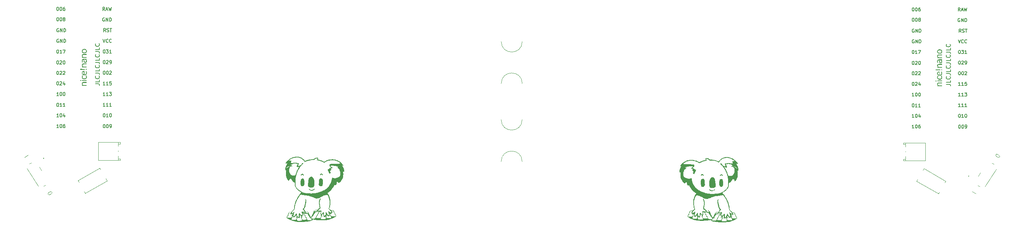
<source format=gto>
G04 #@! TF.GenerationSoftware,KiCad,Pcbnew,7.0.6*
G04 #@! TF.CreationDate,2024-10-08T23:05:02+02:00*
G04 #@! TF.ProjectId,KoalaKeeb_v1,4b6f616c-614b-4656-9562-5f76312e6b69,rev?*
G04 #@! TF.SameCoordinates,Original*
G04 #@! TF.FileFunction,Legend,Top*
G04 #@! TF.FilePolarity,Positive*
%FSLAX46Y46*%
G04 Gerber Fmt 4.6, Leading zero omitted, Abs format (unit mm)*
G04 Created by KiCad (PCBNEW 7.0.6) date 2024-10-08 23:05:02*
%MOMM*%
%LPD*%
G01*
G04 APERTURE LIST*
G04 Aperture macros list*
%AMRotRect*
0 Rectangle, with rotation*
0 The origin of the aperture is its center*
0 $1 length*
0 $2 width*
0 $3 Rotation angle, in degrees counterclockwise*
0 Add horizontal line*
21,1,$1,$2,0,0,$3*%
G04 Aperture macros list end*
%ADD10C,0.150000*%
%ADD11C,0.100000*%
%ADD12C,0.300000*%
%ADD13C,0.200000*%
%ADD14C,1.752600*%
%ADD15C,0.500000*%
%ADD16C,1.701800*%
%ADD17C,3.000000*%
%ADD18C,3.429000*%
%ADD19C,0.990600*%
%ADD20C,1.000000*%
%ADD21C,2.500000*%
%ADD22C,0.850000*%
%ADD23RotRect,0.500000X1.000000X302.400000*%
%ADD24RotRect,0.500000X0.800000X32.400000*%
%ADD25RotRect,0.500000X1.000000X57.600000*%
%ADD26RotRect,0.500000X0.800000X147.600000*%
G04 APERTURE END LIST*
D10*
X255289819Y-64057506D02*
X256004104Y-64057506D01*
X256004104Y-64057506D02*
X256146961Y-64105125D01*
X256146961Y-64105125D02*
X256242200Y-64200363D01*
X256242200Y-64200363D02*
X256289819Y-64343220D01*
X256289819Y-64343220D02*
X256289819Y-64438458D01*
X256289819Y-63105125D02*
X256289819Y-63581315D01*
X256289819Y-63581315D02*
X255289819Y-63581315D01*
X256194580Y-62200363D02*
X256242200Y-62247982D01*
X256242200Y-62247982D02*
X256289819Y-62390839D01*
X256289819Y-62390839D02*
X256289819Y-62486077D01*
X256289819Y-62486077D02*
X256242200Y-62628934D01*
X256242200Y-62628934D02*
X256146961Y-62724172D01*
X256146961Y-62724172D02*
X256051723Y-62771791D01*
X256051723Y-62771791D02*
X255861247Y-62819410D01*
X255861247Y-62819410D02*
X255718390Y-62819410D01*
X255718390Y-62819410D02*
X255527914Y-62771791D01*
X255527914Y-62771791D02*
X255432676Y-62724172D01*
X255432676Y-62724172D02*
X255337438Y-62628934D01*
X255337438Y-62628934D02*
X255289819Y-62486077D01*
X255289819Y-62486077D02*
X255289819Y-62390839D01*
X255289819Y-62390839D02*
X255337438Y-62247982D01*
X255337438Y-62247982D02*
X255385057Y-62200363D01*
X255289819Y-61486077D02*
X256004104Y-61486077D01*
X256004104Y-61486077D02*
X256146961Y-61533696D01*
X256146961Y-61533696D02*
X256242200Y-61628934D01*
X256242200Y-61628934D02*
X256289819Y-61771791D01*
X256289819Y-61771791D02*
X256289819Y-61867029D01*
X256289819Y-60533696D02*
X256289819Y-61009886D01*
X256289819Y-61009886D02*
X255289819Y-61009886D01*
X256194580Y-59628934D02*
X256242200Y-59676553D01*
X256242200Y-59676553D02*
X256289819Y-59819410D01*
X256289819Y-59819410D02*
X256289819Y-59914648D01*
X256289819Y-59914648D02*
X256242200Y-60057505D01*
X256242200Y-60057505D02*
X256146961Y-60152743D01*
X256146961Y-60152743D02*
X256051723Y-60200362D01*
X256051723Y-60200362D02*
X255861247Y-60247981D01*
X255861247Y-60247981D02*
X255718390Y-60247981D01*
X255718390Y-60247981D02*
X255527914Y-60200362D01*
X255527914Y-60200362D02*
X255432676Y-60152743D01*
X255432676Y-60152743D02*
X255337438Y-60057505D01*
X255337438Y-60057505D02*
X255289819Y-59914648D01*
X255289819Y-59914648D02*
X255289819Y-59819410D01*
X255289819Y-59819410D02*
X255337438Y-59676553D01*
X255337438Y-59676553D02*
X255385057Y-59628934D01*
X255289819Y-58914648D02*
X256004104Y-58914648D01*
X256004104Y-58914648D02*
X256146961Y-58962267D01*
X256146961Y-58962267D02*
X256242200Y-59057505D01*
X256242200Y-59057505D02*
X256289819Y-59200362D01*
X256289819Y-59200362D02*
X256289819Y-59295600D01*
X256289819Y-57962267D02*
X256289819Y-58438457D01*
X256289819Y-58438457D02*
X255289819Y-58438457D01*
X256194580Y-57057505D02*
X256242200Y-57105124D01*
X256242200Y-57105124D02*
X256289819Y-57247981D01*
X256289819Y-57247981D02*
X256289819Y-57343219D01*
X256289819Y-57343219D02*
X256242200Y-57486076D01*
X256242200Y-57486076D02*
X256146961Y-57581314D01*
X256146961Y-57581314D02*
X256051723Y-57628933D01*
X256051723Y-57628933D02*
X255861247Y-57676552D01*
X255861247Y-57676552D02*
X255718390Y-57676552D01*
X255718390Y-57676552D02*
X255527914Y-57628933D01*
X255527914Y-57628933D02*
X255432676Y-57581314D01*
X255432676Y-57581314D02*
X255337438Y-57486076D01*
X255337438Y-57486076D02*
X255289819Y-57343219D01*
X255289819Y-57343219D02*
X255289819Y-57247981D01*
X255289819Y-57247981D02*
X255337438Y-57105124D01*
X255337438Y-57105124D02*
X255385057Y-57057505D01*
X255289819Y-56343219D02*
X256004104Y-56343219D01*
X256004104Y-56343219D02*
X256146961Y-56390838D01*
X256146961Y-56390838D02*
X256242200Y-56486076D01*
X256242200Y-56486076D02*
X256289819Y-56628933D01*
X256289819Y-56628933D02*
X256289819Y-56724171D01*
X256289819Y-55390838D02*
X256289819Y-55867028D01*
X256289819Y-55867028D02*
X255289819Y-55867028D01*
X256194580Y-54486076D02*
X256242200Y-54533695D01*
X256242200Y-54533695D02*
X256289819Y-54676552D01*
X256289819Y-54676552D02*
X256289819Y-54771790D01*
X256289819Y-54771790D02*
X256242200Y-54914647D01*
X256242200Y-54914647D02*
X256146961Y-55009885D01*
X256146961Y-55009885D02*
X256051723Y-55057504D01*
X256051723Y-55057504D02*
X255861247Y-55105123D01*
X255861247Y-55105123D02*
X255718390Y-55105123D01*
X255718390Y-55105123D02*
X255527914Y-55057504D01*
X255527914Y-55057504D02*
X255432676Y-55009885D01*
X255432676Y-55009885D02*
X255337438Y-54914647D01*
X255337438Y-54914647D02*
X255289819Y-54771790D01*
X255289819Y-54771790D02*
X255289819Y-54676552D01*
X255289819Y-54676552D02*
X255337438Y-54533695D01*
X255337438Y-54533695D02*
X255385057Y-54486076D01*
X52246266Y-63937523D02*
X52960551Y-63937523D01*
X52960551Y-63937523D02*
X53103408Y-63985142D01*
X53103408Y-63985142D02*
X53198647Y-64080380D01*
X53198647Y-64080380D02*
X53246266Y-64223237D01*
X53246266Y-64223237D02*
X53246266Y-64318475D01*
X53246266Y-62985142D02*
X53246266Y-63461332D01*
X53246266Y-63461332D02*
X52246266Y-63461332D01*
X53151027Y-62080380D02*
X53198647Y-62127999D01*
X53198647Y-62127999D02*
X53246266Y-62270856D01*
X53246266Y-62270856D02*
X53246266Y-62366094D01*
X53246266Y-62366094D02*
X53198647Y-62508951D01*
X53198647Y-62508951D02*
X53103408Y-62604189D01*
X53103408Y-62604189D02*
X53008170Y-62651808D01*
X53008170Y-62651808D02*
X52817694Y-62699427D01*
X52817694Y-62699427D02*
X52674837Y-62699427D01*
X52674837Y-62699427D02*
X52484361Y-62651808D01*
X52484361Y-62651808D02*
X52389123Y-62604189D01*
X52389123Y-62604189D02*
X52293885Y-62508951D01*
X52293885Y-62508951D02*
X52246266Y-62366094D01*
X52246266Y-62366094D02*
X52246266Y-62270856D01*
X52246266Y-62270856D02*
X52293885Y-62127999D01*
X52293885Y-62127999D02*
X52341504Y-62080380D01*
X52246266Y-61366094D02*
X52960551Y-61366094D01*
X52960551Y-61366094D02*
X53103408Y-61413713D01*
X53103408Y-61413713D02*
X53198647Y-61508951D01*
X53198647Y-61508951D02*
X53246266Y-61651808D01*
X53246266Y-61651808D02*
X53246266Y-61747046D01*
X53246266Y-60413713D02*
X53246266Y-60889903D01*
X53246266Y-60889903D02*
X52246266Y-60889903D01*
X53151027Y-59508951D02*
X53198647Y-59556570D01*
X53198647Y-59556570D02*
X53246266Y-59699427D01*
X53246266Y-59699427D02*
X53246266Y-59794665D01*
X53246266Y-59794665D02*
X53198647Y-59937522D01*
X53198647Y-59937522D02*
X53103408Y-60032760D01*
X53103408Y-60032760D02*
X53008170Y-60080379D01*
X53008170Y-60080379D02*
X52817694Y-60127998D01*
X52817694Y-60127998D02*
X52674837Y-60127998D01*
X52674837Y-60127998D02*
X52484361Y-60080379D01*
X52484361Y-60080379D02*
X52389123Y-60032760D01*
X52389123Y-60032760D02*
X52293885Y-59937522D01*
X52293885Y-59937522D02*
X52246266Y-59794665D01*
X52246266Y-59794665D02*
X52246266Y-59699427D01*
X52246266Y-59699427D02*
X52293885Y-59556570D01*
X52293885Y-59556570D02*
X52341504Y-59508951D01*
X52246266Y-58794665D02*
X52960551Y-58794665D01*
X52960551Y-58794665D02*
X53103408Y-58842284D01*
X53103408Y-58842284D02*
X53198647Y-58937522D01*
X53198647Y-58937522D02*
X53246266Y-59080379D01*
X53246266Y-59080379D02*
X53246266Y-59175617D01*
X53246266Y-57842284D02*
X53246266Y-58318474D01*
X53246266Y-58318474D02*
X52246266Y-58318474D01*
X53151027Y-56937522D02*
X53198647Y-56985141D01*
X53198647Y-56985141D02*
X53246266Y-57127998D01*
X53246266Y-57127998D02*
X53246266Y-57223236D01*
X53246266Y-57223236D02*
X53198647Y-57366093D01*
X53198647Y-57366093D02*
X53103408Y-57461331D01*
X53103408Y-57461331D02*
X53008170Y-57508950D01*
X53008170Y-57508950D02*
X52817694Y-57556569D01*
X52817694Y-57556569D02*
X52674837Y-57556569D01*
X52674837Y-57556569D02*
X52484361Y-57508950D01*
X52484361Y-57508950D02*
X52389123Y-57461331D01*
X52389123Y-57461331D02*
X52293885Y-57366093D01*
X52293885Y-57366093D02*
X52246266Y-57223236D01*
X52246266Y-57223236D02*
X52246266Y-57127998D01*
X52246266Y-57127998D02*
X52293885Y-56985141D01*
X52293885Y-56985141D02*
X52341504Y-56937522D01*
X52246266Y-56223236D02*
X52960551Y-56223236D01*
X52960551Y-56223236D02*
X53103408Y-56270855D01*
X53103408Y-56270855D02*
X53198647Y-56366093D01*
X53198647Y-56366093D02*
X53246266Y-56508950D01*
X53246266Y-56508950D02*
X53246266Y-56604188D01*
X53246266Y-55270855D02*
X53246266Y-55747045D01*
X53246266Y-55747045D02*
X52246266Y-55747045D01*
X53151027Y-54366093D02*
X53198647Y-54413712D01*
X53198647Y-54413712D02*
X53246266Y-54556569D01*
X53246266Y-54556569D02*
X53246266Y-54651807D01*
X53246266Y-54651807D02*
X53198647Y-54794664D01*
X53198647Y-54794664D02*
X53103408Y-54889902D01*
X53103408Y-54889902D02*
X53008170Y-54937521D01*
X53008170Y-54937521D02*
X52817694Y-54985140D01*
X52817694Y-54985140D02*
X52674837Y-54985140D01*
X52674837Y-54985140D02*
X52484361Y-54937521D01*
X52484361Y-54937521D02*
X52389123Y-54889902D01*
X52389123Y-54889902D02*
X52293885Y-54794664D01*
X52293885Y-54794664D02*
X52246266Y-54651807D01*
X52246266Y-54651807D02*
X52246266Y-54556569D01*
X52246266Y-54556569D02*
X52293885Y-54413712D01*
X52293885Y-54413712D02*
X52341504Y-54366093D01*
D11*
X41783219Y-89718437D02*
X41834250Y-89798849D01*
X41834250Y-89798849D02*
X41845075Y-89904777D01*
X41845075Y-89904777D02*
X41830385Y-89970498D01*
X41830385Y-89970498D02*
X41775488Y-90061736D01*
X41775488Y-90061736D02*
X41640179Y-90204004D01*
X41640179Y-90204004D02*
X41439149Y-90331582D01*
X41439149Y-90331582D02*
X41252809Y-90393438D01*
X41252809Y-90393438D02*
X41146881Y-90404263D01*
X41146881Y-90404263D02*
X41081160Y-90389572D01*
X41081160Y-90389572D02*
X40989922Y-90334676D01*
X40989922Y-90334676D02*
X40938891Y-90254264D01*
X40938891Y-90254264D02*
X40928066Y-90148336D01*
X40928066Y-90148336D02*
X40942757Y-90082614D01*
X40942757Y-90082614D02*
X40997653Y-89991377D01*
X40997653Y-89991377D02*
X41132962Y-89849109D01*
X41132962Y-89849109D02*
X41333993Y-89721531D01*
X41333993Y-89721531D02*
X41520333Y-89659675D01*
X41520333Y-89659675D02*
X41626260Y-89648850D01*
X41626260Y-89648850D02*
X41691982Y-89663540D01*
X41691982Y-89663540D02*
X41783219Y-89718437D01*
X35376754Y-81489737D02*
X36221082Y-80953910D01*
X262367735Y-90162142D02*
X261523407Y-89626315D01*
X267085544Y-80861790D02*
X267136575Y-80781378D01*
X267136575Y-80781378D02*
X267227812Y-80726481D01*
X267227812Y-80726481D02*
X267293534Y-80711791D01*
X267293534Y-80711791D02*
X267399462Y-80722616D01*
X267399462Y-80722616D02*
X267585802Y-80784472D01*
X267585802Y-80784472D02*
X267786832Y-80912050D01*
X267786832Y-80912050D02*
X267922141Y-81054318D01*
X267922141Y-81054318D02*
X267977038Y-81145555D01*
X267977038Y-81145555D02*
X267991728Y-81211277D01*
X267991728Y-81211277D02*
X267980903Y-81317205D01*
X267980903Y-81317205D02*
X267929872Y-81397617D01*
X267929872Y-81397617D02*
X267838635Y-81452514D01*
X267838635Y-81452514D02*
X267772913Y-81467204D01*
X267772913Y-81467204D02*
X267666985Y-81456379D01*
X267666985Y-81456379D02*
X267480645Y-81394523D01*
X267480645Y-81394523D02*
X267279615Y-81266945D01*
X267279615Y-81266945D02*
X267144306Y-81124677D01*
X267144306Y-81124677D02*
X267089409Y-81033439D01*
X267089409Y-81033439D02*
X267074719Y-80967718D01*
X267074719Y-80967718D02*
X267085544Y-80861790D01*
D10*
X258425071Y-61002905D02*
X258501261Y-61002905D01*
X258501261Y-61002905D02*
X258577452Y-61041000D01*
X258577452Y-61041000D02*
X258615547Y-61079095D01*
X258615547Y-61079095D02*
X258653642Y-61155286D01*
X258653642Y-61155286D02*
X258691737Y-61307667D01*
X258691737Y-61307667D02*
X258691737Y-61498143D01*
X258691737Y-61498143D02*
X258653642Y-61650524D01*
X258653642Y-61650524D02*
X258615547Y-61726714D01*
X258615547Y-61726714D02*
X258577452Y-61764810D01*
X258577452Y-61764810D02*
X258501261Y-61802905D01*
X258501261Y-61802905D02*
X258425071Y-61802905D01*
X258425071Y-61802905D02*
X258348880Y-61764810D01*
X258348880Y-61764810D02*
X258310785Y-61726714D01*
X258310785Y-61726714D02*
X258272690Y-61650524D01*
X258272690Y-61650524D02*
X258234594Y-61498143D01*
X258234594Y-61498143D02*
X258234594Y-61307667D01*
X258234594Y-61307667D02*
X258272690Y-61155286D01*
X258272690Y-61155286D02*
X258310785Y-61079095D01*
X258310785Y-61079095D02*
X258348880Y-61041000D01*
X258348880Y-61041000D02*
X258425071Y-61002905D01*
X259186976Y-61002905D02*
X259263166Y-61002905D01*
X259263166Y-61002905D02*
X259339357Y-61041000D01*
X259339357Y-61041000D02*
X259377452Y-61079095D01*
X259377452Y-61079095D02*
X259415547Y-61155286D01*
X259415547Y-61155286D02*
X259453642Y-61307667D01*
X259453642Y-61307667D02*
X259453642Y-61498143D01*
X259453642Y-61498143D02*
X259415547Y-61650524D01*
X259415547Y-61650524D02*
X259377452Y-61726714D01*
X259377452Y-61726714D02*
X259339357Y-61764810D01*
X259339357Y-61764810D02*
X259263166Y-61802905D01*
X259263166Y-61802905D02*
X259186976Y-61802905D01*
X259186976Y-61802905D02*
X259110785Y-61764810D01*
X259110785Y-61764810D02*
X259072690Y-61726714D01*
X259072690Y-61726714D02*
X259034595Y-61650524D01*
X259034595Y-61650524D02*
X258996499Y-61498143D01*
X258996499Y-61498143D02*
X258996499Y-61307667D01*
X258996499Y-61307667D02*
X259034595Y-61155286D01*
X259034595Y-61155286D02*
X259072690Y-61079095D01*
X259072690Y-61079095D02*
X259110785Y-61041000D01*
X259110785Y-61041000D02*
X259186976Y-61002905D01*
X259758404Y-61079095D02*
X259796500Y-61041000D01*
X259796500Y-61041000D02*
X259872690Y-61002905D01*
X259872690Y-61002905D02*
X260063166Y-61002905D01*
X260063166Y-61002905D02*
X260139357Y-61041000D01*
X260139357Y-61041000D02*
X260177452Y-61079095D01*
X260177452Y-61079095D02*
X260215547Y-61155286D01*
X260215547Y-61155286D02*
X260215547Y-61231476D01*
X260215547Y-61231476D02*
X260177452Y-61345762D01*
X260177452Y-61345762D02*
X259720309Y-61802905D01*
X259720309Y-61802905D02*
X260215547Y-61802905D01*
X247350690Y-45762905D02*
X247426880Y-45762905D01*
X247426880Y-45762905D02*
X247503071Y-45801000D01*
X247503071Y-45801000D02*
X247541166Y-45839095D01*
X247541166Y-45839095D02*
X247579261Y-45915286D01*
X247579261Y-45915286D02*
X247617356Y-46067667D01*
X247617356Y-46067667D02*
X247617356Y-46258143D01*
X247617356Y-46258143D02*
X247579261Y-46410524D01*
X247579261Y-46410524D02*
X247541166Y-46486714D01*
X247541166Y-46486714D02*
X247503071Y-46524810D01*
X247503071Y-46524810D02*
X247426880Y-46562905D01*
X247426880Y-46562905D02*
X247350690Y-46562905D01*
X247350690Y-46562905D02*
X247274499Y-46524810D01*
X247274499Y-46524810D02*
X247236404Y-46486714D01*
X247236404Y-46486714D02*
X247198309Y-46410524D01*
X247198309Y-46410524D02*
X247160213Y-46258143D01*
X247160213Y-46258143D02*
X247160213Y-46067667D01*
X247160213Y-46067667D02*
X247198309Y-45915286D01*
X247198309Y-45915286D02*
X247236404Y-45839095D01*
X247236404Y-45839095D02*
X247274499Y-45801000D01*
X247274499Y-45801000D02*
X247350690Y-45762905D01*
X248112595Y-45762905D02*
X248188785Y-45762905D01*
X248188785Y-45762905D02*
X248264976Y-45801000D01*
X248264976Y-45801000D02*
X248303071Y-45839095D01*
X248303071Y-45839095D02*
X248341166Y-45915286D01*
X248341166Y-45915286D02*
X248379261Y-46067667D01*
X248379261Y-46067667D02*
X248379261Y-46258143D01*
X248379261Y-46258143D02*
X248341166Y-46410524D01*
X248341166Y-46410524D02*
X248303071Y-46486714D01*
X248303071Y-46486714D02*
X248264976Y-46524810D01*
X248264976Y-46524810D02*
X248188785Y-46562905D01*
X248188785Y-46562905D02*
X248112595Y-46562905D01*
X248112595Y-46562905D02*
X248036404Y-46524810D01*
X248036404Y-46524810D02*
X247998309Y-46486714D01*
X247998309Y-46486714D02*
X247960214Y-46410524D01*
X247960214Y-46410524D02*
X247922118Y-46258143D01*
X247922118Y-46258143D02*
X247922118Y-46067667D01*
X247922118Y-46067667D02*
X247960214Y-45915286D01*
X247960214Y-45915286D02*
X247998309Y-45839095D01*
X247998309Y-45839095D02*
X248036404Y-45801000D01*
X248036404Y-45801000D02*
X248112595Y-45762905D01*
X249064976Y-45762905D02*
X248912595Y-45762905D01*
X248912595Y-45762905D02*
X248836404Y-45801000D01*
X248836404Y-45801000D02*
X248798309Y-45839095D01*
X248798309Y-45839095D02*
X248722119Y-45953381D01*
X248722119Y-45953381D02*
X248684023Y-46105762D01*
X248684023Y-46105762D02*
X248684023Y-46410524D01*
X248684023Y-46410524D02*
X248722119Y-46486714D01*
X248722119Y-46486714D02*
X248760214Y-46524810D01*
X248760214Y-46524810D02*
X248836404Y-46562905D01*
X248836404Y-46562905D02*
X248988785Y-46562905D01*
X248988785Y-46562905D02*
X249064976Y-46524810D01*
X249064976Y-46524810D02*
X249103071Y-46486714D01*
X249103071Y-46486714D02*
X249141166Y-46410524D01*
X249141166Y-46410524D02*
X249141166Y-46220048D01*
X249141166Y-46220048D02*
X249103071Y-46143857D01*
X249103071Y-46143857D02*
X249064976Y-46105762D01*
X249064976Y-46105762D02*
X248988785Y-46067667D01*
X248988785Y-46067667D02*
X248836404Y-46067667D01*
X248836404Y-46067667D02*
X248760214Y-46105762D01*
X248760214Y-46105762D02*
X248722119Y-46143857D01*
X248722119Y-46143857D02*
X248684023Y-46220048D01*
X247350690Y-61032905D02*
X247426880Y-61032905D01*
X247426880Y-61032905D02*
X247503071Y-61071000D01*
X247503071Y-61071000D02*
X247541166Y-61109095D01*
X247541166Y-61109095D02*
X247579261Y-61185286D01*
X247579261Y-61185286D02*
X247617356Y-61337667D01*
X247617356Y-61337667D02*
X247617356Y-61528143D01*
X247617356Y-61528143D02*
X247579261Y-61680524D01*
X247579261Y-61680524D02*
X247541166Y-61756714D01*
X247541166Y-61756714D02*
X247503071Y-61794810D01*
X247503071Y-61794810D02*
X247426880Y-61832905D01*
X247426880Y-61832905D02*
X247350690Y-61832905D01*
X247350690Y-61832905D02*
X247274499Y-61794810D01*
X247274499Y-61794810D02*
X247236404Y-61756714D01*
X247236404Y-61756714D02*
X247198309Y-61680524D01*
X247198309Y-61680524D02*
X247160213Y-61528143D01*
X247160213Y-61528143D02*
X247160213Y-61337667D01*
X247160213Y-61337667D02*
X247198309Y-61185286D01*
X247198309Y-61185286D02*
X247236404Y-61109095D01*
X247236404Y-61109095D02*
X247274499Y-61071000D01*
X247274499Y-61071000D02*
X247350690Y-61032905D01*
X247922118Y-61109095D02*
X247960214Y-61071000D01*
X247960214Y-61071000D02*
X248036404Y-61032905D01*
X248036404Y-61032905D02*
X248226880Y-61032905D01*
X248226880Y-61032905D02*
X248303071Y-61071000D01*
X248303071Y-61071000D02*
X248341166Y-61109095D01*
X248341166Y-61109095D02*
X248379261Y-61185286D01*
X248379261Y-61185286D02*
X248379261Y-61261476D01*
X248379261Y-61261476D02*
X248341166Y-61375762D01*
X248341166Y-61375762D02*
X247884023Y-61832905D01*
X247884023Y-61832905D02*
X248379261Y-61832905D01*
X248684023Y-61109095D02*
X248722119Y-61071000D01*
X248722119Y-61071000D02*
X248798309Y-61032905D01*
X248798309Y-61032905D02*
X248988785Y-61032905D01*
X248988785Y-61032905D02*
X249064976Y-61071000D01*
X249064976Y-61071000D02*
X249103071Y-61109095D01*
X249103071Y-61109095D02*
X249141166Y-61185286D01*
X249141166Y-61185286D02*
X249141166Y-61261476D01*
X249141166Y-61261476D02*
X249103071Y-61375762D01*
X249103071Y-61375762D02*
X248645928Y-61832905D01*
X248645928Y-61832905D02*
X249141166Y-61832905D01*
X258609214Y-46562905D02*
X258342547Y-46181952D01*
X258152071Y-46562905D02*
X258152071Y-45762905D01*
X258152071Y-45762905D02*
X258456833Y-45762905D01*
X258456833Y-45762905D02*
X258533023Y-45801000D01*
X258533023Y-45801000D02*
X258571118Y-45839095D01*
X258571118Y-45839095D02*
X258609214Y-45915286D01*
X258609214Y-45915286D02*
X258609214Y-46029571D01*
X258609214Y-46029571D02*
X258571118Y-46105762D01*
X258571118Y-46105762D02*
X258533023Y-46143857D01*
X258533023Y-46143857D02*
X258456833Y-46181952D01*
X258456833Y-46181952D02*
X258152071Y-46181952D01*
X258913975Y-46334333D02*
X259294928Y-46334333D01*
X258837785Y-46562905D02*
X259104452Y-45762905D01*
X259104452Y-45762905D02*
X259371118Y-46562905D01*
X259561594Y-45762905D02*
X259752070Y-46562905D01*
X259752070Y-46562905D02*
X259904451Y-45991476D01*
X259904451Y-45991476D02*
X260056832Y-46562905D01*
X260056832Y-46562905D02*
X260247309Y-45762905D01*
X258425071Y-58462905D02*
X258501261Y-58462905D01*
X258501261Y-58462905D02*
X258577452Y-58501000D01*
X258577452Y-58501000D02*
X258615547Y-58539095D01*
X258615547Y-58539095D02*
X258653642Y-58615286D01*
X258653642Y-58615286D02*
X258691737Y-58767667D01*
X258691737Y-58767667D02*
X258691737Y-58958143D01*
X258691737Y-58958143D02*
X258653642Y-59110524D01*
X258653642Y-59110524D02*
X258615547Y-59186714D01*
X258615547Y-59186714D02*
X258577452Y-59224810D01*
X258577452Y-59224810D02*
X258501261Y-59262905D01*
X258501261Y-59262905D02*
X258425071Y-59262905D01*
X258425071Y-59262905D02*
X258348880Y-59224810D01*
X258348880Y-59224810D02*
X258310785Y-59186714D01*
X258310785Y-59186714D02*
X258272690Y-59110524D01*
X258272690Y-59110524D02*
X258234594Y-58958143D01*
X258234594Y-58958143D02*
X258234594Y-58767667D01*
X258234594Y-58767667D02*
X258272690Y-58615286D01*
X258272690Y-58615286D02*
X258310785Y-58539095D01*
X258310785Y-58539095D02*
X258348880Y-58501000D01*
X258348880Y-58501000D02*
X258425071Y-58462905D01*
X258996499Y-58539095D02*
X259034595Y-58501000D01*
X259034595Y-58501000D02*
X259110785Y-58462905D01*
X259110785Y-58462905D02*
X259301261Y-58462905D01*
X259301261Y-58462905D02*
X259377452Y-58501000D01*
X259377452Y-58501000D02*
X259415547Y-58539095D01*
X259415547Y-58539095D02*
X259453642Y-58615286D01*
X259453642Y-58615286D02*
X259453642Y-58691476D01*
X259453642Y-58691476D02*
X259415547Y-58805762D01*
X259415547Y-58805762D02*
X258958404Y-59262905D01*
X258958404Y-59262905D02*
X259453642Y-59262905D01*
X259834595Y-59262905D02*
X259986976Y-59262905D01*
X259986976Y-59262905D02*
X260063166Y-59224810D01*
X260063166Y-59224810D02*
X260101262Y-59186714D01*
X260101262Y-59186714D02*
X260177452Y-59072429D01*
X260177452Y-59072429D02*
X260215547Y-58920048D01*
X260215547Y-58920048D02*
X260215547Y-58615286D01*
X260215547Y-58615286D02*
X260177452Y-58539095D01*
X260177452Y-58539095D02*
X260139357Y-58501000D01*
X260139357Y-58501000D02*
X260063166Y-58462905D01*
X260063166Y-58462905D02*
X259910785Y-58462905D01*
X259910785Y-58462905D02*
X259834595Y-58501000D01*
X259834595Y-58501000D02*
X259796500Y-58539095D01*
X259796500Y-58539095D02*
X259758404Y-58615286D01*
X259758404Y-58615286D02*
X259758404Y-58805762D01*
X259758404Y-58805762D02*
X259796500Y-58881952D01*
X259796500Y-58881952D02*
X259834595Y-58920048D01*
X259834595Y-58920048D02*
X259910785Y-58958143D01*
X259910785Y-58958143D02*
X260063166Y-58958143D01*
X260063166Y-58958143D02*
X260139357Y-58920048D01*
X260139357Y-58920048D02*
X260177452Y-58881952D01*
X260177452Y-58881952D02*
X260215547Y-58805762D01*
X247350690Y-63542905D02*
X247426880Y-63542905D01*
X247426880Y-63542905D02*
X247503071Y-63581000D01*
X247503071Y-63581000D02*
X247541166Y-63619095D01*
X247541166Y-63619095D02*
X247579261Y-63695286D01*
X247579261Y-63695286D02*
X247617356Y-63847667D01*
X247617356Y-63847667D02*
X247617356Y-64038143D01*
X247617356Y-64038143D02*
X247579261Y-64190524D01*
X247579261Y-64190524D02*
X247541166Y-64266714D01*
X247541166Y-64266714D02*
X247503071Y-64304810D01*
X247503071Y-64304810D02*
X247426880Y-64342905D01*
X247426880Y-64342905D02*
X247350690Y-64342905D01*
X247350690Y-64342905D02*
X247274499Y-64304810D01*
X247274499Y-64304810D02*
X247236404Y-64266714D01*
X247236404Y-64266714D02*
X247198309Y-64190524D01*
X247198309Y-64190524D02*
X247160213Y-64038143D01*
X247160213Y-64038143D02*
X247160213Y-63847667D01*
X247160213Y-63847667D02*
X247198309Y-63695286D01*
X247198309Y-63695286D02*
X247236404Y-63619095D01*
X247236404Y-63619095D02*
X247274499Y-63581000D01*
X247274499Y-63581000D02*
X247350690Y-63542905D01*
X247922118Y-63619095D02*
X247960214Y-63581000D01*
X247960214Y-63581000D02*
X248036404Y-63542905D01*
X248036404Y-63542905D02*
X248226880Y-63542905D01*
X248226880Y-63542905D02*
X248303071Y-63581000D01*
X248303071Y-63581000D02*
X248341166Y-63619095D01*
X248341166Y-63619095D02*
X248379261Y-63695286D01*
X248379261Y-63695286D02*
X248379261Y-63771476D01*
X248379261Y-63771476D02*
X248341166Y-63885762D01*
X248341166Y-63885762D02*
X247884023Y-64342905D01*
X247884023Y-64342905D02*
X248379261Y-64342905D01*
X249064976Y-63809571D02*
X249064976Y-64342905D01*
X248874500Y-63504810D02*
X248684023Y-64076238D01*
X248684023Y-64076238D02*
X249179262Y-64076238D01*
X258425071Y-71162905D02*
X258501261Y-71162905D01*
X258501261Y-71162905D02*
X258577452Y-71201000D01*
X258577452Y-71201000D02*
X258615547Y-71239095D01*
X258615547Y-71239095D02*
X258653642Y-71315286D01*
X258653642Y-71315286D02*
X258691737Y-71467667D01*
X258691737Y-71467667D02*
X258691737Y-71658143D01*
X258691737Y-71658143D02*
X258653642Y-71810524D01*
X258653642Y-71810524D02*
X258615547Y-71886714D01*
X258615547Y-71886714D02*
X258577452Y-71924810D01*
X258577452Y-71924810D02*
X258501261Y-71962905D01*
X258501261Y-71962905D02*
X258425071Y-71962905D01*
X258425071Y-71962905D02*
X258348880Y-71924810D01*
X258348880Y-71924810D02*
X258310785Y-71886714D01*
X258310785Y-71886714D02*
X258272690Y-71810524D01*
X258272690Y-71810524D02*
X258234594Y-71658143D01*
X258234594Y-71658143D02*
X258234594Y-71467667D01*
X258234594Y-71467667D02*
X258272690Y-71315286D01*
X258272690Y-71315286D02*
X258310785Y-71239095D01*
X258310785Y-71239095D02*
X258348880Y-71201000D01*
X258348880Y-71201000D02*
X258425071Y-71162905D01*
X259453642Y-71962905D02*
X258996499Y-71962905D01*
X259225071Y-71962905D02*
X259225071Y-71162905D01*
X259225071Y-71162905D02*
X259148880Y-71277190D01*
X259148880Y-71277190D02*
X259072690Y-71353381D01*
X259072690Y-71353381D02*
X258996499Y-71391476D01*
X259948881Y-71162905D02*
X260025071Y-71162905D01*
X260025071Y-71162905D02*
X260101262Y-71201000D01*
X260101262Y-71201000D02*
X260139357Y-71239095D01*
X260139357Y-71239095D02*
X260177452Y-71315286D01*
X260177452Y-71315286D02*
X260215547Y-71467667D01*
X260215547Y-71467667D02*
X260215547Y-71658143D01*
X260215547Y-71658143D02*
X260177452Y-71810524D01*
X260177452Y-71810524D02*
X260139357Y-71886714D01*
X260139357Y-71886714D02*
X260101262Y-71924810D01*
X260101262Y-71924810D02*
X260025071Y-71962905D01*
X260025071Y-71962905D02*
X259948881Y-71962905D01*
X259948881Y-71962905D02*
X259872690Y-71924810D01*
X259872690Y-71924810D02*
X259834595Y-71886714D01*
X259834595Y-71886714D02*
X259796500Y-71810524D01*
X259796500Y-71810524D02*
X259758404Y-71658143D01*
X259758404Y-71658143D02*
X259758404Y-71467667D01*
X259758404Y-71467667D02*
X259796500Y-71315286D01*
X259796500Y-71315286D02*
X259834595Y-71239095D01*
X259834595Y-71239095D02*
X259872690Y-71201000D01*
X259872690Y-71201000D02*
X259948881Y-71162905D01*
X258691737Y-64342905D02*
X258234594Y-64342905D01*
X258463166Y-64342905D02*
X258463166Y-63542905D01*
X258463166Y-63542905D02*
X258386975Y-63657190D01*
X258386975Y-63657190D02*
X258310785Y-63733381D01*
X258310785Y-63733381D02*
X258234594Y-63771476D01*
X259453642Y-64342905D02*
X258996499Y-64342905D01*
X259225071Y-64342905D02*
X259225071Y-63542905D01*
X259225071Y-63542905D02*
X259148880Y-63657190D01*
X259148880Y-63657190D02*
X259072690Y-63733381D01*
X259072690Y-63733381D02*
X258996499Y-63771476D01*
X260177452Y-63542905D02*
X259796500Y-63542905D01*
X259796500Y-63542905D02*
X259758404Y-63923857D01*
X259758404Y-63923857D02*
X259796500Y-63885762D01*
X259796500Y-63885762D02*
X259872690Y-63847667D01*
X259872690Y-63847667D02*
X260063166Y-63847667D01*
X260063166Y-63847667D02*
X260139357Y-63885762D01*
X260139357Y-63885762D02*
X260177452Y-63923857D01*
X260177452Y-63923857D02*
X260215547Y-64000048D01*
X260215547Y-64000048D02*
X260215547Y-64190524D01*
X260215547Y-64190524D02*
X260177452Y-64266714D01*
X260177452Y-64266714D02*
X260139357Y-64304810D01*
X260139357Y-64304810D02*
X260063166Y-64342905D01*
X260063166Y-64342905D02*
X259872690Y-64342905D01*
X259872690Y-64342905D02*
X259796500Y-64304810D01*
X259796500Y-64304810D02*
X259758404Y-64266714D01*
X247617356Y-53421000D02*
X247541166Y-53382905D01*
X247541166Y-53382905D02*
X247426880Y-53382905D01*
X247426880Y-53382905D02*
X247312594Y-53421000D01*
X247312594Y-53421000D02*
X247236404Y-53497190D01*
X247236404Y-53497190D02*
X247198309Y-53573381D01*
X247198309Y-53573381D02*
X247160213Y-53725762D01*
X247160213Y-53725762D02*
X247160213Y-53840048D01*
X247160213Y-53840048D02*
X247198309Y-53992429D01*
X247198309Y-53992429D02*
X247236404Y-54068619D01*
X247236404Y-54068619D02*
X247312594Y-54144810D01*
X247312594Y-54144810D02*
X247426880Y-54182905D01*
X247426880Y-54182905D02*
X247503071Y-54182905D01*
X247503071Y-54182905D02*
X247617356Y-54144810D01*
X247617356Y-54144810D02*
X247655452Y-54106714D01*
X247655452Y-54106714D02*
X247655452Y-53840048D01*
X247655452Y-53840048D02*
X247503071Y-53840048D01*
X247998309Y-54182905D02*
X247998309Y-53382905D01*
X247998309Y-53382905D02*
X248455452Y-54182905D01*
X248455452Y-54182905D02*
X248455452Y-53382905D01*
X248836404Y-54182905D02*
X248836404Y-53382905D01*
X248836404Y-53382905D02*
X249026880Y-53382905D01*
X249026880Y-53382905D02*
X249141166Y-53421000D01*
X249141166Y-53421000D02*
X249217356Y-53497190D01*
X249217356Y-53497190D02*
X249255451Y-53573381D01*
X249255451Y-53573381D02*
X249293547Y-53725762D01*
X249293547Y-53725762D02*
X249293547Y-53840048D01*
X249293547Y-53840048D02*
X249255451Y-53992429D01*
X249255451Y-53992429D02*
X249217356Y-54068619D01*
X249217356Y-54068619D02*
X249141166Y-54144810D01*
X249141166Y-54144810D02*
X249026880Y-54182905D01*
X249026880Y-54182905D02*
X248836404Y-54182905D01*
X247617356Y-50881000D02*
X247541166Y-50842905D01*
X247541166Y-50842905D02*
X247426880Y-50842905D01*
X247426880Y-50842905D02*
X247312594Y-50881000D01*
X247312594Y-50881000D02*
X247236404Y-50957190D01*
X247236404Y-50957190D02*
X247198309Y-51033381D01*
X247198309Y-51033381D02*
X247160213Y-51185762D01*
X247160213Y-51185762D02*
X247160213Y-51300048D01*
X247160213Y-51300048D02*
X247198309Y-51452429D01*
X247198309Y-51452429D02*
X247236404Y-51528619D01*
X247236404Y-51528619D02*
X247312594Y-51604810D01*
X247312594Y-51604810D02*
X247426880Y-51642905D01*
X247426880Y-51642905D02*
X247503071Y-51642905D01*
X247503071Y-51642905D02*
X247617356Y-51604810D01*
X247617356Y-51604810D02*
X247655452Y-51566714D01*
X247655452Y-51566714D02*
X247655452Y-51300048D01*
X247655452Y-51300048D02*
X247503071Y-51300048D01*
X247998309Y-51642905D02*
X247998309Y-50842905D01*
X247998309Y-50842905D02*
X248455452Y-51642905D01*
X248455452Y-51642905D02*
X248455452Y-50842905D01*
X248836404Y-51642905D02*
X248836404Y-50842905D01*
X248836404Y-50842905D02*
X249026880Y-50842905D01*
X249026880Y-50842905D02*
X249141166Y-50881000D01*
X249141166Y-50881000D02*
X249217356Y-50957190D01*
X249217356Y-50957190D02*
X249255451Y-51033381D01*
X249255451Y-51033381D02*
X249293547Y-51185762D01*
X249293547Y-51185762D02*
X249293547Y-51300048D01*
X249293547Y-51300048D02*
X249255451Y-51452429D01*
X249255451Y-51452429D02*
X249217356Y-51528619D01*
X249217356Y-51528619D02*
X249141166Y-51604810D01*
X249141166Y-51604810D02*
X249026880Y-51642905D01*
X249026880Y-51642905D02*
X248836404Y-51642905D01*
X258691737Y-66882905D02*
X258234594Y-66882905D01*
X258463166Y-66882905D02*
X258463166Y-66082905D01*
X258463166Y-66082905D02*
X258386975Y-66197190D01*
X258386975Y-66197190D02*
X258310785Y-66273381D01*
X258310785Y-66273381D02*
X258234594Y-66311476D01*
X259453642Y-66882905D02*
X258996499Y-66882905D01*
X259225071Y-66882905D02*
X259225071Y-66082905D01*
X259225071Y-66082905D02*
X259148880Y-66197190D01*
X259148880Y-66197190D02*
X259072690Y-66273381D01*
X259072690Y-66273381D02*
X258996499Y-66311476D01*
X259720309Y-66082905D02*
X260215547Y-66082905D01*
X260215547Y-66082905D02*
X259948881Y-66387667D01*
X259948881Y-66387667D02*
X260063166Y-66387667D01*
X260063166Y-66387667D02*
X260139357Y-66425762D01*
X260139357Y-66425762D02*
X260177452Y-66463857D01*
X260177452Y-66463857D02*
X260215547Y-66540048D01*
X260215547Y-66540048D02*
X260215547Y-66730524D01*
X260215547Y-66730524D02*
X260177452Y-66806714D01*
X260177452Y-66806714D02*
X260139357Y-66844810D01*
X260139357Y-66844810D02*
X260063166Y-66882905D01*
X260063166Y-66882905D02*
X259834595Y-66882905D01*
X259834595Y-66882905D02*
X259758404Y-66844810D01*
X259758404Y-66844810D02*
X259720309Y-66806714D01*
X247617356Y-66882905D02*
X247160213Y-66882905D01*
X247388785Y-66882905D02*
X247388785Y-66082905D01*
X247388785Y-66082905D02*
X247312594Y-66197190D01*
X247312594Y-66197190D02*
X247236404Y-66273381D01*
X247236404Y-66273381D02*
X247160213Y-66311476D01*
X248112595Y-66082905D02*
X248188785Y-66082905D01*
X248188785Y-66082905D02*
X248264976Y-66121000D01*
X248264976Y-66121000D02*
X248303071Y-66159095D01*
X248303071Y-66159095D02*
X248341166Y-66235286D01*
X248341166Y-66235286D02*
X248379261Y-66387667D01*
X248379261Y-66387667D02*
X248379261Y-66578143D01*
X248379261Y-66578143D02*
X248341166Y-66730524D01*
X248341166Y-66730524D02*
X248303071Y-66806714D01*
X248303071Y-66806714D02*
X248264976Y-66844810D01*
X248264976Y-66844810D02*
X248188785Y-66882905D01*
X248188785Y-66882905D02*
X248112595Y-66882905D01*
X248112595Y-66882905D02*
X248036404Y-66844810D01*
X248036404Y-66844810D02*
X247998309Y-66806714D01*
X247998309Y-66806714D02*
X247960214Y-66730524D01*
X247960214Y-66730524D02*
X247922118Y-66578143D01*
X247922118Y-66578143D02*
X247922118Y-66387667D01*
X247922118Y-66387667D02*
X247960214Y-66235286D01*
X247960214Y-66235286D02*
X247998309Y-66159095D01*
X247998309Y-66159095D02*
X248036404Y-66121000D01*
X248036404Y-66121000D02*
X248112595Y-66082905D01*
X248874500Y-66082905D02*
X248950690Y-66082905D01*
X248950690Y-66082905D02*
X249026881Y-66121000D01*
X249026881Y-66121000D02*
X249064976Y-66159095D01*
X249064976Y-66159095D02*
X249103071Y-66235286D01*
X249103071Y-66235286D02*
X249141166Y-66387667D01*
X249141166Y-66387667D02*
X249141166Y-66578143D01*
X249141166Y-66578143D02*
X249103071Y-66730524D01*
X249103071Y-66730524D02*
X249064976Y-66806714D01*
X249064976Y-66806714D02*
X249026881Y-66844810D01*
X249026881Y-66844810D02*
X248950690Y-66882905D01*
X248950690Y-66882905D02*
X248874500Y-66882905D01*
X248874500Y-66882905D02*
X248798309Y-66844810D01*
X248798309Y-66844810D02*
X248760214Y-66806714D01*
X248760214Y-66806714D02*
X248722119Y-66730524D01*
X248722119Y-66730524D02*
X248684023Y-66578143D01*
X248684023Y-66578143D02*
X248684023Y-66387667D01*
X248684023Y-66387667D02*
X248722119Y-66235286D01*
X248722119Y-66235286D02*
X248760214Y-66159095D01*
X248760214Y-66159095D02*
X248798309Y-66121000D01*
X248798309Y-66121000D02*
X248874500Y-66082905D01*
X258533023Y-48341000D02*
X258456833Y-48302905D01*
X258456833Y-48302905D02*
X258342547Y-48302905D01*
X258342547Y-48302905D02*
X258228261Y-48341000D01*
X258228261Y-48341000D02*
X258152071Y-48417190D01*
X258152071Y-48417190D02*
X258113976Y-48493381D01*
X258113976Y-48493381D02*
X258075880Y-48645762D01*
X258075880Y-48645762D02*
X258075880Y-48760048D01*
X258075880Y-48760048D02*
X258113976Y-48912429D01*
X258113976Y-48912429D02*
X258152071Y-48988619D01*
X258152071Y-48988619D02*
X258228261Y-49064810D01*
X258228261Y-49064810D02*
X258342547Y-49102905D01*
X258342547Y-49102905D02*
X258418738Y-49102905D01*
X258418738Y-49102905D02*
X258533023Y-49064810D01*
X258533023Y-49064810D02*
X258571119Y-49026714D01*
X258571119Y-49026714D02*
X258571119Y-48760048D01*
X258571119Y-48760048D02*
X258418738Y-48760048D01*
X258913976Y-49102905D02*
X258913976Y-48302905D01*
X258913976Y-48302905D02*
X259371119Y-49102905D01*
X259371119Y-49102905D02*
X259371119Y-48302905D01*
X259752071Y-49102905D02*
X259752071Y-48302905D01*
X259752071Y-48302905D02*
X259942547Y-48302905D01*
X259942547Y-48302905D02*
X260056833Y-48341000D01*
X260056833Y-48341000D02*
X260133023Y-48417190D01*
X260133023Y-48417190D02*
X260171118Y-48493381D01*
X260171118Y-48493381D02*
X260209214Y-48645762D01*
X260209214Y-48645762D02*
X260209214Y-48760048D01*
X260209214Y-48760048D02*
X260171118Y-48912429D01*
X260171118Y-48912429D02*
X260133023Y-48988619D01*
X260133023Y-48988619D02*
X260056833Y-49064810D01*
X260056833Y-49064810D02*
X259942547Y-49102905D01*
X259942547Y-49102905D02*
X259752071Y-49102905D01*
X258837785Y-51642905D02*
X258571118Y-51261952D01*
X258380642Y-51642905D02*
X258380642Y-50842905D01*
X258380642Y-50842905D02*
X258685404Y-50842905D01*
X258685404Y-50842905D02*
X258761594Y-50881000D01*
X258761594Y-50881000D02*
X258799689Y-50919095D01*
X258799689Y-50919095D02*
X258837785Y-50995286D01*
X258837785Y-50995286D02*
X258837785Y-51109571D01*
X258837785Y-51109571D02*
X258799689Y-51185762D01*
X258799689Y-51185762D02*
X258761594Y-51223857D01*
X258761594Y-51223857D02*
X258685404Y-51261952D01*
X258685404Y-51261952D02*
X258380642Y-51261952D01*
X259142546Y-51604810D02*
X259256832Y-51642905D01*
X259256832Y-51642905D02*
X259447308Y-51642905D01*
X259447308Y-51642905D02*
X259523499Y-51604810D01*
X259523499Y-51604810D02*
X259561594Y-51566714D01*
X259561594Y-51566714D02*
X259599689Y-51490524D01*
X259599689Y-51490524D02*
X259599689Y-51414333D01*
X259599689Y-51414333D02*
X259561594Y-51338143D01*
X259561594Y-51338143D02*
X259523499Y-51300048D01*
X259523499Y-51300048D02*
X259447308Y-51261952D01*
X259447308Y-51261952D02*
X259294927Y-51223857D01*
X259294927Y-51223857D02*
X259218737Y-51185762D01*
X259218737Y-51185762D02*
X259180642Y-51147667D01*
X259180642Y-51147667D02*
X259142546Y-51071476D01*
X259142546Y-51071476D02*
X259142546Y-50995286D01*
X259142546Y-50995286D02*
X259180642Y-50919095D01*
X259180642Y-50919095D02*
X259218737Y-50881000D01*
X259218737Y-50881000D02*
X259294927Y-50842905D01*
X259294927Y-50842905D02*
X259485404Y-50842905D01*
X259485404Y-50842905D02*
X259599689Y-50881000D01*
X259828261Y-50842905D02*
X260285404Y-50842905D01*
X260056832Y-51642905D02*
X260056832Y-50842905D01*
X247617356Y-71962905D02*
X247160213Y-71962905D01*
X247388785Y-71962905D02*
X247388785Y-71162905D01*
X247388785Y-71162905D02*
X247312594Y-71277190D01*
X247312594Y-71277190D02*
X247236404Y-71353381D01*
X247236404Y-71353381D02*
X247160213Y-71391476D01*
X248112595Y-71162905D02*
X248188785Y-71162905D01*
X248188785Y-71162905D02*
X248264976Y-71201000D01*
X248264976Y-71201000D02*
X248303071Y-71239095D01*
X248303071Y-71239095D02*
X248341166Y-71315286D01*
X248341166Y-71315286D02*
X248379261Y-71467667D01*
X248379261Y-71467667D02*
X248379261Y-71658143D01*
X248379261Y-71658143D02*
X248341166Y-71810524D01*
X248341166Y-71810524D02*
X248303071Y-71886714D01*
X248303071Y-71886714D02*
X248264976Y-71924810D01*
X248264976Y-71924810D02*
X248188785Y-71962905D01*
X248188785Y-71962905D02*
X248112595Y-71962905D01*
X248112595Y-71962905D02*
X248036404Y-71924810D01*
X248036404Y-71924810D02*
X247998309Y-71886714D01*
X247998309Y-71886714D02*
X247960214Y-71810524D01*
X247960214Y-71810524D02*
X247922118Y-71658143D01*
X247922118Y-71658143D02*
X247922118Y-71467667D01*
X247922118Y-71467667D02*
X247960214Y-71315286D01*
X247960214Y-71315286D02*
X247998309Y-71239095D01*
X247998309Y-71239095D02*
X248036404Y-71201000D01*
X248036404Y-71201000D02*
X248112595Y-71162905D01*
X249064976Y-71429571D02*
X249064976Y-71962905D01*
X248874500Y-71124810D02*
X248684023Y-71696238D01*
X248684023Y-71696238D02*
X249179262Y-71696238D01*
X247350690Y-48232905D02*
X247426880Y-48232905D01*
X247426880Y-48232905D02*
X247503071Y-48271000D01*
X247503071Y-48271000D02*
X247541166Y-48309095D01*
X247541166Y-48309095D02*
X247579261Y-48385286D01*
X247579261Y-48385286D02*
X247617356Y-48537667D01*
X247617356Y-48537667D02*
X247617356Y-48728143D01*
X247617356Y-48728143D02*
X247579261Y-48880524D01*
X247579261Y-48880524D02*
X247541166Y-48956714D01*
X247541166Y-48956714D02*
X247503071Y-48994810D01*
X247503071Y-48994810D02*
X247426880Y-49032905D01*
X247426880Y-49032905D02*
X247350690Y-49032905D01*
X247350690Y-49032905D02*
X247274499Y-48994810D01*
X247274499Y-48994810D02*
X247236404Y-48956714D01*
X247236404Y-48956714D02*
X247198309Y-48880524D01*
X247198309Y-48880524D02*
X247160213Y-48728143D01*
X247160213Y-48728143D02*
X247160213Y-48537667D01*
X247160213Y-48537667D02*
X247198309Y-48385286D01*
X247198309Y-48385286D02*
X247236404Y-48309095D01*
X247236404Y-48309095D02*
X247274499Y-48271000D01*
X247274499Y-48271000D02*
X247350690Y-48232905D01*
X248112595Y-48232905D02*
X248188785Y-48232905D01*
X248188785Y-48232905D02*
X248264976Y-48271000D01*
X248264976Y-48271000D02*
X248303071Y-48309095D01*
X248303071Y-48309095D02*
X248341166Y-48385286D01*
X248341166Y-48385286D02*
X248379261Y-48537667D01*
X248379261Y-48537667D02*
X248379261Y-48728143D01*
X248379261Y-48728143D02*
X248341166Y-48880524D01*
X248341166Y-48880524D02*
X248303071Y-48956714D01*
X248303071Y-48956714D02*
X248264976Y-48994810D01*
X248264976Y-48994810D02*
X248188785Y-49032905D01*
X248188785Y-49032905D02*
X248112595Y-49032905D01*
X248112595Y-49032905D02*
X248036404Y-48994810D01*
X248036404Y-48994810D02*
X247998309Y-48956714D01*
X247998309Y-48956714D02*
X247960214Y-48880524D01*
X247960214Y-48880524D02*
X247922118Y-48728143D01*
X247922118Y-48728143D02*
X247922118Y-48537667D01*
X247922118Y-48537667D02*
X247960214Y-48385286D01*
X247960214Y-48385286D02*
X247998309Y-48309095D01*
X247998309Y-48309095D02*
X248036404Y-48271000D01*
X248036404Y-48271000D02*
X248112595Y-48232905D01*
X248836404Y-48575762D02*
X248760214Y-48537667D01*
X248760214Y-48537667D02*
X248722119Y-48499571D01*
X248722119Y-48499571D02*
X248684023Y-48423381D01*
X248684023Y-48423381D02*
X248684023Y-48385286D01*
X248684023Y-48385286D02*
X248722119Y-48309095D01*
X248722119Y-48309095D02*
X248760214Y-48271000D01*
X248760214Y-48271000D02*
X248836404Y-48232905D01*
X248836404Y-48232905D02*
X248988785Y-48232905D01*
X248988785Y-48232905D02*
X249064976Y-48271000D01*
X249064976Y-48271000D02*
X249103071Y-48309095D01*
X249103071Y-48309095D02*
X249141166Y-48385286D01*
X249141166Y-48385286D02*
X249141166Y-48423381D01*
X249141166Y-48423381D02*
X249103071Y-48499571D01*
X249103071Y-48499571D02*
X249064976Y-48537667D01*
X249064976Y-48537667D02*
X248988785Y-48575762D01*
X248988785Y-48575762D02*
X248836404Y-48575762D01*
X248836404Y-48575762D02*
X248760214Y-48613857D01*
X248760214Y-48613857D02*
X248722119Y-48651952D01*
X248722119Y-48651952D02*
X248684023Y-48728143D01*
X248684023Y-48728143D02*
X248684023Y-48880524D01*
X248684023Y-48880524D02*
X248722119Y-48956714D01*
X248722119Y-48956714D02*
X248760214Y-48994810D01*
X248760214Y-48994810D02*
X248836404Y-49032905D01*
X248836404Y-49032905D02*
X248988785Y-49032905D01*
X248988785Y-49032905D02*
X249064976Y-48994810D01*
X249064976Y-48994810D02*
X249103071Y-48956714D01*
X249103071Y-48956714D02*
X249141166Y-48880524D01*
X249141166Y-48880524D02*
X249141166Y-48728143D01*
X249141166Y-48728143D02*
X249103071Y-48651952D01*
X249103071Y-48651952D02*
X249064976Y-48613857D01*
X249064976Y-48613857D02*
X248988785Y-48575762D01*
X258425071Y-55922905D02*
X258501261Y-55922905D01*
X258501261Y-55922905D02*
X258577452Y-55961000D01*
X258577452Y-55961000D02*
X258615547Y-55999095D01*
X258615547Y-55999095D02*
X258653642Y-56075286D01*
X258653642Y-56075286D02*
X258691737Y-56227667D01*
X258691737Y-56227667D02*
X258691737Y-56418143D01*
X258691737Y-56418143D02*
X258653642Y-56570524D01*
X258653642Y-56570524D02*
X258615547Y-56646714D01*
X258615547Y-56646714D02*
X258577452Y-56684810D01*
X258577452Y-56684810D02*
X258501261Y-56722905D01*
X258501261Y-56722905D02*
X258425071Y-56722905D01*
X258425071Y-56722905D02*
X258348880Y-56684810D01*
X258348880Y-56684810D02*
X258310785Y-56646714D01*
X258310785Y-56646714D02*
X258272690Y-56570524D01*
X258272690Y-56570524D02*
X258234594Y-56418143D01*
X258234594Y-56418143D02*
X258234594Y-56227667D01*
X258234594Y-56227667D02*
X258272690Y-56075286D01*
X258272690Y-56075286D02*
X258310785Y-55999095D01*
X258310785Y-55999095D02*
X258348880Y-55961000D01*
X258348880Y-55961000D02*
X258425071Y-55922905D01*
X258958404Y-55922905D02*
X259453642Y-55922905D01*
X259453642Y-55922905D02*
X259186976Y-56227667D01*
X259186976Y-56227667D02*
X259301261Y-56227667D01*
X259301261Y-56227667D02*
X259377452Y-56265762D01*
X259377452Y-56265762D02*
X259415547Y-56303857D01*
X259415547Y-56303857D02*
X259453642Y-56380048D01*
X259453642Y-56380048D02*
X259453642Y-56570524D01*
X259453642Y-56570524D02*
X259415547Y-56646714D01*
X259415547Y-56646714D02*
X259377452Y-56684810D01*
X259377452Y-56684810D02*
X259301261Y-56722905D01*
X259301261Y-56722905D02*
X259072690Y-56722905D01*
X259072690Y-56722905D02*
X258996499Y-56684810D01*
X258996499Y-56684810D02*
X258958404Y-56646714D01*
X260215547Y-56722905D02*
X259758404Y-56722905D01*
X259986976Y-56722905D02*
X259986976Y-55922905D01*
X259986976Y-55922905D02*
X259910785Y-56037190D01*
X259910785Y-56037190D02*
X259834595Y-56113381D01*
X259834595Y-56113381D02*
X259758404Y-56151476D01*
D12*
G36*
X254310380Y-63627623D02*
G01*
X254310380Y-63821429D01*
X253660083Y-63821429D01*
X253645410Y-63821497D01*
X253626148Y-63821797D01*
X253607228Y-63822338D01*
X253588653Y-63823120D01*
X253570420Y-63824142D01*
X253552531Y-63825404D01*
X253534986Y-63826907D01*
X253517784Y-63828650D01*
X253513537Y-63829123D01*
X253496931Y-63831264D01*
X253481183Y-63833840D01*
X253466293Y-63836851D01*
X253448889Y-63841227D01*
X253432827Y-63846282D01*
X253418106Y-63852017D01*
X253404727Y-63858432D01*
X253391763Y-63866321D01*
X253379890Y-63875105D01*
X253367083Y-63886825D01*
X253355847Y-63899834D01*
X253346183Y-63914131D01*
X253340613Y-63924378D01*
X253334597Y-63938304D01*
X253329601Y-63953751D01*
X253325624Y-63970719D01*
X253323177Y-63985388D01*
X253321382Y-64001030D01*
X253320240Y-64017645D01*
X253319751Y-64035233D01*
X253319731Y-64039782D01*
X253320332Y-64057900D01*
X253322135Y-64076167D01*
X253325140Y-64094582D01*
X253329348Y-64113147D01*
X253334757Y-64131860D01*
X253339603Y-64145993D01*
X253345126Y-64160209D01*
X253351324Y-64174509D01*
X253358199Y-64188893D01*
X253365549Y-64203221D01*
X253373311Y-64217491D01*
X253381486Y-64231703D01*
X253390072Y-64245857D01*
X253399071Y-64259953D01*
X253408482Y-64273991D01*
X253418305Y-64287971D01*
X253428541Y-64301893D01*
X253439188Y-64315757D01*
X253450248Y-64329564D01*
X253457850Y-64338736D01*
X254310380Y-64338736D01*
X254310380Y-64532176D01*
X253161461Y-64532176D01*
X253161461Y-64338736D01*
X253296283Y-64338736D01*
X253282242Y-64322478D01*
X253268832Y-64306265D01*
X253256053Y-64290098D01*
X253243905Y-64273975D01*
X253232388Y-64257898D01*
X253221502Y-64241865D01*
X253211247Y-64225878D01*
X253201624Y-64209936D01*
X253192631Y-64194039D01*
X253184270Y-64178187D01*
X253179047Y-64167644D01*
X253171714Y-64151695D01*
X253165102Y-64135585D01*
X253159211Y-64119315D01*
X253154042Y-64102883D01*
X253149594Y-64086290D01*
X253145868Y-64069537D01*
X253142862Y-64052622D01*
X253140578Y-64035546D01*
X253139016Y-64018310D01*
X253138174Y-64000912D01*
X253138014Y-63989224D01*
X253138447Y-63968266D01*
X253139748Y-63947888D01*
X253141916Y-63928091D01*
X253144952Y-63908876D01*
X253148854Y-63890241D01*
X253153624Y-63872188D01*
X253159262Y-63854715D01*
X253165766Y-63837824D01*
X253173138Y-63821514D01*
X253181376Y-63805784D01*
X253190483Y-63790636D01*
X253200456Y-63776069D01*
X253211297Y-63762083D01*
X253223005Y-63748677D01*
X253235580Y-63735853D01*
X253249022Y-63723610D01*
X253263242Y-63711987D01*
X253278240Y-63701113D01*
X253294016Y-63690989D01*
X253310571Y-63681616D01*
X253327905Y-63672992D01*
X253346017Y-63665118D01*
X253364908Y-63657994D01*
X253384577Y-63651619D01*
X253405025Y-63645995D01*
X253426251Y-63641121D01*
X253448256Y-63636996D01*
X253471039Y-63633622D01*
X253494601Y-63630997D01*
X253518941Y-63629122D01*
X253544060Y-63627998D01*
X253569957Y-63627623D01*
X254310380Y-63627623D01*
G37*
G36*
X254310380Y-63163439D02*
G01*
X254310380Y-63357246D01*
X253161461Y-63357246D01*
X253161461Y-63163439D01*
X254310380Y-63163439D01*
G37*
G36*
X252985606Y-63150250D02*
G01*
X252985606Y-63370801D01*
X252786304Y-63370801D01*
X252786304Y-63150250D01*
X252985606Y-63150250D01*
G37*
G36*
X254333827Y-62424849D02*
G01*
X254333685Y-62439565D01*
X254332941Y-62461355D01*
X254331560Y-62482803D01*
X254329541Y-62503910D01*
X254326884Y-62524676D01*
X254323590Y-62545100D01*
X254319659Y-62565183D01*
X254315090Y-62584925D01*
X254309883Y-62604326D01*
X254304039Y-62623385D01*
X254297557Y-62642103D01*
X254290424Y-62660405D01*
X254282629Y-62678218D01*
X254274170Y-62695542D01*
X254265048Y-62712376D01*
X254255262Y-62728721D01*
X254244813Y-62744576D01*
X254233701Y-62759942D01*
X254221925Y-62774818D01*
X254209487Y-62789205D01*
X254196384Y-62803103D01*
X254187281Y-62812096D01*
X254173136Y-62825142D01*
X254158314Y-62837628D01*
X254142816Y-62849554D01*
X254126642Y-62860919D01*
X254109792Y-62871725D01*
X254092265Y-62881970D01*
X254074063Y-62891654D01*
X254055184Y-62900779D01*
X254035629Y-62909343D01*
X254015398Y-62917347D01*
X254001534Y-62922371D01*
X253987368Y-62927118D01*
X253972895Y-62931559D01*
X253958116Y-62935694D01*
X253943031Y-62939522D01*
X253927639Y-62943044D01*
X253911941Y-62946259D01*
X253895937Y-62949169D01*
X253879627Y-62951772D01*
X253863010Y-62954069D01*
X253846087Y-62956060D01*
X253828858Y-62957744D01*
X253811323Y-62959122D01*
X253793481Y-62960194D01*
X253775333Y-62960960D01*
X253756879Y-62961419D01*
X253738119Y-62961572D01*
X253719457Y-62961414D01*
X253701116Y-62960937D01*
X253683095Y-62960143D01*
X253665395Y-62959031D01*
X253648016Y-62957601D01*
X253630957Y-62955854D01*
X253614219Y-62953789D01*
X253597801Y-62951406D01*
X253581704Y-62948705D01*
X253565927Y-62945687D01*
X253550471Y-62942351D01*
X253535336Y-62938697D01*
X253520521Y-62934726D01*
X253506027Y-62930437D01*
X253491853Y-62925830D01*
X253478000Y-62920906D01*
X253457766Y-62913039D01*
X253438145Y-62904690D01*
X253419135Y-62895858D01*
X253400737Y-62886542D01*
X253382951Y-62876744D01*
X253365776Y-62866462D01*
X253349214Y-62855698D01*
X253333263Y-62844450D01*
X253317924Y-62832720D01*
X253303197Y-62820506D01*
X253293719Y-62812096D01*
X253280008Y-62799091D01*
X253266903Y-62785494D01*
X253254402Y-62771305D01*
X253242508Y-62756523D01*
X253231218Y-62741148D01*
X253220535Y-62725182D01*
X253210456Y-62708622D01*
X253200983Y-62691470D01*
X253192115Y-62673726D01*
X253183852Y-62655389D01*
X253178680Y-62642835D01*
X253171413Y-62623675D01*
X253164860Y-62604251D01*
X253159022Y-62584563D01*
X253153899Y-62564611D01*
X253149491Y-62544395D01*
X253145798Y-62523914D01*
X253142819Y-62503170D01*
X253140555Y-62482162D01*
X253139007Y-62460889D01*
X253138173Y-62439353D01*
X253138014Y-62424849D01*
X253138249Y-62407118D01*
X253138954Y-62389510D01*
X253140129Y-62372025D01*
X253141775Y-62354661D01*
X253143890Y-62337420D01*
X253146476Y-62320302D01*
X253149532Y-62303306D01*
X253153058Y-62286432D01*
X253157054Y-62269680D01*
X253161520Y-62253051D01*
X253164758Y-62242033D01*
X253169847Y-62225649D01*
X253175084Y-62209605D01*
X253180469Y-62193904D01*
X253186002Y-62178543D01*
X253191683Y-62163524D01*
X253197512Y-62148846D01*
X253203490Y-62134510D01*
X253209615Y-62120514D01*
X253215889Y-62106861D01*
X253222311Y-62093548D01*
X253226674Y-62084863D01*
X253442829Y-62084863D01*
X253442829Y-62096220D01*
X253432766Y-62108717D01*
X253423189Y-62121431D01*
X253414321Y-62133795D01*
X253404997Y-62147317D01*
X253403628Y-62149343D01*
X253395222Y-62161935D01*
X253386764Y-62175532D01*
X253378254Y-62190134D01*
X253371124Y-62203069D01*
X253363958Y-62216702D01*
X253358199Y-62228111D01*
X253350823Y-62243601D01*
X253344952Y-62257297D01*
X253339331Y-62271708D01*
X253333961Y-62286835D01*
X253328841Y-62302678D01*
X253323972Y-62319236D01*
X253323028Y-62322633D01*
X253318700Y-62339594D01*
X253315107Y-62356357D01*
X253312246Y-62372924D01*
X253310119Y-62389294D01*
X253308726Y-62405468D01*
X253308066Y-62421444D01*
X253308007Y-62427780D01*
X253308446Y-62446370D01*
X253309764Y-62464496D01*
X253311961Y-62482159D01*
X253315036Y-62499358D01*
X253318991Y-62516093D01*
X253323823Y-62532365D01*
X253329535Y-62548173D01*
X253336125Y-62563518D01*
X253343594Y-62578398D01*
X253351942Y-62592815D01*
X253361168Y-62606769D01*
X253371273Y-62620258D01*
X253382257Y-62633284D01*
X253394120Y-62645846D01*
X253406861Y-62657945D01*
X253420481Y-62669580D01*
X253434859Y-62680627D01*
X253449967Y-62690961D01*
X253465805Y-62700582D01*
X253482373Y-62709491D01*
X253499671Y-62717687D01*
X253517699Y-62725170D01*
X253536456Y-62731941D01*
X253555944Y-62737999D01*
X253576161Y-62743344D01*
X253597108Y-62747976D01*
X253618785Y-62751896D01*
X253641192Y-62755103D01*
X253664329Y-62757598D01*
X253688196Y-62759379D01*
X253712792Y-62760448D01*
X253738119Y-62760805D01*
X253762914Y-62760461D01*
X253787017Y-62759431D01*
X253810427Y-62757714D01*
X253833144Y-62755309D01*
X253855169Y-62752218D01*
X253876501Y-62748440D01*
X253897141Y-62743975D01*
X253917087Y-62738823D01*
X253936342Y-62732984D01*
X253954903Y-62726458D01*
X253972772Y-62719245D01*
X253989948Y-62711346D01*
X254006432Y-62702759D01*
X254022223Y-62693485D01*
X254037321Y-62683525D01*
X254051726Y-62672877D01*
X254065302Y-62661573D01*
X254078002Y-62649733D01*
X254089825Y-62637359D01*
X254100773Y-62624449D01*
X254110845Y-62611003D01*
X254120042Y-62597023D01*
X254128362Y-62582507D01*
X254135807Y-62567456D01*
X254142376Y-62551870D01*
X254148069Y-62535748D01*
X254152886Y-62519092D01*
X254156827Y-62501900D01*
X254159893Y-62484173D01*
X254162082Y-62465910D01*
X254163396Y-62447112D01*
X254163834Y-62427780D01*
X254163502Y-62410072D01*
X254162507Y-62392531D01*
X254160849Y-62375158D01*
X254158527Y-62357953D01*
X254155542Y-62340915D01*
X254151894Y-62324044D01*
X254147582Y-62307341D01*
X254142608Y-62290805D01*
X254136969Y-62274437D01*
X254130668Y-62258236D01*
X254126098Y-62247528D01*
X254118833Y-62231694D01*
X254111188Y-62216200D01*
X254103162Y-62201048D01*
X254094757Y-62186237D01*
X254085972Y-62171767D01*
X254076807Y-62157639D01*
X254067261Y-62143852D01*
X254057336Y-62130406D01*
X254047031Y-62117302D01*
X254036346Y-62104539D01*
X254029012Y-62096220D01*
X254029012Y-62084863D01*
X254243335Y-62084863D01*
X254250296Y-62100090D01*
X254256988Y-62114954D01*
X254263170Y-62128838D01*
X254269765Y-62143779D01*
X254275575Y-62157036D01*
X254282384Y-62172952D01*
X254288524Y-62188275D01*
X254293993Y-62203005D01*
X254298793Y-62217143D01*
X254303547Y-62232888D01*
X254304151Y-62235072D01*
X254308455Y-62250278D01*
X254312437Y-62264982D01*
X254316098Y-62279186D01*
X254320065Y-62295569D01*
X254323568Y-62311231D01*
X254326133Y-62323732D01*
X254328748Y-62339231D01*
X254330821Y-62356327D01*
X254332136Y-62371794D01*
X254333075Y-62388370D01*
X254333639Y-62406055D01*
X254333819Y-62421001D01*
X254333827Y-62424849D01*
G37*
G36*
X253747644Y-61796168D02*
G01*
X253772551Y-61795774D01*
X253796714Y-61794593D01*
X253820133Y-61792626D01*
X253842807Y-61789871D01*
X253864737Y-61786329D01*
X253885924Y-61782000D01*
X253906366Y-61776883D01*
X253926063Y-61770980D01*
X253945017Y-61764290D01*
X253963226Y-61756812D01*
X253980692Y-61748547D01*
X253997413Y-61739496D01*
X254013390Y-61729657D01*
X254028622Y-61719031D01*
X254043111Y-61707618D01*
X254056855Y-61695417D01*
X254069810Y-61682476D01*
X254081928Y-61668930D01*
X254093211Y-61654781D01*
X254103658Y-61640028D01*
X254113270Y-61624670D01*
X254122045Y-61608709D01*
X254129985Y-61592144D01*
X254137089Y-61574975D01*
X254143357Y-61557202D01*
X254148790Y-61538825D01*
X254153387Y-61519845D01*
X254157148Y-61500260D01*
X254160073Y-61480071D01*
X254162162Y-61459278D01*
X254163416Y-61437882D01*
X254163834Y-61415881D01*
X254163616Y-61399985D01*
X254162964Y-61384168D01*
X254161876Y-61368432D01*
X254160353Y-61352775D01*
X254158396Y-61337199D01*
X254156003Y-61321703D01*
X254153175Y-61306287D01*
X254149912Y-61290951D01*
X254146306Y-61275753D01*
X254142447Y-61260932D01*
X254138337Y-61246490D01*
X254133975Y-61232425D01*
X254128168Y-61215375D01*
X254121968Y-61198915D01*
X254115374Y-61183046D01*
X254114008Y-61179943D01*
X254106840Y-61163974D01*
X254099762Y-61148809D01*
X254092772Y-61134450D01*
X254085873Y-61120895D01*
X254077711Y-61105693D01*
X254069678Y-61091649D01*
X254061663Y-61078486D01*
X254052539Y-61064235D01*
X254043661Y-61051177D01*
X254035028Y-61039311D01*
X254029012Y-61031565D01*
X254029012Y-61020208D01*
X254237107Y-61020208D01*
X254243353Y-61035903D01*
X254249209Y-61050612D01*
X254255529Y-61066481D01*
X254261149Y-61080589D01*
X254267092Y-61095503D01*
X254270812Y-61104838D01*
X254276789Y-61120282D01*
X254282354Y-61135242D01*
X254287508Y-61149720D01*
X254292250Y-61163714D01*
X254297398Y-61179870D01*
X254301953Y-61195330D01*
X254306583Y-61212808D01*
X254310855Y-61229748D01*
X254314769Y-61246153D01*
X254318325Y-61262020D01*
X254321524Y-61277351D01*
X254324364Y-61292145D01*
X254325400Y-61297912D01*
X254327828Y-61312814D01*
X254329844Y-61328896D01*
X254331449Y-61346159D01*
X254332436Y-61360819D01*
X254333160Y-61376235D01*
X254333621Y-61392406D01*
X254333819Y-61409333D01*
X254333827Y-61413683D01*
X254333677Y-61430759D01*
X254333229Y-61447595D01*
X254332481Y-61464190D01*
X254331434Y-61480545D01*
X254330088Y-61496659D01*
X254328443Y-61512533D01*
X254326499Y-61528166D01*
X254324256Y-61543559D01*
X254321713Y-61558712D01*
X254318872Y-61573624D01*
X254315731Y-61588296D01*
X254312291Y-61602727D01*
X254308553Y-61616918D01*
X254300178Y-61644579D01*
X254290607Y-61671277D01*
X254279839Y-61697015D01*
X254267875Y-61721790D01*
X254254714Y-61745604D01*
X254240357Y-61768456D01*
X254224804Y-61790346D01*
X254208054Y-61811274D01*
X254190108Y-61831241D01*
X254180687Y-61840864D01*
X254160996Y-61859275D01*
X254140301Y-61876499D01*
X254118601Y-61892534D01*
X254095896Y-61907382D01*
X254072187Y-61921042D01*
X254047473Y-61933514D01*
X254021755Y-61944798D01*
X253995031Y-61954895D01*
X253967304Y-61963804D01*
X253953063Y-61967812D01*
X253938571Y-61971524D01*
X253923828Y-61974939D01*
X253908834Y-61978057D01*
X253893589Y-61980879D01*
X253878093Y-61983403D01*
X253862345Y-61985630D01*
X253846346Y-61987560D01*
X253830096Y-61989193D01*
X253813595Y-61990530D01*
X253796843Y-61991569D01*
X253779840Y-61992311D01*
X253762585Y-61992757D01*
X253745079Y-61992905D01*
X253727811Y-61992761D01*
X253710764Y-61992330D01*
X253693939Y-61991611D01*
X253677336Y-61990604D01*
X253660955Y-61989310D01*
X253644796Y-61987727D01*
X253628858Y-61985858D01*
X253613142Y-61983700D01*
X253597649Y-61981255D01*
X253582376Y-61978523D01*
X253567326Y-61975502D01*
X253552498Y-61972194D01*
X253537891Y-61968599D01*
X253523506Y-61964715D01*
X253509343Y-61960544D01*
X253481683Y-61951339D01*
X253454910Y-61940984D01*
X253429024Y-61929478D01*
X253404025Y-61916821D01*
X253379914Y-61903014D01*
X253356690Y-61888056D01*
X253334353Y-61871947D01*
X253312903Y-61854688D01*
X253302511Y-61845627D01*
X253282592Y-61826862D01*
X253263957Y-61807388D01*
X253246608Y-61787203D01*
X253230544Y-61766309D01*
X253215765Y-61744705D01*
X253202271Y-61722391D01*
X253190062Y-61699367D01*
X253179138Y-61675634D01*
X253169500Y-61651190D01*
X253161146Y-61626037D01*
X253154078Y-61600174D01*
X253148295Y-61573601D01*
X253143797Y-61546319D01*
X253140584Y-61518326D01*
X253138656Y-61489624D01*
X253138262Y-61471569D01*
X253296283Y-61471569D01*
X253296632Y-61490534D01*
X253297680Y-61508778D01*
X253299426Y-61526300D01*
X253301870Y-61543101D01*
X253305013Y-61559181D01*
X253308854Y-61574540D01*
X253313394Y-61589178D01*
X253318631Y-61603094D01*
X253325993Y-61619691D01*
X253334338Y-61635823D01*
X253343667Y-61651490D01*
X253351839Y-61663689D01*
X253360640Y-61675590D01*
X253370071Y-61687194D01*
X253380132Y-61698499D01*
X253382745Y-61701279D01*
X253393702Y-61711766D01*
X253404956Y-61721612D01*
X253416508Y-61730817D01*
X253431366Y-61741422D01*
X253446690Y-61751025D01*
X253462479Y-61759626D01*
X253478733Y-61767225D01*
X253495534Y-61773921D01*
X253509593Y-61778698D01*
X253524202Y-61782960D01*
X253539360Y-61786706D01*
X253555068Y-61789938D01*
X253571325Y-61792654D01*
X253588132Y-61794855D01*
X253601098Y-61796168D01*
X253601098Y-61187270D01*
X253582740Y-61187957D01*
X253565034Y-61189102D01*
X253547981Y-61190705D01*
X253531581Y-61192766D01*
X253515833Y-61195284D01*
X253500737Y-61198261D01*
X253486295Y-61201696D01*
X253472504Y-61205588D01*
X253455972Y-61211098D01*
X253440261Y-61217324D01*
X253425374Y-61224264D01*
X253411310Y-61231921D01*
X253398069Y-61240293D01*
X253385650Y-61249380D01*
X253380913Y-61253216D01*
X253368459Y-61264223D01*
X253356971Y-61276178D01*
X253346449Y-61289081D01*
X253336892Y-61302933D01*
X253328302Y-61317732D01*
X253320678Y-61333480D01*
X253317899Y-61340044D01*
X253311672Y-61357262D01*
X253307450Y-61371925D01*
X253303904Y-61387378D01*
X253301033Y-61403622D01*
X253298837Y-61420655D01*
X253297318Y-61438478D01*
X253296473Y-61457091D01*
X253296283Y-61471569D01*
X253138262Y-61471569D01*
X253138014Y-61460212D01*
X253138278Y-61440303D01*
X253139070Y-61420833D01*
X253140390Y-61401801D01*
X253142238Y-61383206D01*
X253144615Y-61365050D01*
X253147519Y-61347331D01*
X253150952Y-61330051D01*
X253154912Y-61313208D01*
X253159401Y-61296803D01*
X253164418Y-61280836D01*
X253168056Y-61270435D01*
X253173988Y-61255162D01*
X253180519Y-61240257D01*
X253187649Y-61225719D01*
X253195378Y-61211548D01*
X253203706Y-61197743D01*
X253212633Y-61184306D01*
X253222159Y-61171236D01*
X253232284Y-61158533D01*
X253243008Y-61146198D01*
X253254330Y-61134229D01*
X253262211Y-61126454D01*
X253274484Y-61115099D01*
X253287259Y-61104253D01*
X253300536Y-61093916D01*
X253314315Y-61084087D01*
X253328597Y-61074767D01*
X253343381Y-61065956D01*
X253358667Y-61057654D01*
X253374456Y-61049861D01*
X253390747Y-61042576D01*
X253407541Y-61035800D01*
X253419015Y-61031565D01*
X253436693Y-61025673D01*
X253455105Y-61020360D01*
X253474251Y-61015626D01*
X253494131Y-61011473D01*
X253514746Y-61007898D01*
X253536094Y-61004904D01*
X253550735Y-61003229D01*
X253565701Y-61001813D01*
X253580994Y-61000653D01*
X253596613Y-60999752D01*
X253612559Y-60999108D01*
X253628830Y-60998721D01*
X253645428Y-60998593D01*
X253747644Y-60998593D01*
X253747644Y-61796168D01*
G37*
G36*
X252786304Y-60483118D02*
G01*
X253888328Y-60511694D01*
X253888328Y-60682787D01*
X252786304Y-60713928D01*
X252786304Y-60483118D01*
G37*
G36*
X254310380Y-60493376D02*
G01*
X254310380Y-60703669D01*
X254099354Y-60703669D01*
X254099354Y-60493376D01*
X254310380Y-60493376D01*
G37*
G36*
X254310380Y-59207804D02*
G01*
X254310380Y-59401611D01*
X253660083Y-59401611D01*
X253645410Y-59401678D01*
X253626148Y-59401979D01*
X253607228Y-59402520D01*
X253588653Y-59403301D01*
X253570420Y-59404323D01*
X253552531Y-59405585D01*
X253534986Y-59407088D01*
X253517784Y-59408831D01*
X253513537Y-59409304D01*
X253496931Y-59411445D01*
X253481183Y-59414021D01*
X253466293Y-59417032D01*
X253448889Y-59421408D01*
X253432827Y-59426463D01*
X253418106Y-59432199D01*
X253404727Y-59438614D01*
X253391763Y-59446503D01*
X253379890Y-59455286D01*
X253367083Y-59467007D01*
X253355847Y-59480016D01*
X253346183Y-59494312D01*
X253340613Y-59504559D01*
X253334597Y-59518486D01*
X253329601Y-59533933D01*
X253325624Y-59550900D01*
X253323177Y-59565569D01*
X253321382Y-59581211D01*
X253320240Y-59597826D01*
X253319751Y-59615415D01*
X253319731Y-59619964D01*
X253320332Y-59638082D01*
X253322135Y-59656348D01*
X253325140Y-59674764D01*
X253329348Y-59693328D01*
X253334757Y-59712041D01*
X253339603Y-59726174D01*
X253345126Y-59740390D01*
X253351324Y-59754690D01*
X253358199Y-59769074D01*
X253365549Y-59783402D01*
X253373311Y-59797672D01*
X253381486Y-59811884D01*
X253390072Y-59826038D01*
X253399071Y-59840134D01*
X253408482Y-59854172D01*
X253418305Y-59868152D01*
X253428541Y-59882075D01*
X253439188Y-59895939D01*
X253450248Y-59909745D01*
X253457850Y-59918917D01*
X254310380Y-59918917D01*
X254310380Y-60112357D01*
X253161461Y-60112357D01*
X253161461Y-59918917D01*
X253296283Y-59918917D01*
X253282242Y-59902659D01*
X253268832Y-59886447D01*
X253256053Y-59870279D01*
X253243905Y-59854156D01*
X253232388Y-59838079D01*
X253221502Y-59822047D01*
X253211247Y-59806059D01*
X253201624Y-59790117D01*
X253192631Y-59774220D01*
X253184270Y-59758368D01*
X253179047Y-59747825D01*
X253171714Y-59731876D01*
X253165102Y-59715767D01*
X253159211Y-59699496D01*
X253154042Y-59683064D01*
X253149594Y-59666472D01*
X253145868Y-59649718D01*
X253142862Y-59632803D01*
X253140578Y-59615728D01*
X253139016Y-59598491D01*
X253138174Y-59581093D01*
X253138014Y-59569406D01*
X253138447Y-59548447D01*
X253139748Y-59528069D01*
X253141916Y-59508273D01*
X253144952Y-59489057D01*
X253148854Y-59470423D01*
X253153624Y-59452369D01*
X253159262Y-59434897D01*
X253165766Y-59418006D01*
X253173138Y-59401695D01*
X253181376Y-59385966D01*
X253190483Y-59370818D01*
X253200456Y-59356250D01*
X253211297Y-59342264D01*
X253223005Y-59328859D01*
X253235580Y-59316035D01*
X253249022Y-59303791D01*
X253263242Y-59292168D01*
X253278240Y-59281294D01*
X253294016Y-59271171D01*
X253310571Y-59261797D01*
X253327905Y-59253173D01*
X253346017Y-59245299D01*
X253364908Y-59238175D01*
X253384577Y-59231801D01*
X253405025Y-59226177D01*
X253426251Y-59221302D01*
X253448256Y-59217178D01*
X253471039Y-59213803D01*
X253494601Y-59211179D01*
X253518941Y-59209304D01*
X253544060Y-59208179D01*
X253569957Y-59207804D01*
X254310380Y-59207804D01*
G37*
G36*
X254310380Y-58298488D02*
G01*
X254179221Y-58298488D01*
X254188884Y-58311402D01*
X254198766Y-58324355D01*
X254208298Y-58336686D01*
X254218808Y-58350150D01*
X254228314Y-58362235D01*
X254237838Y-58374537D01*
X254246718Y-58386714D01*
X254256524Y-58401162D01*
X254265403Y-58415428D01*
X254273354Y-58429515D01*
X254278139Y-58438805D01*
X254286193Y-58454859D01*
X254293638Y-58470734D01*
X254300476Y-58486429D01*
X254306704Y-58501946D01*
X254312325Y-58517284D01*
X254317338Y-58532443D01*
X254319172Y-58538457D01*
X254323394Y-58554288D01*
X254326900Y-58572016D01*
X254329190Y-58587564D01*
X254331022Y-58604325D01*
X254332396Y-58622300D01*
X254333312Y-58641488D01*
X254333698Y-58656676D01*
X254333827Y-58672546D01*
X254333420Y-58690206D01*
X254332201Y-58707648D01*
X254330169Y-58724873D01*
X254327324Y-58741880D01*
X254323666Y-58758670D01*
X254319195Y-58775242D01*
X254313911Y-58791597D01*
X254307815Y-58807734D01*
X254300888Y-58823431D01*
X254293298Y-58838646D01*
X254285043Y-58853381D01*
X254276124Y-58867635D01*
X254266542Y-58881408D01*
X254256295Y-58894700D01*
X254245384Y-58907511D01*
X254233809Y-58919842D01*
X254221840Y-58931182D01*
X254209194Y-58941938D01*
X254195873Y-58952110D01*
X254181877Y-58961699D01*
X254167205Y-58970703D01*
X254151858Y-58979124D01*
X254135836Y-58986961D01*
X254119137Y-58994214D01*
X254101981Y-59000740D01*
X254084585Y-59006395D01*
X254066948Y-59011181D01*
X254049070Y-59015096D01*
X254030952Y-59018142D01*
X254012594Y-59020317D01*
X253993995Y-59021622D01*
X253975156Y-59022057D01*
X253953483Y-59021613D01*
X253932429Y-59020280D01*
X253911993Y-59018058D01*
X253892175Y-59014948D01*
X253872975Y-59010948D01*
X253854393Y-59006060D01*
X253836430Y-59000284D01*
X253819085Y-58993618D01*
X253802358Y-58986064D01*
X253786250Y-58977621D01*
X253775854Y-58971499D01*
X253760697Y-58961504D01*
X253746140Y-58950479D01*
X253732181Y-58938423D01*
X253718821Y-58925337D01*
X253706061Y-58911221D01*
X253693899Y-58896074D01*
X253682336Y-58879897D01*
X253671372Y-58862689D01*
X253661006Y-58844451D01*
X253651240Y-58825182D01*
X253645062Y-58811764D01*
X253637126Y-58793320D01*
X253629666Y-58774258D01*
X253622683Y-58754577D01*
X253616176Y-58734278D01*
X253610146Y-58713361D01*
X253606391Y-58699073D01*
X253602848Y-58684510D01*
X253599516Y-58669672D01*
X253596396Y-58654560D01*
X253593488Y-58639172D01*
X253590792Y-58623510D01*
X253588308Y-58607573D01*
X253586035Y-58591362D01*
X253584978Y-58583153D01*
X253582906Y-58566585D01*
X253580902Y-58549854D01*
X253578968Y-58532960D01*
X253577101Y-58515902D01*
X253575304Y-58498682D01*
X253573575Y-58481298D01*
X253571915Y-58463751D01*
X253570324Y-58446041D01*
X253568801Y-58428168D01*
X253567347Y-58410132D01*
X253565962Y-58391932D01*
X253564645Y-58373570D01*
X253563397Y-58355044D01*
X253562218Y-58336355D01*
X253561107Y-58317503D01*
X253560065Y-58298488D01*
X253718335Y-58298488D01*
X253719869Y-58316365D01*
X253721541Y-58335376D01*
X253722884Y-58350378D01*
X253724305Y-58366018D01*
X253725804Y-58382295D01*
X253727379Y-58399209D01*
X253729032Y-58416762D01*
X253730763Y-58434951D01*
X253732570Y-58453779D01*
X253734455Y-58473244D01*
X253736452Y-58492673D01*
X253738598Y-58511394D01*
X253740892Y-58529407D01*
X253743333Y-58546711D01*
X253745923Y-58563307D01*
X253748661Y-58579195D01*
X253751548Y-58594374D01*
X253754582Y-58608844D01*
X253758858Y-58627037D01*
X253763398Y-58643969D01*
X253767800Y-58658229D01*
X253774332Y-58676510D01*
X253781619Y-58693955D01*
X253789662Y-58710564D01*
X253798461Y-58726338D01*
X253808015Y-58741276D01*
X253818324Y-58755378D01*
X253829390Y-58768645D01*
X253832274Y-58771831D01*
X253844479Y-58783594D01*
X253857828Y-58793790D01*
X253872322Y-58802416D01*
X253887961Y-58809474D01*
X253904746Y-58814964D01*
X253922675Y-58818885D01*
X253941748Y-58821238D01*
X253956805Y-58821973D01*
X253961967Y-58822022D01*
X253979216Y-58821533D01*
X253995653Y-58820065D01*
X254011278Y-58817618D01*
X254026092Y-58814191D01*
X254040095Y-58809786D01*
X254057503Y-58802390D01*
X254073468Y-58793254D01*
X254087991Y-58782378D01*
X254101072Y-58769761D01*
X254104116Y-58766335D01*
X254115365Y-58751612D01*
X254125114Y-58735286D01*
X254131441Y-58721989D01*
X254136925Y-58707791D01*
X254141565Y-58692692D01*
X254145361Y-58676690D01*
X254148314Y-58659787D01*
X254150423Y-58641983D01*
X254151688Y-58623277D01*
X254152110Y-58603669D01*
X254151772Y-58586651D01*
X254150758Y-58569941D01*
X254149067Y-58553540D01*
X254146701Y-58537449D01*
X254143658Y-58521667D01*
X254139939Y-58506194D01*
X254135543Y-58491030D01*
X254130472Y-58476175D01*
X254124724Y-58461629D01*
X254118300Y-58447392D01*
X254113642Y-58438073D01*
X254106209Y-58424208D01*
X254098474Y-58410505D01*
X254090435Y-58396963D01*
X254082094Y-58383582D01*
X254073451Y-58370362D01*
X254064505Y-58357302D01*
X254055256Y-58344404D01*
X254045704Y-58331667D01*
X254035850Y-58319091D01*
X254025693Y-58306675D01*
X254018754Y-58298488D01*
X253718335Y-58298488D01*
X253560065Y-58298488D01*
X253522696Y-58298488D01*
X253505987Y-58298814D01*
X253490113Y-58299793D01*
X253475075Y-58301425D01*
X253457452Y-58304382D01*
X253441136Y-58308358D01*
X253426125Y-58313355D01*
X253412421Y-58319371D01*
X253397304Y-58327644D01*
X253383552Y-58337076D01*
X253371166Y-58347668D01*
X253360145Y-58359419D01*
X253350489Y-58372329D01*
X253347574Y-58376890D01*
X253339086Y-58391358D01*
X253331758Y-58407012D01*
X253326536Y-58420962D01*
X253322119Y-58435734D01*
X253318507Y-58451330D01*
X253315701Y-58467748D01*
X253313484Y-58484544D01*
X253311643Y-58501501D01*
X253310178Y-58518619D01*
X253309089Y-58535898D01*
X253308375Y-58553338D01*
X253308037Y-58570938D01*
X253308007Y-58578024D01*
X253308362Y-58595071D01*
X253309427Y-58612874D01*
X253311201Y-58631433D01*
X253313686Y-58650747D01*
X253316015Y-58665729D01*
X253318743Y-58681135D01*
X253321871Y-58696967D01*
X253325398Y-58713224D01*
X253329324Y-58729905D01*
X253330721Y-58735560D01*
X253335092Y-58752531D01*
X253339823Y-58769508D01*
X253344915Y-58786491D01*
X253350368Y-58803481D01*
X253356181Y-58820477D01*
X253362355Y-58837480D01*
X253368889Y-58854489D01*
X253375784Y-58871505D01*
X253383040Y-58888527D01*
X253390656Y-58905555D01*
X253395934Y-58916911D01*
X253395934Y-58928268D01*
X253192236Y-58928268D01*
X253187232Y-58910417D01*
X253183113Y-58894500D01*
X253178892Y-58877129D01*
X253174567Y-58858304D01*
X253171256Y-58843232D01*
X253167886Y-58827341D01*
X253164459Y-58810632D01*
X253160974Y-58793106D01*
X253157431Y-58774761D01*
X253153961Y-58756028D01*
X253150832Y-58737332D01*
X253148045Y-58718676D01*
X253145599Y-58700058D01*
X253143494Y-58681478D01*
X253141730Y-58662937D01*
X253140308Y-58644435D01*
X253139227Y-58625972D01*
X253138488Y-58607547D01*
X253138090Y-58589161D01*
X253138014Y-58576925D01*
X253138087Y-58562233D01*
X253138470Y-58540743D01*
X253139182Y-58519909D01*
X253140222Y-58499733D01*
X253141590Y-58480213D01*
X253143287Y-58461350D01*
X253145312Y-58443145D01*
X253147666Y-58425596D01*
X253150349Y-58408703D01*
X253153359Y-58392468D01*
X253156698Y-58376890D01*
X253160394Y-58361785D01*
X253164611Y-58346970D01*
X253169350Y-58332444D01*
X253174610Y-58318209D01*
X253180392Y-58304263D01*
X253186696Y-58290607D01*
X253193521Y-58277241D01*
X253200868Y-58264164D01*
X253208737Y-58251378D01*
X253217127Y-58238881D01*
X253223010Y-58230711D01*
X253232113Y-58219179D01*
X253245002Y-58204684D01*
X253258749Y-58191198D01*
X253273355Y-58178718D01*
X253288820Y-58167247D01*
X253305143Y-58156782D01*
X253317949Y-58149595D01*
X253331238Y-58142975D01*
X253345010Y-58136921D01*
X253359313Y-58131422D01*
X253374196Y-58126463D01*
X253389658Y-58122045D01*
X253405700Y-58118168D01*
X253422322Y-58114832D01*
X253439523Y-58112037D01*
X253457304Y-58109783D01*
X253475664Y-58108070D01*
X253494604Y-58106898D01*
X253514124Y-58106267D01*
X253527459Y-58106147D01*
X254310380Y-58106147D01*
X254310380Y-58298488D01*
G37*
G36*
X254310380Y-56934880D02*
G01*
X254310380Y-57128687D01*
X253660083Y-57128687D01*
X253645410Y-57128754D01*
X253626148Y-57129055D01*
X253607228Y-57129596D01*
X253588653Y-57130377D01*
X253570420Y-57131399D01*
X253552531Y-57132661D01*
X253534986Y-57134164D01*
X253517784Y-57135907D01*
X253513537Y-57136380D01*
X253496931Y-57138521D01*
X253481183Y-57141097D01*
X253466293Y-57144108D01*
X253448889Y-57148484D01*
X253432827Y-57153539D01*
X253418106Y-57159275D01*
X253404727Y-57165690D01*
X253391763Y-57173579D01*
X253379890Y-57182362D01*
X253367083Y-57194083D01*
X253355847Y-57207092D01*
X253346183Y-57221388D01*
X253340613Y-57231635D01*
X253334597Y-57245562D01*
X253329601Y-57261009D01*
X253325624Y-57277976D01*
X253323177Y-57292645D01*
X253321382Y-57308287D01*
X253320240Y-57324902D01*
X253319751Y-57342491D01*
X253319731Y-57347040D01*
X253320332Y-57365158D01*
X253322135Y-57383424D01*
X253325140Y-57401840D01*
X253329348Y-57420404D01*
X253334757Y-57439118D01*
X253339603Y-57453250D01*
X253345126Y-57467466D01*
X253351324Y-57481766D01*
X253358199Y-57496150D01*
X253365549Y-57510478D01*
X253373311Y-57524748D01*
X253381486Y-57538960D01*
X253390072Y-57553114D01*
X253399071Y-57567210D01*
X253408482Y-57581248D01*
X253418305Y-57595228D01*
X253428541Y-57609151D01*
X253439188Y-57623015D01*
X253450248Y-57636821D01*
X253457850Y-57645993D01*
X254310380Y-57645993D01*
X254310380Y-57839433D01*
X253161461Y-57839433D01*
X253161461Y-57645993D01*
X253296283Y-57645993D01*
X253282242Y-57629735D01*
X253268832Y-57613523D01*
X253256053Y-57597355D01*
X253243905Y-57581233D01*
X253232388Y-57565155D01*
X253221502Y-57549123D01*
X253211247Y-57533135D01*
X253201624Y-57517193D01*
X253192631Y-57501296D01*
X253184270Y-57485444D01*
X253179047Y-57474901D01*
X253171714Y-57458952D01*
X253165102Y-57442843D01*
X253159211Y-57426572D01*
X253154042Y-57410140D01*
X253149594Y-57393548D01*
X253145868Y-57376794D01*
X253142862Y-57359879D01*
X253140578Y-57342804D01*
X253139016Y-57325567D01*
X253138174Y-57308170D01*
X253138014Y-57296482D01*
X253138447Y-57275523D01*
X253139748Y-57255145D01*
X253141916Y-57235349D01*
X253144952Y-57216133D01*
X253148854Y-57197499D01*
X253153624Y-57179445D01*
X253159262Y-57161973D01*
X253165766Y-57145082D01*
X253173138Y-57128771D01*
X253181376Y-57113042D01*
X253190483Y-57097894D01*
X253200456Y-57083326D01*
X253211297Y-57069340D01*
X253223005Y-57055935D01*
X253235580Y-57043111D01*
X253249022Y-57030868D01*
X253263242Y-57019244D01*
X253278240Y-57008370D01*
X253294016Y-56998247D01*
X253310571Y-56988873D01*
X253327905Y-56980249D01*
X253346017Y-56972375D01*
X253364908Y-56965251D01*
X253384577Y-56958877D01*
X253405025Y-56953253D01*
X253426251Y-56948378D01*
X253448256Y-56944254D01*
X253471039Y-56940879D01*
X253494601Y-56938255D01*
X253518941Y-56936380D01*
X253544060Y-56935255D01*
X253569957Y-56934880D01*
X254310380Y-56934880D01*
G37*
G36*
X253754042Y-55721985D02*
G01*
X253771544Y-55722396D01*
X253788790Y-55723081D01*
X253805781Y-55724040D01*
X253822518Y-55725274D01*
X253839000Y-55726781D01*
X253855228Y-55728562D01*
X253871200Y-55730618D01*
X253886918Y-55732947D01*
X253902381Y-55735551D01*
X253917590Y-55738428D01*
X253932543Y-55741580D01*
X253947242Y-55745006D01*
X253961687Y-55748706D01*
X253975876Y-55752679D01*
X254003491Y-55761449D01*
X254030087Y-55771315D01*
X254055663Y-55782278D01*
X254080221Y-55794336D01*
X254103760Y-55807491D01*
X254126280Y-55821742D01*
X254147781Y-55837089D01*
X254168263Y-55853533D01*
X254178122Y-55862166D01*
X254196977Y-55880021D01*
X254214615Y-55898602D01*
X254231037Y-55917906D01*
X254246243Y-55937934D01*
X254260232Y-55958687D01*
X254273005Y-55980163D01*
X254284561Y-56002364D01*
X254294901Y-56025289D01*
X254304024Y-56048938D01*
X254311931Y-56073312D01*
X254318621Y-56098409D01*
X254324095Y-56124230D01*
X254328353Y-56150776D01*
X254331394Y-56178046D01*
X254333219Y-56206040D01*
X254333827Y-56234758D01*
X254333670Y-56249679D01*
X254333199Y-56264399D01*
X254331314Y-56293239D01*
X254328172Y-56321277D01*
X254323775Y-56348514D01*
X254318120Y-56374950D01*
X254311210Y-56400584D01*
X254303042Y-56425416D01*
X254293618Y-56449447D01*
X254282938Y-56472677D01*
X254271001Y-56495106D01*
X254257808Y-56516733D01*
X254243358Y-56537558D01*
X254227651Y-56557582D01*
X254210688Y-56576805D01*
X254192469Y-56595226D01*
X254172993Y-56612846D01*
X254152439Y-56629483D01*
X254130987Y-56645046D01*
X254108636Y-56659536D01*
X254085386Y-56672953D01*
X254061237Y-56685296D01*
X254036190Y-56696566D01*
X254010244Y-56706763D01*
X253983399Y-56715886D01*
X253955656Y-56723936D01*
X253941447Y-56727558D01*
X253927014Y-56730913D01*
X253912355Y-56733998D01*
X253897473Y-56736816D01*
X253882365Y-56739365D01*
X253867033Y-56741646D01*
X253851476Y-56743658D01*
X253835694Y-56745403D01*
X253819688Y-56746878D01*
X253803457Y-56748086D01*
X253787002Y-56749025D01*
X253770321Y-56749696D01*
X253753416Y-56750098D01*
X253736287Y-56750233D01*
X253718665Y-56750094D01*
X253701290Y-56749679D01*
X253684163Y-56748986D01*
X253667284Y-56748017D01*
X253650653Y-56746771D01*
X253634269Y-56745248D01*
X253618132Y-56743448D01*
X253602243Y-56741371D01*
X253586602Y-56739017D01*
X253571208Y-56736387D01*
X253556062Y-56733479D01*
X253541163Y-56730294D01*
X253526512Y-56726833D01*
X253512109Y-56723094D01*
X253497953Y-56719079D01*
X253470384Y-56710218D01*
X253443806Y-56700248D01*
X253418217Y-56689172D01*
X253393619Y-56676987D01*
X253370012Y-56663695D01*
X253347395Y-56649295D01*
X253325768Y-56633788D01*
X253305131Y-56617173D01*
X253295184Y-56608450D01*
X253276152Y-56590375D01*
X253258347Y-56571596D01*
X253241771Y-56552112D01*
X253226422Y-56531925D01*
X253212301Y-56511034D01*
X253199408Y-56489438D01*
X253187743Y-56467139D01*
X253177306Y-56444135D01*
X253168097Y-56420427D01*
X253160116Y-56396016D01*
X253153362Y-56370900D01*
X253147837Y-56345079D01*
X253143539Y-56318555D01*
X253140470Y-56291327D01*
X253138628Y-56263394D01*
X253138014Y-56234758D01*
X253308007Y-56234758D01*
X253308419Y-56253445D01*
X253309655Y-56271589D01*
X253311716Y-56289189D01*
X253314601Y-56306245D01*
X253318311Y-56322757D01*
X253322845Y-56338725D01*
X253328203Y-56354150D01*
X253334385Y-56369030D01*
X253341392Y-56383367D01*
X253349223Y-56397160D01*
X253357878Y-56410410D01*
X253367358Y-56423115D01*
X253377662Y-56435277D01*
X253388790Y-56446894D01*
X253400743Y-56457968D01*
X253413520Y-56468498D01*
X253427145Y-56478392D01*
X253441644Y-56487647D01*
X253457016Y-56496263D01*
X253473260Y-56504242D01*
X253490378Y-56511582D01*
X253508368Y-56518284D01*
X253527232Y-56524347D01*
X253546968Y-56529773D01*
X253567577Y-56534560D01*
X253589060Y-56538709D01*
X253611415Y-56542219D01*
X253634644Y-56545091D01*
X253658745Y-56547325D01*
X253683719Y-56548921D01*
X253709566Y-56549878D01*
X253736287Y-56550198D01*
X253762177Y-56549878D01*
X253787274Y-56548921D01*
X253811579Y-56547325D01*
X253835091Y-56545091D01*
X253857809Y-56542219D01*
X253879735Y-56538709D01*
X253900869Y-56534560D01*
X253921209Y-56529773D01*
X253940757Y-56524347D01*
X253959511Y-56518284D01*
X253977473Y-56511582D01*
X253994642Y-56504242D01*
X254011018Y-56496263D01*
X254026602Y-56487647D01*
X254041392Y-56478392D01*
X254055390Y-56468498D01*
X254068522Y-56457968D01*
X254080806Y-56446894D01*
X254092244Y-56435277D01*
X254102834Y-56423115D01*
X254112577Y-56410410D01*
X254121473Y-56397160D01*
X254129521Y-56383367D01*
X254136723Y-56369030D01*
X254143077Y-56354150D01*
X254148584Y-56338725D01*
X254153244Y-56322757D01*
X254157056Y-56306245D01*
X254160021Y-56289189D01*
X254162139Y-56271589D01*
X254163410Y-56253445D01*
X254163834Y-56234758D01*
X254163417Y-56216381D01*
X254162168Y-56198528D01*
X254160086Y-56181199D01*
X254157171Y-56164393D01*
X254153422Y-56148111D01*
X254148841Y-56132353D01*
X254143428Y-56117119D01*
X254137181Y-56102409D01*
X254130101Y-56088222D01*
X254122188Y-56074559D01*
X254113443Y-56061420D01*
X254103865Y-56048805D01*
X254093453Y-56036714D01*
X254082209Y-56025146D01*
X254070132Y-56014102D01*
X254057222Y-56003582D01*
X254043475Y-55993644D01*
X254028886Y-55984348D01*
X254013456Y-55975693D01*
X253997184Y-55967678D01*
X253980071Y-55960305D01*
X253962116Y-55953573D01*
X253943320Y-55947483D01*
X253923682Y-55942033D01*
X253903203Y-55937224D01*
X253881882Y-55933057D01*
X253859720Y-55929531D01*
X253836716Y-55926646D01*
X253812871Y-55924402D01*
X253788184Y-55922799D01*
X253762656Y-55921837D01*
X253736287Y-55921517D01*
X253709566Y-55921836D01*
X253683719Y-55922793D01*
X253658745Y-55924389D01*
X253634644Y-55926623D01*
X253611415Y-55929495D01*
X253589060Y-55933005D01*
X253567577Y-55937154D01*
X253546968Y-55941941D01*
X253527232Y-55947367D01*
X253508368Y-55953430D01*
X253490378Y-55960132D01*
X253473260Y-55967472D01*
X253457016Y-55975451D01*
X253441644Y-55984068D01*
X253427145Y-55993322D01*
X253413520Y-56003216D01*
X253400743Y-56013651D01*
X253388790Y-56024625D01*
X253377662Y-56036137D01*
X253367358Y-56048187D01*
X253357878Y-56060775D01*
X253349223Y-56073901D01*
X253341392Y-56087565D01*
X253334385Y-56101768D01*
X253328203Y-56116508D01*
X253322845Y-56131787D01*
X253318311Y-56147603D01*
X253314601Y-56163958D01*
X253311716Y-56180851D01*
X253309655Y-56198282D01*
X253308419Y-56216251D01*
X253308007Y-56234758D01*
X253138014Y-56234758D01*
X253138626Y-56206040D01*
X253140464Y-56178046D01*
X253143526Y-56150776D01*
X253147814Y-56124230D01*
X253153327Y-56098409D01*
X253160064Y-56073312D01*
X253168027Y-56048938D01*
X253177215Y-56025289D01*
X253187628Y-56002364D01*
X253199265Y-55980163D01*
X253212128Y-55958687D01*
X253226216Y-55937934D01*
X253241529Y-55917906D01*
X253258067Y-55898602D01*
X253275830Y-55880021D01*
X253294818Y-55862166D01*
X253314875Y-55845174D01*
X253335936Y-55829279D01*
X253358003Y-55814479D01*
X253381074Y-55800777D01*
X253405149Y-55788170D01*
X253430229Y-55776660D01*
X253456314Y-55766245D01*
X253483404Y-55756927D01*
X253511498Y-55748706D01*
X253525922Y-55745006D01*
X253540597Y-55741580D01*
X253555523Y-55738428D01*
X253570700Y-55735551D01*
X253586128Y-55732947D01*
X253601808Y-55730618D01*
X253617739Y-55728562D01*
X253633921Y-55726781D01*
X253650354Y-55725274D01*
X253667038Y-55724040D01*
X253683974Y-55723081D01*
X253701160Y-55722396D01*
X253718598Y-55721985D01*
X253736287Y-55721848D01*
X253754042Y-55721985D01*
G37*
D10*
X258158404Y-53382905D02*
X258425071Y-54182905D01*
X258425071Y-54182905D02*
X258691737Y-53382905D01*
X259415547Y-54106714D02*
X259377451Y-54144810D01*
X259377451Y-54144810D02*
X259263166Y-54182905D01*
X259263166Y-54182905D02*
X259186975Y-54182905D01*
X259186975Y-54182905D02*
X259072689Y-54144810D01*
X259072689Y-54144810D02*
X258996499Y-54068619D01*
X258996499Y-54068619D02*
X258958404Y-53992429D01*
X258958404Y-53992429D02*
X258920308Y-53840048D01*
X258920308Y-53840048D02*
X258920308Y-53725762D01*
X258920308Y-53725762D02*
X258958404Y-53573381D01*
X258958404Y-53573381D02*
X258996499Y-53497190D01*
X258996499Y-53497190D02*
X259072689Y-53421000D01*
X259072689Y-53421000D02*
X259186975Y-53382905D01*
X259186975Y-53382905D02*
X259263166Y-53382905D01*
X259263166Y-53382905D02*
X259377451Y-53421000D01*
X259377451Y-53421000D02*
X259415547Y-53459095D01*
X260215547Y-54106714D02*
X260177451Y-54144810D01*
X260177451Y-54144810D02*
X260063166Y-54182905D01*
X260063166Y-54182905D02*
X259986975Y-54182905D01*
X259986975Y-54182905D02*
X259872689Y-54144810D01*
X259872689Y-54144810D02*
X259796499Y-54068619D01*
X259796499Y-54068619D02*
X259758404Y-53992429D01*
X259758404Y-53992429D02*
X259720308Y-53840048D01*
X259720308Y-53840048D02*
X259720308Y-53725762D01*
X259720308Y-53725762D02*
X259758404Y-53573381D01*
X259758404Y-53573381D02*
X259796499Y-53497190D01*
X259796499Y-53497190D02*
X259872689Y-53421000D01*
X259872689Y-53421000D02*
X259986975Y-53382905D01*
X259986975Y-53382905D02*
X260063166Y-53382905D01*
X260063166Y-53382905D02*
X260177451Y-53421000D01*
X260177451Y-53421000D02*
X260215547Y-53459095D01*
X247350690Y-55932905D02*
X247426880Y-55932905D01*
X247426880Y-55932905D02*
X247503071Y-55971000D01*
X247503071Y-55971000D02*
X247541166Y-56009095D01*
X247541166Y-56009095D02*
X247579261Y-56085286D01*
X247579261Y-56085286D02*
X247617356Y-56237667D01*
X247617356Y-56237667D02*
X247617356Y-56428143D01*
X247617356Y-56428143D02*
X247579261Y-56580524D01*
X247579261Y-56580524D02*
X247541166Y-56656714D01*
X247541166Y-56656714D02*
X247503071Y-56694810D01*
X247503071Y-56694810D02*
X247426880Y-56732905D01*
X247426880Y-56732905D02*
X247350690Y-56732905D01*
X247350690Y-56732905D02*
X247274499Y-56694810D01*
X247274499Y-56694810D02*
X247236404Y-56656714D01*
X247236404Y-56656714D02*
X247198309Y-56580524D01*
X247198309Y-56580524D02*
X247160213Y-56428143D01*
X247160213Y-56428143D02*
X247160213Y-56237667D01*
X247160213Y-56237667D02*
X247198309Y-56085286D01*
X247198309Y-56085286D02*
X247236404Y-56009095D01*
X247236404Y-56009095D02*
X247274499Y-55971000D01*
X247274499Y-55971000D02*
X247350690Y-55932905D01*
X248379261Y-56732905D02*
X247922118Y-56732905D01*
X248150690Y-56732905D02*
X248150690Y-55932905D01*
X248150690Y-55932905D02*
X248074499Y-56047190D01*
X248074499Y-56047190D02*
X247998309Y-56123381D01*
X247998309Y-56123381D02*
X247922118Y-56161476D01*
X248645928Y-55932905D02*
X249179262Y-55932905D01*
X249179262Y-55932905D02*
X248836404Y-56732905D01*
X258427880Y-73742905D02*
X258504070Y-73742905D01*
X258504070Y-73742905D02*
X258580261Y-73781000D01*
X258580261Y-73781000D02*
X258618356Y-73819095D01*
X258618356Y-73819095D02*
X258656451Y-73895286D01*
X258656451Y-73895286D02*
X258694546Y-74047667D01*
X258694546Y-74047667D02*
X258694546Y-74238143D01*
X258694546Y-74238143D02*
X258656451Y-74390524D01*
X258656451Y-74390524D02*
X258618356Y-74466714D01*
X258618356Y-74466714D02*
X258580261Y-74504810D01*
X258580261Y-74504810D02*
X258504070Y-74542905D01*
X258504070Y-74542905D02*
X258427880Y-74542905D01*
X258427880Y-74542905D02*
X258351689Y-74504810D01*
X258351689Y-74504810D02*
X258313594Y-74466714D01*
X258313594Y-74466714D02*
X258275499Y-74390524D01*
X258275499Y-74390524D02*
X258237403Y-74238143D01*
X258237403Y-74238143D02*
X258237403Y-74047667D01*
X258237403Y-74047667D02*
X258275499Y-73895286D01*
X258275499Y-73895286D02*
X258313594Y-73819095D01*
X258313594Y-73819095D02*
X258351689Y-73781000D01*
X258351689Y-73781000D02*
X258427880Y-73742905D01*
X259189785Y-73742905D02*
X259265975Y-73742905D01*
X259265975Y-73742905D02*
X259342166Y-73781000D01*
X259342166Y-73781000D02*
X259380261Y-73819095D01*
X259380261Y-73819095D02*
X259418356Y-73895286D01*
X259418356Y-73895286D02*
X259456451Y-74047667D01*
X259456451Y-74047667D02*
X259456451Y-74238143D01*
X259456451Y-74238143D02*
X259418356Y-74390524D01*
X259418356Y-74390524D02*
X259380261Y-74466714D01*
X259380261Y-74466714D02*
X259342166Y-74504810D01*
X259342166Y-74504810D02*
X259265975Y-74542905D01*
X259265975Y-74542905D02*
X259189785Y-74542905D01*
X259189785Y-74542905D02*
X259113594Y-74504810D01*
X259113594Y-74504810D02*
X259075499Y-74466714D01*
X259075499Y-74466714D02*
X259037404Y-74390524D01*
X259037404Y-74390524D02*
X258999308Y-74238143D01*
X258999308Y-74238143D02*
X258999308Y-74047667D01*
X258999308Y-74047667D02*
X259037404Y-73895286D01*
X259037404Y-73895286D02*
X259075499Y-73819095D01*
X259075499Y-73819095D02*
X259113594Y-73781000D01*
X259113594Y-73781000D02*
X259189785Y-73742905D01*
X259837404Y-74542905D02*
X259989785Y-74542905D01*
X259989785Y-74542905D02*
X260065975Y-74504810D01*
X260065975Y-74504810D02*
X260104071Y-74466714D01*
X260104071Y-74466714D02*
X260180261Y-74352429D01*
X260180261Y-74352429D02*
X260218356Y-74200048D01*
X260218356Y-74200048D02*
X260218356Y-73895286D01*
X260218356Y-73895286D02*
X260180261Y-73819095D01*
X260180261Y-73819095D02*
X260142166Y-73781000D01*
X260142166Y-73781000D02*
X260065975Y-73742905D01*
X260065975Y-73742905D02*
X259913594Y-73742905D01*
X259913594Y-73742905D02*
X259837404Y-73781000D01*
X259837404Y-73781000D02*
X259799309Y-73819095D01*
X259799309Y-73819095D02*
X259761213Y-73895286D01*
X259761213Y-73895286D02*
X259761213Y-74085762D01*
X259761213Y-74085762D02*
X259799309Y-74161952D01*
X259799309Y-74161952D02*
X259837404Y-74200048D01*
X259837404Y-74200048D02*
X259913594Y-74238143D01*
X259913594Y-74238143D02*
X260065975Y-74238143D01*
X260065975Y-74238143D02*
X260142166Y-74200048D01*
X260142166Y-74200048D02*
X260180261Y-74161952D01*
X260180261Y-74161952D02*
X260218356Y-74085762D01*
X247350690Y-58532905D02*
X247426880Y-58532905D01*
X247426880Y-58532905D02*
X247503071Y-58571000D01*
X247503071Y-58571000D02*
X247541166Y-58609095D01*
X247541166Y-58609095D02*
X247579261Y-58685286D01*
X247579261Y-58685286D02*
X247617356Y-58837667D01*
X247617356Y-58837667D02*
X247617356Y-59028143D01*
X247617356Y-59028143D02*
X247579261Y-59180524D01*
X247579261Y-59180524D02*
X247541166Y-59256714D01*
X247541166Y-59256714D02*
X247503071Y-59294810D01*
X247503071Y-59294810D02*
X247426880Y-59332905D01*
X247426880Y-59332905D02*
X247350690Y-59332905D01*
X247350690Y-59332905D02*
X247274499Y-59294810D01*
X247274499Y-59294810D02*
X247236404Y-59256714D01*
X247236404Y-59256714D02*
X247198309Y-59180524D01*
X247198309Y-59180524D02*
X247160213Y-59028143D01*
X247160213Y-59028143D02*
X247160213Y-58837667D01*
X247160213Y-58837667D02*
X247198309Y-58685286D01*
X247198309Y-58685286D02*
X247236404Y-58609095D01*
X247236404Y-58609095D02*
X247274499Y-58571000D01*
X247274499Y-58571000D02*
X247350690Y-58532905D01*
X247922118Y-58609095D02*
X247960214Y-58571000D01*
X247960214Y-58571000D02*
X248036404Y-58532905D01*
X248036404Y-58532905D02*
X248226880Y-58532905D01*
X248226880Y-58532905D02*
X248303071Y-58571000D01*
X248303071Y-58571000D02*
X248341166Y-58609095D01*
X248341166Y-58609095D02*
X248379261Y-58685286D01*
X248379261Y-58685286D02*
X248379261Y-58761476D01*
X248379261Y-58761476D02*
X248341166Y-58875762D01*
X248341166Y-58875762D02*
X247884023Y-59332905D01*
X247884023Y-59332905D02*
X248379261Y-59332905D01*
X248874500Y-58532905D02*
X248950690Y-58532905D01*
X248950690Y-58532905D02*
X249026881Y-58571000D01*
X249026881Y-58571000D02*
X249064976Y-58609095D01*
X249064976Y-58609095D02*
X249103071Y-58685286D01*
X249103071Y-58685286D02*
X249141166Y-58837667D01*
X249141166Y-58837667D02*
X249141166Y-59028143D01*
X249141166Y-59028143D02*
X249103071Y-59180524D01*
X249103071Y-59180524D02*
X249064976Y-59256714D01*
X249064976Y-59256714D02*
X249026881Y-59294810D01*
X249026881Y-59294810D02*
X248950690Y-59332905D01*
X248950690Y-59332905D02*
X248874500Y-59332905D01*
X248874500Y-59332905D02*
X248798309Y-59294810D01*
X248798309Y-59294810D02*
X248760214Y-59256714D01*
X248760214Y-59256714D02*
X248722119Y-59180524D01*
X248722119Y-59180524D02*
X248684023Y-59028143D01*
X248684023Y-59028143D02*
X248684023Y-58837667D01*
X248684023Y-58837667D02*
X248722119Y-58685286D01*
X248722119Y-58685286D02*
X248760214Y-58609095D01*
X248760214Y-58609095D02*
X248798309Y-58571000D01*
X248798309Y-58571000D02*
X248874500Y-58532905D01*
X247357880Y-68672905D02*
X247434070Y-68672905D01*
X247434070Y-68672905D02*
X247510261Y-68711000D01*
X247510261Y-68711000D02*
X247548356Y-68749095D01*
X247548356Y-68749095D02*
X247586451Y-68825286D01*
X247586451Y-68825286D02*
X247624546Y-68977667D01*
X247624546Y-68977667D02*
X247624546Y-69168143D01*
X247624546Y-69168143D02*
X247586451Y-69320524D01*
X247586451Y-69320524D02*
X247548356Y-69396714D01*
X247548356Y-69396714D02*
X247510261Y-69434810D01*
X247510261Y-69434810D02*
X247434070Y-69472905D01*
X247434070Y-69472905D02*
X247357880Y-69472905D01*
X247357880Y-69472905D02*
X247281689Y-69434810D01*
X247281689Y-69434810D02*
X247243594Y-69396714D01*
X247243594Y-69396714D02*
X247205499Y-69320524D01*
X247205499Y-69320524D02*
X247167403Y-69168143D01*
X247167403Y-69168143D02*
X247167403Y-68977667D01*
X247167403Y-68977667D02*
X247205499Y-68825286D01*
X247205499Y-68825286D02*
X247243594Y-68749095D01*
X247243594Y-68749095D02*
X247281689Y-68711000D01*
X247281689Y-68711000D02*
X247357880Y-68672905D01*
X248386451Y-69472905D02*
X247929308Y-69472905D01*
X248157880Y-69472905D02*
X248157880Y-68672905D01*
X248157880Y-68672905D02*
X248081689Y-68787190D01*
X248081689Y-68787190D02*
X248005499Y-68863381D01*
X248005499Y-68863381D02*
X247929308Y-68901476D01*
X249148356Y-69472905D02*
X248691213Y-69472905D01*
X248919785Y-69472905D02*
X248919785Y-68672905D01*
X248919785Y-68672905D02*
X248843594Y-68787190D01*
X248843594Y-68787190D02*
X248767404Y-68863381D01*
X248767404Y-68863381D02*
X248691213Y-68901476D01*
X258691737Y-69422905D02*
X258234594Y-69422905D01*
X258463166Y-69422905D02*
X258463166Y-68622905D01*
X258463166Y-68622905D02*
X258386975Y-68737190D01*
X258386975Y-68737190D02*
X258310785Y-68813381D01*
X258310785Y-68813381D02*
X258234594Y-68851476D01*
X259453642Y-69422905D02*
X258996499Y-69422905D01*
X259225071Y-69422905D02*
X259225071Y-68622905D01*
X259225071Y-68622905D02*
X259148880Y-68737190D01*
X259148880Y-68737190D02*
X259072690Y-68813381D01*
X259072690Y-68813381D02*
X258996499Y-68851476D01*
X260215547Y-69422905D02*
X259758404Y-69422905D01*
X259986976Y-69422905D02*
X259986976Y-68622905D01*
X259986976Y-68622905D02*
X259910785Y-68737190D01*
X259910785Y-68737190D02*
X259834595Y-68813381D01*
X259834595Y-68813381D02*
X259758404Y-68851476D01*
X247624546Y-74512905D02*
X247167403Y-74512905D01*
X247395975Y-74512905D02*
X247395975Y-73712905D01*
X247395975Y-73712905D02*
X247319784Y-73827190D01*
X247319784Y-73827190D02*
X247243594Y-73903381D01*
X247243594Y-73903381D02*
X247167403Y-73941476D01*
X248119785Y-73712905D02*
X248195975Y-73712905D01*
X248195975Y-73712905D02*
X248272166Y-73751000D01*
X248272166Y-73751000D02*
X248310261Y-73789095D01*
X248310261Y-73789095D02*
X248348356Y-73865286D01*
X248348356Y-73865286D02*
X248386451Y-74017667D01*
X248386451Y-74017667D02*
X248386451Y-74208143D01*
X248386451Y-74208143D02*
X248348356Y-74360524D01*
X248348356Y-74360524D02*
X248310261Y-74436714D01*
X248310261Y-74436714D02*
X248272166Y-74474810D01*
X248272166Y-74474810D02*
X248195975Y-74512905D01*
X248195975Y-74512905D02*
X248119785Y-74512905D01*
X248119785Y-74512905D02*
X248043594Y-74474810D01*
X248043594Y-74474810D02*
X248005499Y-74436714D01*
X248005499Y-74436714D02*
X247967404Y-74360524D01*
X247967404Y-74360524D02*
X247929308Y-74208143D01*
X247929308Y-74208143D02*
X247929308Y-74017667D01*
X247929308Y-74017667D02*
X247967404Y-73865286D01*
X247967404Y-73865286D02*
X248005499Y-73789095D01*
X248005499Y-73789095D02*
X248043594Y-73751000D01*
X248043594Y-73751000D02*
X248119785Y-73712905D01*
X249072166Y-73712905D02*
X248919785Y-73712905D01*
X248919785Y-73712905D02*
X248843594Y-73751000D01*
X248843594Y-73751000D02*
X248805499Y-73789095D01*
X248805499Y-73789095D02*
X248729309Y-73903381D01*
X248729309Y-73903381D02*
X248691213Y-74055762D01*
X248691213Y-74055762D02*
X248691213Y-74360524D01*
X248691213Y-74360524D02*
X248729309Y-74436714D01*
X248729309Y-74436714D02*
X248767404Y-74474810D01*
X248767404Y-74474810D02*
X248843594Y-74512905D01*
X248843594Y-74512905D02*
X248995975Y-74512905D01*
X248995975Y-74512905D02*
X249072166Y-74474810D01*
X249072166Y-74474810D02*
X249110261Y-74436714D01*
X249110261Y-74436714D02*
X249148356Y-74360524D01*
X249148356Y-74360524D02*
X249148356Y-74170048D01*
X249148356Y-74170048D02*
X249110261Y-74093857D01*
X249110261Y-74093857D02*
X249072166Y-74055762D01*
X249072166Y-74055762D02*
X248995975Y-74017667D01*
X248995975Y-74017667D02*
X248843594Y-74017667D01*
X248843594Y-74017667D02*
X248767404Y-74055762D01*
X248767404Y-74055762D02*
X248729309Y-74093857D01*
X248729309Y-74093857D02*
X248691213Y-74170048D01*
X43239257Y-55822312D02*
X43315447Y-55822312D01*
X43315447Y-55822312D02*
X43391638Y-55860407D01*
X43391638Y-55860407D02*
X43429733Y-55898502D01*
X43429733Y-55898502D02*
X43467828Y-55974693D01*
X43467828Y-55974693D02*
X43505923Y-56127074D01*
X43505923Y-56127074D02*
X43505923Y-56317550D01*
X43505923Y-56317550D02*
X43467828Y-56469931D01*
X43467828Y-56469931D02*
X43429733Y-56546121D01*
X43429733Y-56546121D02*
X43391638Y-56584217D01*
X43391638Y-56584217D02*
X43315447Y-56622312D01*
X43315447Y-56622312D02*
X43239257Y-56622312D01*
X43239257Y-56622312D02*
X43163066Y-56584217D01*
X43163066Y-56584217D02*
X43124971Y-56546121D01*
X43124971Y-56546121D02*
X43086876Y-56469931D01*
X43086876Y-56469931D02*
X43048780Y-56317550D01*
X43048780Y-56317550D02*
X43048780Y-56127074D01*
X43048780Y-56127074D02*
X43086876Y-55974693D01*
X43086876Y-55974693D02*
X43124971Y-55898502D01*
X43124971Y-55898502D02*
X43163066Y-55860407D01*
X43163066Y-55860407D02*
X43239257Y-55822312D01*
X44267828Y-56622312D02*
X43810685Y-56622312D01*
X44039257Y-56622312D02*
X44039257Y-55822312D01*
X44039257Y-55822312D02*
X43963066Y-55936597D01*
X43963066Y-55936597D02*
X43886876Y-56012788D01*
X43886876Y-56012788D02*
X43810685Y-56050883D01*
X44534495Y-55822312D02*
X45067829Y-55822312D01*
X45067829Y-55822312D02*
X44724971Y-56622312D01*
X43505923Y-66772312D02*
X43048780Y-66772312D01*
X43277352Y-66772312D02*
X43277352Y-65972312D01*
X43277352Y-65972312D02*
X43201161Y-66086597D01*
X43201161Y-66086597D02*
X43124971Y-66162788D01*
X43124971Y-66162788D02*
X43048780Y-66200883D01*
X44001162Y-65972312D02*
X44077352Y-65972312D01*
X44077352Y-65972312D02*
X44153543Y-66010407D01*
X44153543Y-66010407D02*
X44191638Y-66048502D01*
X44191638Y-66048502D02*
X44229733Y-66124693D01*
X44229733Y-66124693D02*
X44267828Y-66277074D01*
X44267828Y-66277074D02*
X44267828Y-66467550D01*
X44267828Y-66467550D02*
X44229733Y-66619931D01*
X44229733Y-66619931D02*
X44191638Y-66696121D01*
X44191638Y-66696121D02*
X44153543Y-66734217D01*
X44153543Y-66734217D02*
X44077352Y-66772312D01*
X44077352Y-66772312D02*
X44001162Y-66772312D01*
X44001162Y-66772312D02*
X43924971Y-66734217D01*
X43924971Y-66734217D02*
X43886876Y-66696121D01*
X43886876Y-66696121D02*
X43848781Y-66619931D01*
X43848781Y-66619931D02*
X43810685Y-66467550D01*
X43810685Y-66467550D02*
X43810685Y-66277074D01*
X43810685Y-66277074D02*
X43848781Y-66124693D01*
X43848781Y-66124693D02*
X43886876Y-66048502D01*
X43886876Y-66048502D02*
X43924971Y-66010407D01*
X43924971Y-66010407D02*
X44001162Y-65972312D01*
X44763067Y-65972312D02*
X44839257Y-65972312D01*
X44839257Y-65972312D02*
X44915448Y-66010407D01*
X44915448Y-66010407D02*
X44953543Y-66048502D01*
X44953543Y-66048502D02*
X44991638Y-66124693D01*
X44991638Y-66124693D02*
X45029733Y-66277074D01*
X45029733Y-66277074D02*
X45029733Y-66467550D01*
X45029733Y-66467550D02*
X44991638Y-66619931D01*
X44991638Y-66619931D02*
X44953543Y-66696121D01*
X44953543Y-66696121D02*
X44915448Y-66734217D01*
X44915448Y-66734217D02*
X44839257Y-66772312D01*
X44839257Y-66772312D02*
X44763067Y-66772312D01*
X44763067Y-66772312D02*
X44686876Y-66734217D01*
X44686876Y-66734217D02*
X44648781Y-66696121D01*
X44648781Y-66696121D02*
X44610686Y-66619931D01*
X44610686Y-66619931D02*
X44572590Y-66467550D01*
X44572590Y-66467550D02*
X44572590Y-66277074D01*
X44572590Y-66277074D02*
X44610686Y-66124693D01*
X44610686Y-66124693D02*
X44648781Y-66048502D01*
X44648781Y-66048502D02*
X44686876Y-66010407D01*
X44686876Y-66010407D02*
X44763067Y-65972312D01*
X54421590Y-48230407D02*
X54345400Y-48192312D01*
X54345400Y-48192312D02*
X54231114Y-48192312D01*
X54231114Y-48192312D02*
X54116828Y-48230407D01*
X54116828Y-48230407D02*
X54040638Y-48306597D01*
X54040638Y-48306597D02*
X54002543Y-48382788D01*
X54002543Y-48382788D02*
X53964447Y-48535169D01*
X53964447Y-48535169D02*
X53964447Y-48649455D01*
X53964447Y-48649455D02*
X54002543Y-48801836D01*
X54002543Y-48801836D02*
X54040638Y-48878026D01*
X54040638Y-48878026D02*
X54116828Y-48954217D01*
X54116828Y-48954217D02*
X54231114Y-48992312D01*
X54231114Y-48992312D02*
X54307305Y-48992312D01*
X54307305Y-48992312D02*
X54421590Y-48954217D01*
X54421590Y-48954217D02*
X54459686Y-48916121D01*
X54459686Y-48916121D02*
X54459686Y-48649455D01*
X54459686Y-48649455D02*
X54307305Y-48649455D01*
X54802543Y-48992312D02*
X54802543Y-48192312D01*
X54802543Y-48192312D02*
X55259686Y-48992312D01*
X55259686Y-48992312D02*
X55259686Y-48192312D01*
X55640638Y-48992312D02*
X55640638Y-48192312D01*
X55640638Y-48192312D02*
X55831114Y-48192312D01*
X55831114Y-48192312D02*
X55945400Y-48230407D01*
X55945400Y-48230407D02*
X56021590Y-48306597D01*
X56021590Y-48306597D02*
X56059685Y-48382788D01*
X56059685Y-48382788D02*
X56097781Y-48535169D01*
X56097781Y-48535169D02*
X56097781Y-48649455D01*
X56097781Y-48649455D02*
X56059685Y-48801836D01*
X56059685Y-48801836D02*
X56021590Y-48878026D01*
X56021590Y-48878026D02*
X55945400Y-48954217D01*
X55945400Y-48954217D02*
X55831114Y-48992312D01*
X55831114Y-48992312D02*
X55640638Y-48992312D01*
X54316447Y-73632312D02*
X54392637Y-73632312D01*
X54392637Y-73632312D02*
X54468828Y-73670407D01*
X54468828Y-73670407D02*
X54506923Y-73708502D01*
X54506923Y-73708502D02*
X54545018Y-73784693D01*
X54545018Y-73784693D02*
X54583113Y-73937074D01*
X54583113Y-73937074D02*
X54583113Y-74127550D01*
X54583113Y-74127550D02*
X54545018Y-74279931D01*
X54545018Y-74279931D02*
X54506923Y-74356121D01*
X54506923Y-74356121D02*
X54468828Y-74394217D01*
X54468828Y-74394217D02*
X54392637Y-74432312D01*
X54392637Y-74432312D02*
X54316447Y-74432312D01*
X54316447Y-74432312D02*
X54240256Y-74394217D01*
X54240256Y-74394217D02*
X54202161Y-74356121D01*
X54202161Y-74356121D02*
X54164066Y-74279931D01*
X54164066Y-74279931D02*
X54125970Y-74127550D01*
X54125970Y-74127550D02*
X54125970Y-73937074D01*
X54125970Y-73937074D02*
X54164066Y-73784693D01*
X54164066Y-73784693D02*
X54202161Y-73708502D01*
X54202161Y-73708502D02*
X54240256Y-73670407D01*
X54240256Y-73670407D02*
X54316447Y-73632312D01*
X55078352Y-73632312D02*
X55154542Y-73632312D01*
X55154542Y-73632312D02*
X55230733Y-73670407D01*
X55230733Y-73670407D02*
X55268828Y-73708502D01*
X55268828Y-73708502D02*
X55306923Y-73784693D01*
X55306923Y-73784693D02*
X55345018Y-73937074D01*
X55345018Y-73937074D02*
X55345018Y-74127550D01*
X55345018Y-74127550D02*
X55306923Y-74279931D01*
X55306923Y-74279931D02*
X55268828Y-74356121D01*
X55268828Y-74356121D02*
X55230733Y-74394217D01*
X55230733Y-74394217D02*
X55154542Y-74432312D01*
X55154542Y-74432312D02*
X55078352Y-74432312D01*
X55078352Y-74432312D02*
X55002161Y-74394217D01*
X55002161Y-74394217D02*
X54964066Y-74356121D01*
X54964066Y-74356121D02*
X54925971Y-74279931D01*
X54925971Y-74279931D02*
X54887875Y-74127550D01*
X54887875Y-74127550D02*
X54887875Y-73937074D01*
X54887875Y-73937074D02*
X54925971Y-73784693D01*
X54925971Y-73784693D02*
X54964066Y-73708502D01*
X54964066Y-73708502D02*
X55002161Y-73670407D01*
X55002161Y-73670407D02*
X55078352Y-73632312D01*
X55725971Y-74432312D02*
X55878352Y-74432312D01*
X55878352Y-74432312D02*
X55954542Y-74394217D01*
X55954542Y-74394217D02*
X55992638Y-74356121D01*
X55992638Y-74356121D02*
X56068828Y-74241836D01*
X56068828Y-74241836D02*
X56106923Y-74089455D01*
X56106923Y-74089455D02*
X56106923Y-73784693D01*
X56106923Y-73784693D02*
X56068828Y-73708502D01*
X56068828Y-73708502D02*
X56030733Y-73670407D01*
X56030733Y-73670407D02*
X55954542Y-73632312D01*
X55954542Y-73632312D02*
X55802161Y-73632312D01*
X55802161Y-73632312D02*
X55725971Y-73670407D01*
X55725971Y-73670407D02*
X55687876Y-73708502D01*
X55687876Y-73708502D02*
X55649780Y-73784693D01*
X55649780Y-73784693D02*
X55649780Y-73975169D01*
X55649780Y-73975169D02*
X55687876Y-74051359D01*
X55687876Y-74051359D02*
X55725971Y-74089455D01*
X55725971Y-74089455D02*
X55802161Y-74127550D01*
X55802161Y-74127550D02*
X55954542Y-74127550D01*
X55954542Y-74127550D02*
X56030733Y-74089455D01*
X56030733Y-74089455D02*
X56068828Y-74051359D01*
X56068828Y-74051359D02*
X56106923Y-73975169D01*
X54580304Y-69312312D02*
X54123161Y-69312312D01*
X54351733Y-69312312D02*
X54351733Y-68512312D01*
X54351733Y-68512312D02*
X54275542Y-68626597D01*
X54275542Y-68626597D02*
X54199352Y-68702788D01*
X54199352Y-68702788D02*
X54123161Y-68740883D01*
X55342209Y-69312312D02*
X54885066Y-69312312D01*
X55113638Y-69312312D02*
X55113638Y-68512312D01*
X55113638Y-68512312D02*
X55037447Y-68626597D01*
X55037447Y-68626597D02*
X54961257Y-68702788D01*
X54961257Y-68702788D02*
X54885066Y-68740883D01*
X56104114Y-69312312D02*
X55646971Y-69312312D01*
X55875543Y-69312312D02*
X55875543Y-68512312D01*
X55875543Y-68512312D02*
X55799352Y-68626597D01*
X55799352Y-68626597D02*
X55723162Y-68702788D01*
X55723162Y-68702788D02*
X55646971Y-68740883D01*
D12*
G36*
X50198947Y-63517030D02*
G01*
X50198947Y-63710836D01*
X49548650Y-63710836D01*
X49533977Y-63710904D01*
X49514715Y-63711204D01*
X49495795Y-63711745D01*
X49477220Y-63712527D01*
X49458987Y-63713549D01*
X49441098Y-63714811D01*
X49423553Y-63716314D01*
X49406351Y-63718057D01*
X49402104Y-63718530D01*
X49385498Y-63720671D01*
X49369750Y-63723247D01*
X49354860Y-63726258D01*
X49337456Y-63730634D01*
X49321394Y-63735689D01*
X49306673Y-63741424D01*
X49293294Y-63747839D01*
X49280330Y-63755728D01*
X49268457Y-63764512D01*
X49255650Y-63776232D01*
X49244414Y-63789241D01*
X49234750Y-63803538D01*
X49229180Y-63813785D01*
X49223164Y-63827711D01*
X49218168Y-63843158D01*
X49214191Y-63860126D01*
X49211744Y-63874795D01*
X49209949Y-63890437D01*
X49208807Y-63907052D01*
X49208318Y-63924640D01*
X49208298Y-63929189D01*
X49208899Y-63947307D01*
X49210702Y-63965574D01*
X49213707Y-63983989D01*
X49217915Y-64002554D01*
X49223324Y-64021267D01*
X49228170Y-64035400D01*
X49233693Y-64049616D01*
X49239891Y-64063916D01*
X49246766Y-64078300D01*
X49254116Y-64092628D01*
X49261878Y-64106898D01*
X49270053Y-64121110D01*
X49278639Y-64135264D01*
X49287638Y-64149360D01*
X49297049Y-64163398D01*
X49306872Y-64177378D01*
X49317108Y-64191300D01*
X49327755Y-64205164D01*
X49338815Y-64218971D01*
X49346417Y-64228143D01*
X50198947Y-64228143D01*
X50198947Y-64421583D01*
X49050028Y-64421583D01*
X49050028Y-64228143D01*
X49184850Y-64228143D01*
X49170809Y-64211885D01*
X49157399Y-64195672D01*
X49144620Y-64179505D01*
X49132472Y-64163382D01*
X49120955Y-64147305D01*
X49110069Y-64131272D01*
X49099814Y-64115285D01*
X49090191Y-64099343D01*
X49081198Y-64083446D01*
X49072837Y-64067594D01*
X49067614Y-64057051D01*
X49060281Y-64041102D01*
X49053669Y-64024992D01*
X49047778Y-64008722D01*
X49042609Y-63992290D01*
X49038161Y-63975697D01*
X49034435Y-63958944D01*
X49031429Y-63942029D01*
X49029145Y-63924953D01*
X49027583Y-63907717D01*
X49026741Y-63890319D01*
X49026581Y-63878631D01*
X49027014Y-63857673D01*
X49028315Y-63837295D01*
X49030483Y-63817498D01*
X49033519Y-63798283D01*
X49037421Y-63779648D01*
X49042191Y-63761595D01*
X49047829Y-63744122D01*
X49054333Y-63727231D01*
X49061705Y-63710921D01*
X49069943Y-63695191D01*
X49079050Y-63680043D01*
X49089023Y-63665476D01*
X49099864Y-63651490D01*
X49111572Y-63638084D01*
X49124147Y-63625260D01*
X49137589Y-63613017D01*
X49151809Y-63601394D01*
X49166807Y-63590520D01*
X49182583Y-63580396D01*
X49199138Y-63571023D01*
X49216472Y-63562399D01*
X49234584Y-63554525D01*
X49253475Y-63547401D01*
X49273144Y-63541026D01*
X49293592Y-63535402D01*
X49314818Y-63530528D01*
X49336823Y-63526403D01*
X49359606Y-63523029D01*
X49383168Y-63520404D01*
X49407508Y-63518529D01*
X49432627Y-63517405D01*
X49458524Y-63517030D01*
X50198947Y-63517030D01*
G37*
G36*
X50198947Y-63052846D02*
G01*
X50198947Y-63246653D01*
X49050028Y-63246653D01*
X49050028Y-63052846D01*
X50198947Y-63052846D01*
G37*
G36*
X48874173Y-63039657D02*
G01*
X48874173Y-63260208D01*
X48674871Y-63260208D01*
X48674871Y-63039657D01*
X48874173Y-63039657D01*
G37*
G36*
X50222394Y-62314256D02*
G01*
X50222252Y-62328972D01*
X50221508Y-62350762D01*
X50220127Y-62372210D01*
X50218108Y-62393317D01*
X50215451Y-62414083D01*
X50212157Y-62434507D01*
X50208226Y-62454590D01*
X50203657Y-62474332D01*
X50198450Y-62493733D01*
X50192606Y-62512792D01*
X50186124Y-62531510D01*
X50178991Y-62549812D01*
X50171196Y-62567625D01*
X50162737Y-62584949D01*
X50153615Y-62601783D01*
X50143829Y-62618128D01*
X50133380Y-62633983D01*
X50122268Y-62649349D01*
X50110492Y-62664225D01*
X50098054Y-62678612D01*
X50084951Y-62692510D01*
X50075848Y-62701503D01*
X50061703Y-62714549D01*
X50046881Y-62727035D01*
X50031383Y-62738961D01*
X50015209Y-62750326D01*
X49998359Y-62761132D01*
X49980832Y-62771377D01*
X49962630Y-62781061D01*
X49943751Y-62790186D01*
X49924196Y-62798750D01*
X49903965Y-62806754D01*
X49890101Y-62811778D01*
X49875935Y-62816525D01*
X49861462Y-62820966D01*
X49846683Y-62825101D01*
X49831598Y-62828929D01*
X49816206Y-62832451D01*
X49800508Y-62835666D01*
X49784504Y-62838576D01*
X49768194Y-62841179D01*
X49751577Y-62843476D01*
X49734654Y-62845467D01*
X49717425Y-62847151D01*
X49699890Y-62848529D01*
X49682048Y-62849601D01*
X49663900Y-62850367D01*
X49645446Y-62850826D01*
X49626686Y-62850979D01*
X49608024Y-62850821D01*
X49589683Y-62850344D01*
X49571662Y-62849550D01*
X49553962Y-62848438D01*
X49536583Y-62847008D01*
X49519524Y-62845261D01*
X49502786Y-62843196D01*
X49486368Y-62840813D01*
X49470271Y-62838112D01*
X49454494Y-62835094D01*
X49439038Y-62831758D01*
X49423903Y-62828104D01*
X49409088Y-62824133D01*
X49394594Y-62819844D01*
X49380420Y-62815237D01*
X49366567Y-62810313D01*
X49346333Y-62802446D01*
X49326712Y-62794097D01*
X49307702Y-62785265D01*
X49289304Y-62775949D01*
X49271518Y-62766151D01*
X49254343Y-62755869D01*
X49237781Y-62745105D01*
X49221830Y-62733857D01*
X49206491Y-62722127D01*
X49191764Y-62709913D01*
X49182286Y-62701503D01*
X49168575Y-62688498D01*
X49155470Y-62674901D01*
X49142969Y-62660712D01*
X49131075Y-62645930D01*
X49119785Y-62630555D01*
X49109102Y-62614589D01*
X49099023Y-62598029D01*
X49089550Y-62580877D01*
X49080682Y-62563133D01*
X49072419Y-62544796D01*
X49067247Y-62532242D01*
X49059980Y-62513082D01*
X49053427Y-62493658D01*
X49047589Y-62473970D01*
X49042466Y-62454018D01*
X49038058Y-62433802D01*
X49034365Y-62413321D01*
X49031386Y-62392577D01*
X49029122Y-62371569D01*
X49027574Y-62350296D01*
X49026740Y-62328760D01*
X49026581Y-62314256D01*
X49026816Y-62296525D01*
X49027521Y-62278917D01*
X49028696Y-62261432D01*
X49030342Y-62244068D01*
X49032457Y-62226827D01*
X49035043Y-62209709D01*
X49038099Y-62192713D01*
X49041625Y-62175839D01*
X49045621Y-62159087D01*
X49050087Y-62142458D01*
X49053325Y-62131440D01*
X49058414Y-62115056D01*
X49063651Y-62099012D01*
X49069036Y-62083311D01*
X49074569Y-62067950D01*
X49080250Y-62052931D01*
X49086079Y-62038253D01*
X49092057Y-62023917D01*
X49098182Y-62009921D01*
X49104456Y-61996268D01*
X49110878Y-61982955D01*
X49115241Y-61974270D01*
X49331396Y-61974270D01*
X49331396Y-61985627D01*
X49321333Y-61998124D01*
X49311756Y-62010838D01*
X49302888Y-62023202D01*
X49293564Y-62036724D01*
X49292195Y-62038750D01*
X49283789Y-62051342D01*
X49275331Y-62064939D01*
X49266821Y-62079541D01*
X49259691Y-62092476D01*
X49252525Y-62106109D01*
X49246766Y-62117518D01*
X49239390Y-62133008D01*
X49233519Y-62146704D01*
X49227898Y-62161115D01*
X49222528Y-62176242D01*
X49217408Y-62192085D01*
X49212539Y-62208643D01*
X49211595Y-62212040D01*
X49207267Y-62229001D01*
X49203674Y-62245764D01*
X49200813Y-62262331D01*
X49198686Y-62278701D01*
X49197293Y-62294875D01*
X49196633Y-62310851D01*
X49196574Y-62317187D01*
X49197013Y-62335777D01*
X49198331Y-62353903D01*
X49200528Y-62371566D01*
X49203603Y-62388765D01*
X49207558Y-62405500D01*
X49212390Y-62421772D01*
X49218102Y-62437580D01*
X49224692Y-62452925D01*
X49232161Y-62467805D01*
X49240509Y-62482222D01*
X49249735Y-62496176D01*
X49259840Y-62509665D01*
X49270824Y-62522691D01*
X49282687Y-62535253D01*
X49295428Y-62547352D01*
X49309048Y-62558987D01*
X49323426Y-62570034D01*
X49338534Y-62580368D01*
X49354372Y-62589989D01*
X49370940Y-62598898D01*
X49388238Y-62607094D01*
X49406266Y-62614577D01*
X49425023Y-62621348D01*
X49444511Y-62627406D01*
X49464728Y-62632751D01*
X49485675Y-62637383D01*
X49507352Y-62641303D01*
X49529759Y-62644510D01*
X49552896Y-62647005D01*
X49576763Y-62648786D01*
X49601359Y-62649855D01*
X49626686Y-62650212D01*
X49651481Y-62649868D01*
X49675584Y-62648838D01*
X49698994Y-62647121D01*
X49721711Y-62644716D01*
X49743736Y-62641625D01*
X49765068Y-62637847D01*
X49785708Y-62633382D01*
X49805654Y-62628230D01*
X49824909Y-62622391D01*
X49843470Y-62615865D01*
X49861339Y-62608652D01*
X49878515Y-62600753D01*
X49894999Y-62592166D01*
X49910790Y-62582892D01*
X49925888Y-62572932D01*
X49940293Y-62562284D01*
X49953869Y-62550980D01*
X49966569Y-62539140D01*
X49978392Y-62526766D01*
X49989340Y-62513856D01*
X49999412Y-62500410D01*
X50008609Y-62486430D01*
X50016929Y-62471914D01*
X50024374Y-62456863D01*
X50030943Y-62441277D01*
X50036636Y-62425155D01*
X50041453Y-62408499D01*
X50045394Y-62391307D01*
X50048460Y-62373580D01*
X50050649Y-62355317D01*
X50051963Y-62336519D01*
X50052401Y-62317187D01*
X50052069Y-62299479D01*
X50051074Y-62281938D01*
X50049416Y-62264565D01*
X50047094Y-62247360D01*
X50044109Y-62230322D01*
X50040461Y-62213451D01*
X50036149Y-62196748D01*
X50031175Y-62180212D01*
X50025536Y-62163844D01*
X50019235Y-62147643D01*
X50014665Y-62136935D01*
X50007400Y-62121101D01*
X49999755Y-62105607D01*
X49991729Y-62090455D01*
X49983324Y-62075644D01*
X49974539Y-62061174D01*
X49965374Y-62047046D01*
X49955828Y-62033259D01*
X49945903Y-62019813D01*
X49935598Y-62006709D01*
X49924913Y-61993946D01*
X49917579Y-61985627D01*
X49917579Y-61974270D01*
X50131902Y-61974270D01*
X50138863Y-61989497D01*
X50145555Y-62004361D01*
X50151737Y-62018245D01*
X50158332Y-62033186D01*
X50164142Y-62046443D01*
X50170951Y-62062359D01*
X50177091Y-62077682D01*
X50182560Y-62092412D01*
X50187360Y-62106550D01*
X50192114Y-62122295D01*
X50192718Y-62124479D01*
X50197022Y-62139685D01*
X50201004Y-62154389D01*
X50204665Y-62168593D01*
X50208632Y-62184976D01*
X50212135Y-62200638D01*
X50214700Y-62213139D01*
X50217315Y-62228638D01*
X50219388Y-62245734D01*
X50220703Y-62261201D01*
X50221642Y-62277777D01*
X50222206Y-62295462D01*
X50222386Y-62310408D01*
X50222394Y-62314256D01*
G37*
G36*
X49636211Y-61685575D02*
G01*
X49661118Y-61685181D01*
X49685281Y-61684000D01*
X49708700Y-61682033D01*
X49731374Y-61679278D01*
X49753304Y-61675736D01*
X49774491Y-61671407D01*
X49794933Y-61666290D01*
X49814630Y-61660387D01*
X49833584Y-61653697D01*
X49851793Y-61646219D01*
X49869259Y-61637954D01*
X49885980Y-61628903D01*
X49901957Y-61619064D01*
X49917189Y-61608438D01*
X49931678Y-61597025D01*
X49945422Y-61584824D01*
X49958377Y-61571883D01*
X49970495Y-61558337D01*
X49981778Y-61544188D01*
X49992225Y-61529435D01*
X50001837Y-61514077D01*
X50010612Y-61498116D01*
X50018552Y-61481551D01*
X50025656Y-61464382D01*
X50031924Y-61446609D01*
X50037357Y-61428232D01*
X50041954Y-61409252D01*
X50045715Y-61389667D01*
X50048640Y-61369478D01*
X50050729Y-61348685D01*
X50051983Y-61327289D01*
X50052401Y-61305288D01*
X50052183Y-61289392D01*
X50051531Y-61273575D01*
X50050443Y-61257839D01*
X50048920Y-61242182D01*
X50046963Y-61226606D01*
X50044570Y-61211110D01*
X50041742Y-61195694D01*
X50038479Y-61180358D01*
X50034873Y-61165160D01*
X50031014Y-61150339D01*
X50026904Y-61135897D01*
X50022542Y-61121832D01*
X50016735Y-61104782D01*
X50010535Y-61088322D01*
X50003941Y-61072453D01*
X50002575Y-61069350D01*
X49995407Y-61053381D01*
X49988329Y-61038216D01*
X49981339Y-61023857D01*
X49974440Y-61010302D01*
X49966278Y-60995100D01*
X49958245Y-60981056D01*
X49950230Y-60967893D01*
X49941106Y-60953642D01*
X49932228Y-60940584D01*
X49923595Y-60928718D01*
X49917579Y-60920972D01*
X49917579Y-60909615D01*
X50125674Y-60909615D01*
X50131920Y-60925310D01*
X50137776Y-60940019D01*
X50144096Y-60955888D01*
X50149716Y-60969996D01*
X50155659Y-60984910D01*
X50159379Y-60994245D01*
X50165356Y-61009689D01*
X50170921Y-61024649D01*
X50176075Y-61039127D01*
X50180817Y-61053121D01*
X50185965Y-61069277D01*
X50190520Y-61084737D01*
X50195150Y-61102215D01*
X50199422Y-61119155D01*
X50203336Y-61135560D01*
X50206892Y-61151427D01*
X50210091Y-61166758D01*
X50212931Y-61181552D01*
X50213967Y-61187319D01*
X50216395Y-61202221D01*
X50218411Y-61218303D01*
X50220016Y-61235566D01*
X50221003Y-61250226D01*
X50221727Y-61265642D01*
X50222188Y-61281813D01*
X50222386Y-61298740D01*
X50222394Y-61303090D01*
X50222244Y-61320166D01*
X50221796Y-61337002D01*
X50221048Y-61353597D01*
X50220001Y-61369952D01*
X50218655Y-61386066D01*
X50217010Y-61401940D01*
X50215066Y-61417573D01*
X50212823Y-61432966D01*
X50210280Y-61448119D01*
X50207439Y-61463031D01*
X50204298Y-61477703D01*
X50200858Y-61492134D01*
X50197120Y-61506325D01*
X50188745Y-61533986D01*
X50179174Y-61560684D01*
X50168406Y-61586422D01*
X50156442Y-61611197D01*
X50143281Y-61635011D01*
X50128924Y-61657863D01*
X50113371Y-61679753D01*
X50096621Y-61700681D01*
X50078675Y-61720648D01*
X50069254Y-61730271D01*
X50049563Y-61748682D01*
X50028868Y-61765906D01*
X50007168Y-61781941D01*
X49984463Y-61796789D01*
X49960754Y-61810449D01*
X49936040Y-61822921D01*
X49910322Y-61834205D01*
X49883598Y-61844302D01*
X49855871Y-61853211D01*
X49841630Y-61857219D01*
X49827138Y-61860931D01*
X49812395Y-61864346D01*
X49797401Y-61867464D01*
X49782156Y-61870286D01*
X49766660Y-61872810D01*
X49750912Y-61875037D01*
X49734913Y-61876967D01*
X49718663Y-61878600D01*
X49702162Y-61879937D01*
X49685410Y-61880976D01*
X49668407Y-61881718D01*
X49651152Y-61882164D01*
X49633646Y-61882312D01*
X49616378Y-61882168D01*
X49599331Y-61881737D01*
X49582506Y-61881018D01*
X49565903Y-61880011D01*
X49549522Y-61878717D01*
X49533363Y-61877134D01*
X49517425Y-61875265D01*
X49501709Y-61873107D01*
X49486216Y-61870662D01*
X49470943Y-61867930D01*
X49455893Y-61864909D01*
X49441065Y-61861601D01*
X49426458Y-61858006D01*
X49412073Y-61854122D01*
X49397910Y-61849951D01*
X49370250Y-61840746D01*
X49343477Y-61830391D01*
X49317591Y-61818885D01*
X49292592Y-61806228D01*
X49268481Y-61792421D01*
X49245257Y-61777463D01*
X49222920Y-61761354D01*
X49201470Y-61744095D01*
X49191078Y-61735034D01*
X49171159Y-61716269D01*
X49152524Y-61696795D01*
X49135175Y-61676610D01*
X49119111Y-61655716D01*
X49104332Y-61634112D01*
X49090838Y-61611798D01*
X49078629Y-61588774D01*
X49067705Y-61565041D01*
X49058067Y-61540597D01*
X49049713Y-61515444D01*
X49042645Y-61489581D01*
X49036862Y-61463008D01*
X49032364Y-61435726D01*
X49029151Y-61407733D01*
X49027223Y-61379031D01*
X49026829Y-61360976D01*
X49184850Y-61360976D01*
X49185199Y-61379941D01*
X49186247Y-61398185D01*
X49187993Y-61415707D01*
X49190437Y-61432508D01*
X49193580Y-61448588D01*
X49197421Y-61463947D01*
X49201961Y-61478585D01*
X49207198Y-61492501D01*
X49214560Y-61509098D01*
X49222905Y-61525230D01*
X49232234Y-61540897D01*
X49240406Y-61553096D01*
X49249207Y-61564997D01*
X49258638Y-61576601D01*
X49268699Y-61587906D01*
X49271312Y-61590686D01*
X49282269Y-61601173D01*
X49293523Y-61611019D01*
X49305075Y-61620224D01*
X49319933Y-61630829D01*
X49335257Y-61640432D01*
X49351046Y-61649033D01*
X49367300Y-61656632D01*
X49384101Y-61663328D01*
X49398160Y-61668105D01*
X49412769Y-61672367D01*
X49427927Y-61676113D01*
X49443635Y-61679345D01*
X49459892Y-61682061D01*
X49476699Y-61684262D01*
X49489665Y-61685575D01*
X49489665Y-61076677D01*
X49471307Y-61077364D01*
X49453601Y-61078509D01*
X49436548Y-61080112D01*
X49420148Y-61082173D01*
X49404400Y-61084691D01*
X49389304Y-61087668D01*
X49374862Y-61091103D01*
X49361071Y-61094995D01*
X49344539Y-61100505D01*
X49328828Y-61106731D01*
X49313941Y-61113671D01*
X49299877Y-61121328D01*
X49286636Y-61129700D01*
X49274217Y-61138787D01*
X49269480Y-61142623D01*
X49257026Y-61153630D01*
X49245538Y-61165585D01*
X49235016Y-61178488D01*
X49225459Y-61192340D01*
X49216869Y-61207139D01*
X49209245Y-61222887D01*
X49206466Y-61229451D01*
X49200239Y-61246669D01*
X49196017Y-61261332D01*
X49192471Y-61276785D01*
X49189600Y-61293029D01*
X49187404Y-61310062D01*
X49185885Y-61327885D01*
X49185040Y-61346498D01*
X49184850Y-61360976D01*
X49026829Y-61360976D01*
X49026581Y-61349619D01*
X49026845Y-61329710D01*
X49027637Y-61310240D01*
X49028957Y-61291208D01*
X49030805Y-61272613D01*
X49033182Y-61254457D01*
X49036086Y-61236738D01*
X49039519Y-61219458D01*
X49043479Y-61202615D01*
X49047968Y-61186210D01*
X49052985Y-61170243D01*
X49056623Y-61159842D01*
X49062555Y-61144569D01*
X49069086Y-61129664D01*
X49076216Y-61115126D01*
X49083945Y-61100955D01*
X49092273Y-61087150D01*
X49101200Y-61073713D01*
X49110726Y-61060643D01*
X49120851Y-61047940D01*
X49131575Y-61035605D01*
X49142897Y-61023636D01*
X49150778Y-61015861D01*
X49163051Y-61004506D01*
X49175826Y-60993660D01*
X49189103Y-60983323D01*
X49202882Y-60973494D01*
X49217164Y-60964174D01*
X49231948Y-60955363D01*
X49247234Y-60947061D01*
X49263023Y-60939268D01*
X49279314Y-60931983D01*
X49296108Y-60925207D01*
X49307582Y-60920972D01*
X49325260Y-60915080D01*
X49343672Y-60909767D01*
X49362818Y-60905033D01*
X49382698Y-60900880D01*
X49403313Y-60897305D01*
X49424661Y-60894311D01*
X49439302Y-60892636D01*
X49454268Y-60891220D01*
X49469561Y-60890060D01*
X49485180Y-60889159D01*
X49501126Y-60888515D01*
X49517397Y-60888128D01*
X49533995Y-60888000D01*
X49636211Y-60888000D01*
X49636211Y-61685575D01*
G37*
G36*
X48674871Y-60372525D02*
G01*
X49776895Y-60401101D01*
X49776895Y-60572194D01*
X48674871Y-60603335D01*
X48674871Y-60372525D01*
G37*
G36*
X50198947Y-60382783D02*
G01*
X50198947Y-60593076D01*
X49987921Y-60593076D01*
X49987921Y-60382783D01*
X50198947Y-60382783D01*
G37*
G36*
X50198947Y-59097211D02*
G01*
X50198947Y-59291018D01*
X49548650Y-59291018D01*
X49533977Y-59291085D01*
X49514715Y-59291386D01*
X49495795Y-59291927D01*
X49477220Y-59292708D01*
X49458987Y-59293730D01*
X49441098Y-59294992D01*
X49423553Y-59296495D01*
X49406351Y-59298238D01*
X49402104Y-59298711D01*
X49385498Y-59300852D01*
X49369750Y-59303428D01*
X49354860Y-59306439D01*
X49337456Y-59310815D01*
X49321394Y-59315870D01*
X49306673Y-59321606D01*
X49293294Y-59328021D01*
X49280330Y-59335910D01*
X49268457Y-59344693D01*
X49255650Y-59356414D01*
X49244414Y-59369423D01*
X49234750Y-59383719D01*
X49229180Y-59393966D01*
X49223164Y-59407893D01*
X49218168Y-59423340D01*
X49214191Y-59440307D01*
X49211744Y-59454976D01*
X49209949Y-59470618D01*
X49208807Y-59487233D01*
X49208318Y-59504822D01*
X49208298Y-59509371D01*
X49208899Y-59527489D01*
X49210702Y-59545755D01*
X49213707Y-59564171D01*
X49217915Y-59582735D01*
X49223324Y-59601448D01*
X49228170Y-59615581D01*
X49233693Y-59629797D01*
X49239891Y-59644097D01*
X49246766Y-59658481D01*
X49254116Y-59672809D01*
X49261878Y-59687079D01*
X49270053Y-59701291D01*
X49278639Y-59715445D01*
X49287638Y-59729541D01*
X49297049Y-59743579D01*
X49306872Y-59757559D01*
X49317108Y-59771482D01*
X49327755Y-59785346D01*
X49338815Y-59799152D01*
X49346417Y-59808324D01*
X50198947Y-59808324D01*
X50198947Y-60001764D01*
X49050028Y-60001764D01*
X49050028Y-59808324D01*
X49184850Y-59808324D01*
X49170809Y-59792066D01*
X49157399Y-59775854D01*
X49144620Y-59759686D01*
X49132472Y-59743563D01*
X49120955Y-59727486D01*
X49110069Y-59711454D01*
X49099814Y-59695466D01*
X49090191Y-59679524D01*
X49081198Y-59663627D01*
X49072837Y-59647775D01*
X49067614Y-59637232D01*
X49060281Y-59621283D01*
X49053669Y-59605174D01*
X49047778Y-59588903D01*
X49042609Y-59572471D01*
X49038161Y-59555879D01*
X49034435Y-59539125D01*
X49031429Y-59522210D01*
X49029145Y-59505135D01*
X49027583Y-59487898D01*
X49026741Y-59470500D01*
X49026581Y-59458813D01*
X49027014Y-59437854D01*
X49028315Y-59417476D01*
X49030483Y-59397680D01*
X49033519Y-59378464D01*
X49037421Y-59359830D01*
X49042191Y-59341776D01*
X49047829Y-59324304D01*
X49054333Y-59307413D01*
X49061705Y-59291102D01*
X49069943Y-59275373D01*
X49079050Y-59260225D01*
X49089023Y-59245657D01*
X49099864Y-59231671D01*
X49111572Y-59218266D01*
X49124147Y-59205442D01*
X49137589Y-59193198D01*
X49151809Y-59181575D01*
X49166807Y-59170701D01*
X49182583Y-59160578D01*
X49199138Y-59151204D01*
X49216472Y-59142580D01*
X49234584Y-59134706D01*
X49253475Y-59127582D01*
X49273144Y-59121208D01*
X49293592Y-59115584D01*
X49314818Y-59110709D01*
X49336823Y-59106585D01*
X49359606Y-59103210D01*
X49383168Y-59100586D01*
X49407508Y-59098711D01*
X49432627Y-59097586D01*
X49458524Y-59097211D01*
X50198947Y-59097211D01*
G37*
G36*
X50198947Y-58187895D02*
G01*
X50067788Y-58187895D01*
X50077451Y-58200809D01*
X50087333Y-58213762D01*
X50096865Y-58226093D01*
X50107375Y-58239557D01*
X50116881Y-58251642D01*
X50126405Y-58263944D01*
X50135285Y-58276121D01*
X50145091Y-58290569D01*
X50153970Y-58304835D01*
X50161921Y-58318922D01*
X50166706Y-58328212D01*
X50174760Y-58344266D01*
X50182205Y-58360141D01*
X50189043Y-58375836D01*
X50195271Y-58391353D01*
X50200892Y-58406691D01*
X50205905Y-58421850D01*
X50207739Y-58427864D01*
X50211961Y-58443695D01*
X50215467Y-58461423D01*
X50217757Y-58476971D01*
X50219589Y-58493732D01*
X50220963Y-58511707D01*
X50221879Y-58530895D01*
X50222265Y-58546083D01*
X50222394Y-58561953D01*
X50221987Y-58579613D01*
X50220768Y-58597055D01*
X50218736Y-58614280D01*
X50215891Y-58631287D01*
X50212233Y-58648077D01*
X50207762Y-58664649D01*
X50202478Y-58681004D01*
X50196382Y-58697141D01*
X50189455Y-58712838D01*
X50181865Y-58728053D01*
X50173610Y-58742788D01*
X50164691Y-58757042D01*
X50155109Y-58770815D01*
X50144862Y-58784107D01*
X50133951Y-58796918D01*
X50122376Y-58809249D01*
X50110407Y-58820589D01*
X50097761Y-58831345D01*
X50084440Y-58841517D01*
X50070444Y-58851106D01*
X50055772Y-58860110D01*
X50040425Y-58868531D01*
X50024403Y-58876368D01*
X50007704Y-58883621D01*
X49990548Y-58890147D01*
X49973152Y-58895802D01*
X49955515Y-58900588D01*
X49937637Y-58904503D01*
X49919519Y-58907549D01*
X49901161Y-58909724D01*
X49882562Y-58911029D01*
X49863723Y-58911464D01*
X49842050Y-58911020D01*
X49820996Y-58909687D01*
X49800560Y-58907465D01*
X49780742Y-58904355D01*
X49761542Y-58900355D01*
X49742960Y-58895467D01*
X49724997Y-58889691D01*
X49707652Y-58883025D01*
X49690925Y-58875471D01*
X49674817Y-58867028D01*
X49664421Y-58860906D01*
X49649264Y-58850911D01*
X49634707Y-58839886D01*
X49620748Y-58827830D01*
X49607388Y-58814744D01*
X49594628Y-58800628D01*
X49582466Y-58785481D01*
X49570903Y-58769304D01*
X49559939Y-58752096D01*
X49549573Y-58733858D01*
X49539807Y-58714589D01*
X49533629Y-58701171D01*
X49525693Y-58682727D01*
X49518233Y-58663665D01*
X49511250Y-58643984D01*
X49504743Y-58623685D01*
X49498713Y-58602768D01*
X49494958Y-58588480D01*
X49491415Y-58573917D01*
X49488083Y-58559079D01*
X49484963Y-58543967D01*
X49482055Y-58528579D01*
X49479359Y-58512917D01*
X49476875Y-58496980D01*
X49474602Y-58480769D01*
X49473545Y-58472560D01*
X49471473Y-58455992D01*
X49469469Y-58439261D01*
X49467535Y-58422367D01*
X49465668Y-58405309D01*
X49463871Y-58388089D01*
X49462142Y-58370705D01*
X49460482Y-58353158D01*
X49458891Y-58335448D01*
X49457368Y-58317575D01*
X49455914Y-58299539D01*
X49454529Y-58281339D01*
X49453212Y-58262977D01*
X49451964Y-58244451D01*
X49450785Y-58225762D01*
X49449674Y-58206910D01*
X49448632Y-58187895D01*
X49606902Y-58187895D01*
X49608436Y-58205772D01*
X49610108Y-58224783D01*
X49611451Y-58239785D01*
X49612872Y-58255425D01*
X49614371Y-58271702D01*
X49615946Y-58288616D01*
X49617599Y-58306169D01*
X49619330Y-58324358D01*
X49621137Y-58343186D01*
X49623022Y-58362651D01*
X49625019Y-58382080D01*
X49627165Y-58400801D01*
X49629459Y-58418814D01*
X49631900Y-58436118D01*
X49634490Y-58452714D01*
X49637228Y-58468602D01*
X49640115Y-58483781D01*
X49643149Y-58498251D01*
X49647425Y-58516444D01*
X49651965Y-58533376D01*
X49656367Y-58547636D01*
X49662899Y-58565917D01*
X49670186Y-58583362D01*
X49678229Y-58599971D01*
X49687028Y-58615745D01*
X49696582Y-58630683D01*
X49706891Y-58644785D01*
X49717957Y-58658052D01*
X49720841Y-58661238D01*
X49733046Y-58673001D01*
X49746395Y-58683197D01*
X49760889Y-58691823D01*
X49776528Y-58698881D01*
X49793313Y-58704371D01*
X49811242Y-58708292D01*
X49830315Y-58710645D01*
X49845372Y-58711380D01*
X49850534Y-58711429D01*
X49867783Y-58710940D01*
X49884220Y-58709472D01*
X49899845Y-58707025D01*
X49914659Y-58703598D01*
X49928662Y-58699193D01*
X49946070Y-58691797D01*
X49962035Y-58682661D01*
X49976558Y-58671785D01*
X49989639Y-58659168D01*
X49992683Y-58655742D01*
X50003932Y-58641019D01*
X50013681Y-58624693D01*
X50020008Y-58611396D01*
X50025492Y-58597198D01*
X50030132Y-58582099D01*
X50033928Y-58566097D01*
X50036881Y-58549194D01*
X50038990Y-58531390D01*
X50040255Y-58512684D01*
X50040677Y-58493076D01*
X50040339Y-58476058D01*
X50039325Y-58459348D01*
X50037634Y-58442947D01*
X50035268Y-58426856D01*
X50032225Y-58411074D01*
X50028506Y-58395601D01*
X50024110Y-58380437D01*
X50019039Y-58365582D01*
X50013291Y-58351036D01*
X50006867Y-58336799D01*
X50002209Y-58327480D01*
X49994776Y-58313615D01*
X49987041Y-58299912D01*
X49979002Y-58286370D01*
X49970661Y-58272989D01*
X49962018Y-58259769D01*
X49953072Y-58246709D01*
X49943823Y-58233811D01*
X49934271Y-58221074D01*
X49924417Y-58208498D01*
X49914260Y-58196082D01*
X49907321Y-58187895D01*
X49606902Y-58187895D01*
X49448632Y-58187895D01*
X49411263Y-58187895D01*
X49394554Y-58188221D01*
X49378680Y-58189200D01*
X49363642Y-58190832D01*
X49346019Y-58193789D01*
X49329703Y-58197765D01*
X49314692Y-58202762D01*
X49300988Y-58208778D01*
X49285871Y-58217051D01*
X49272119Y-58226483D01*
X49259733Y-58237075D01*
X49248712Y-58248826D01*
X49239056Y-58261736D01*
X49236141Y-58266297D01*
X49227653Y-58280765D01*
X49220325Y-58296419D01*
X49215103Y-58310369D01*
X49210686Y-58325141D01*
X49207074Y-58340737D01*
X49204268Y-58357155D01*
X49202051Y-58373951D01*
X49200210Y-58390908D01*
X49198745Y-58408026D01*
X49197656Y-58425305D01*
X49196942Y-58442745D01*
X49196604Y-58460345D01*
X49196574Y-58467431D01*
X49196929Y-58484478D01*
X49197994Y-58502281D01*
X49199768Y-58520840D01*
X49202253Y-58540154D01*
X49204582Y-58555136D01*
X49207310Y-58570542D01*
X49210438Y-58586374D01*
X49213965Y-58602631D01*
X49217891Y-58619312D01*
X49219288Y-58624967D01*
X49223659Y-58641938D01*
X49228390Y-58658915D01*
X49233482Y-58675898D01*
X49238935Y-58692888D01*
X49244748Y-58709884D01*
X49250922Y-58726887D01*
X49257456Y-58743896D01*
X49264351Y-58760912D01*
X49271607Y-58777934D01*
X49279223Y-58794962D01*
X49284501Y-58806318D01*
X49284501Y-58817675D01*
X49080803Y-58817675D01*
X49075799Y-58799824D01*
X49071680Y-58783907D01*
X49067459Y-58766536D01*
X49063134Y-58747711D01*
X49059823Y-58732639D01*
X49056453Y-58716748D01*
X49053026Y-58700039D01*
X49049541Y-58682513D01*
X49045998Y-58664168D01*
X49042528Y-58645435D01*
X49039399Y-58626739D01*
X49036612Y-58608083D01*
X49034166Y-58589465D01*
X49032061Y-58570885D01*
X49030297Y-58552344D01*
X49028875Y-58533842D01*
X49027794Y-58515379D01*
X49027055Y-58496954D01*
X49026657Y-58478568D01*
X49026581Y-58466332D01*
X49026654Y-58451640D01*
X49027037Y-58430150D01*
X49027749Y-58409316D01*
X49028789Y-58389140D01*
X49030157Y-58369620D01*
X49031854Y-58350757D01*
X49033879Y-58332552D01*
X49036233Y-58315003D01*
X49038916Y-58298110D01*
X49041926Y-58281875D01*
X49045265Y-58266297D01*
X49048961Y-58251192D01*
X49053178Y-58236377D01*
X49057917Y-58221851D01*
X49063177Y-58207616D01*
X49068959Y-58193670D01*
X49075263Y-58180014D01*
X49082088Y-58166648D01*
X49089435Y-58153571D01*
X49097304Y-58140785D01*
X49105694Y-58128288D01*
X49111577Y-58120118D01*
X49120680Y-58108586D01*
X49133569Y-58094091D01*
X49147316Y-58080605D01*
X49161922Y-58068125D01*
X49177387Y-58056654D01*
X49193710Y-58046189D01*
X49206516Y-58039002D01*
X49219805Y-58032382D01*
X49233577Y-58026328D01*
X49247880Y-58020829D01*
X49262763Y-58015870D01*
X49278225Y-58011452D01*
X49294267Y-58007575D01*
X49310889Y-58004239D01*
X49328090Y-58001444D01*
X49345871Y-57999190D01*
X49364231Y-57997477D01*
X49383171Y-57996305D01*
X49402691Y-57995674D01*
X49416026Y-57995554D01*
X50198947Y-57995554D01*
X50198947Y-58187895D01*
G37*
G36*
X50198947Y-56824287D02*
G01*
X50198947Y-57018094D01*
X49548650Y-57018094D01*
X49533977Y-57018161D01*
X49514715Y-57018462D01*
X49495795Y-57019003D01*
X49477220Y-57019784D01*
X49458987Y-57020806D01*
X49441098Y-57022068D01*
X49423553Y-57023571D01*
X49406351Y-57025314D01*
X49402104Y-57025787D01*
X49385498Y-57027928D01*
X49369750Y-57030504D01*
X49354860Y-57033515D01*
X49337456Y-57037891D01*
X49321394Y-57042946D01*
X49306673Y-57048682D01*
X49293294Y-57055097D01*
X49280330Y-57062986D01*
X49268457Y-57071769D01*
X49255650Y-57083490D01*
X49244414Y-57096499D01*
X49234750Y-57110795D01*
X49229180Y-57121042D01*
X49223164Y-57134969D01*
X49218168Y-57150416D01*
X49214191Y-57167383D01*
X49211744Y-57182052D01*
X49209949Y-57197694D01*
X49208807Y-57214309D01*
X49208318Y-57231898D01*
X49208298Y-57236447D01*
X49208899Y-57254565D01*
X49210702Y-57272831D01*
X49213707Y-57291247D01*
X49217915Y-57309811D01*
X49223324Y-57328525D01*
X49228170Y-57342657D01*
X49233693Y-57356873D01*
X49239891Y-57371173D01*
X49246766Y-57385557D01*
X49254116Y-57399885D01*
X49261878Y-57414155D01*
X49270053Y-57428367D01*
X49278639Y-57442521D01*
X49287638Y-57456617D01*
X49297049Y-57470655D01*
X49306872Y-57484635D01*
X49317108Y-57498558D01*
X49327755Y-57512422D01*
X49338815Y-57526228D01*
X49346417Y-57535400D01*
X50198947Y-57535400D01*
X50198947Y-57728840D01*
X49050028Y-57728840D01*
X49050028Y-57535400D01*
X49184850Y-57535400D01*
X49170809Y-57519142D01*
X49157399Y-57502930D01*
X49144620Y-57486762D01*
X49132472Y-57470640D01*
X49120955Y-57454562D01*
X49110069Y-57438530D01*
X49099814Y-57422542D01*
X49090191Y-57406600D01*
X49081198Y-57390703D01*
X49072837Y-57374851D01*
X49067614Y-57364308D01*
X49060281Y-57348359D01*
X49053669Y-57332250D01*
X49047778Y-57315979D01*
X49042609Y-57299547D01*
X49038161Y-57282955D01*
X49034435Y-57266201D01*
X49031429Y-57249286D01*
X49029145Y-57232211D01*
X49027583Y-57214974D01*
X49026741Y-57197577D01*
X49026581Y-57185889D01*
X49027014Y-57164930D01*
X49028315Y-57144552D01*
X49030483Y-57124756D01*
X49033519Y-57105540D01*
X49037421Y-57086906D01*
X49042191Y-57068852D01*
X49047829Y-57051380D01*
X49054333Y-57034489D01*
X49061705Y-57018178D01*
X49069943Y-57002449D01*
X49079050Y-56987301D01*
X49089023Y-56972733D01*
X49099864Y-56958747D01*
X49111572Y-56945342D01*
X49124147Y-56932518D01*
X49137589Y-56920275D01*
X49151809Y-56908651D01*
X49166807Y-56897777D01*
X49182583Y-56887654D01*
X49199138Y-56878280D01*
X49216472Y-56869656D01*
X49234584Y-56861782D01*
X49253475Y-56854658D01*
X49273144Y-56848284D01*
X49293592Y-56842660D01*
X49314818Y-56837785D01*
X49336823Y-56833661D01*
X49359606Y-56830286D01*
X49383168Y-56827662D01*
X49407508Y-56825787D01*
X49432627Y-56824662D01*
X49458524Y-56824287D01*
X50198947Y-56824287D01*
G37*
G36*
X49642609Y-55611392D02*
G01*
X49660111Y-55611803D01*
X49677357Y-55612488D01*
X49694348Y-55613447D01*
X49711085Y-55614681D01*
X49727567Y-55616188D01*
X49743795Y-55617969D01*
X49759767Y-55620025D01*
X49775485Y-55622354D01*
X49790948Y-55624958D01*
X49806157Y-55627835D01*
X49821110Y-55630987D01*
X49835809Y-55634413D01*
X49850254Y-55638113D01*
X49864443Y-55642086D01*
X49892058Y-55650856D01*
X49918654Y-55660722D01*
X49944230Y-55671685D01*
X49968788Y-55683743D01*
X49992327Y-55696898D01*
X50014847Y-55711149D01*
X50036348Y-55726496D01*
X50056830Y-55742940D01*
X50066689Y-55751573D01*
X50085544Y-55769428D01*
X50103182Y-55788009D01*
X50119604Y-55807313D01*
X50134810Y-55827341D01*
X50148799Y-55848094D01*
X50161572Y-55869570D01*
X50173128Y-55891771D01*
X50183468Y-55914696D01*
X50192591Y-55938345D01*
X50200498Y-55962719D01*
X50207188Y-55987816D01*
X50212662Y-56013637D01*
X50216920Y-56040183D01*
X50219961Y-56067453D01*
X50221786Y-56095447D01*
X50222394Y-56124165D01*
X50222237Y-56139086D01*
X50221766Y-56153806D01*
X50219881Y-56182646D01*
X50216739Y-56210684D01*
X50212342Y-56237921D01*
X50206687Y-56264357D01*
X50199777Y-56289991D01*
X50191609Y-56314823D01*
X50182185Y-56338854D01*
X50171505Y-56362084D01*
X50159568Y-56384513D01*
X50146375Y-56406140D01*
X50131925Y-56426965D01*
X50116218Y-56446989D01*
X50099255Y-56466212D01*
X50081036Y-56484633D01*
X50061560Y-56502253D01*
X50041006Y-56518890D01*
X50019554Y-56534453D01*
X49997203Y-56548943D01*
X49973953Y-56562360D01*
X49949804Y-56574703D01*
X49924757Y-56585973D01*
X49898811Y-56596170D01*
X49871966Y-56605293D01*
X49844223Y-56613343D01*
X49830014Y-56616965D01*
X49815581Y-56620320D01*
X49800922Y-56623405D01*
X49786040Y-56626223D01*
X49770932Y-56628772D01*
X49755600Y-56631053D01*
X49740043Y-56633065D01*
X49724261Y-56634810D01*
X49708255Y-56636285D01*
X49692024Y-56637493D01*
X49675569Y-56638432D01*
X49658888Y-56639103D01*
X49641983Y-56639505D01*
X49624854Y-56639640D01*
X49607232Y-56639501D01*
X49589857Y-56639086D01*
X49572730Y-56638393D01*
X49555851Y-56637424D01*
X49539220Y-56636178D01*
X49522836Y-56634655D01*
X49506699Y-56632855D01*
X49490810Y-56630778D01*
X49475169Y-56628424D01*
X49459775Y-56625794D01*
X49444629Y-56622886D01*
X49429730Y-56619701D01*
X49415079Y-56616240D01*
X49400676Y-56612501D01*
X49386520Y-56608486D01*
X49358951Y-56599625D01*
X49332373Y-56589655D01*
X49306784Y-56578579D01*
X49282186Y-56566394D01*
X49258579Y-56553102D01*
X49235962Y-56538702D01*
X49214335Y-56523195D01*
X49193698Y-56506580D01*
X49183751Y-56497857D01*
X49164719Y-56479782D01*
X49146914Y-56461003D01*
X49130338Y-56441519D01*
X49114989Y-56421332D01*
X49100868Y-56400441D01*
X49087975Y-56378845D01*
X49076310Y-56356546D01*
X49065873Y-56333542D01*
X49056664Y-56309834D01*
X49048683Y-56285423D01*
X49041929Y-56260307D01*
X49036404Y-56234486D01*
X49032106Y-56207962D01*
X49029037Y-56180734D01*
X49027195Y-56152801D01*
X49026581Y-56124165D01*
X49196574Y-56124165D01*
X49196986Y-56142852D01*
X49198222Y-56160996D01*
X49200283Y-56178596D01*
X49203168Y-56195652D01*
X49206878Y-56212164D01*
X49211412Y-56228132D01*
X49216770Y-56243557D01*
X49222952Y-56258437D01*
X49229959Y-56272774D01*
X49237790Y-56286567D01*
X49246445Y-56299817D01*
X49255925Y-56312522D01*
X49266229Y-56324684D01*
X49277357Y-56336301D01*
X49289310Y-56347375D01*
X49302087Y-56357905D01*
X49315712Y-56367799D01*
X49330211Y-56377054D01*
X49345583Y-56385670D01*
X49361827Y-56393649D01*
X49378945Y-56400989D01*
X49396935Y-56407691D01*
X49415799Y-56413754D01*
X49435535Y-56419180D01*
X49456144Y-56423967D01*
X49477627Y-56428116D01*
X49499982Y-56431626D01*
X49523211Y-56434498D01*
X49547312Y-56436732D01*
X49572286Y-56438328D01*
X49598133Y-56439285D01*
X49624854Y-56439605D01*
X49650744Y-56439285D01*
X49675841Y-56438328D01*
X49700146Y-56436732D01*
X49723658Y-56434498D01*
X49746376Y-56431626D01*
X49768302Y-56428116D01*
X49789436Y-56423967D01*
X49809776Y-56419180D01*
X49829324Y-56413754D01*
X49848078Y-56407691D01*
X49866040Y-56400989D01*
X49883209Y-56393649D01*
X49899585Y-56385670D01*
X49915169Y-56377054D01*
X49929959Y-56367799D01*
X49943957Y-56357905D01*
X49957089Y-56347375D01*
X49969373Y-56336301D01*
X49980811Y-56324684D01*
X49991401Y-56312522D01*
X50001144Y-56299817D01*
X50010040Y-56286567D01*
X50018088Y-56272774D01*
X50025290Y-56258437D01*
X50031644Y-56243557D01*
X50037151Y-56228132D01*
X50041811Y-56212164D01*
X50045623Y-56195652D01*
X50048588Y-56178596D01*
X50050706Y-56160996D01*
X50051977Y-56142852D01*
X50052401Y-56124165D01*
X50051984Y-56105788D01*
X50050735Y-56087935D01*
X50048653Y-56070606D01*
X50045738Y-56053800D01*
X50041989Y-56037518D01*
X50037408Y-56021760D01*
X50031995Y-56006526D01*
X50025748Y-55991816D01*
X50018668Y-55977629D01*
X50010755Y-55963966D01*
X50002010Y-55950827D01*
X49992432Y-55938212D01*
X49982020Y-55926121D01*
X49970776Y-55914553D01*
X49958699Y-55903509D01*
X49945789Y-55892989D01*
X49932042Y-55883051D01*
X49917453Y-55873755D01*
X49902023Y-55865100D01*
X49885751Y-55857085D01*
X49868638Y-55849712D01*
X49850683Y-55842980D01*
X49831887Y-55836890D01*
X49812249Y-55831440D01*
X49791770Y-55826631D01*
X49770449Y-55822464D01*
X49748287Y-55818938D01*
X49725283Y-55816053D01*
X49701438Y-55813809D01*
X49676751Y-55812206D01*
X49651223Y-55811244D01*
X49624854Y-55810924D01*
X49598133Y-55811243D01*
X49572286Y-55812200D01*
X49547312Y-55813796D01*
X49523211Y-55816030D01*
X49499982Y-55818902D01*
X49477627Y-55822412D01*
X49456144Y-55826561D01*
X49435535Y-55831348D01*
X49415799Y-55836774D01*
X49396935Y-55842837D01*
X49378945Y-55849539D01*
X49361827Y-55856879D01*
X49345583Y-55864858D01*
X49330211Y-55873475D01*
X49315712Y-55882729D01*
X49302087Y-55892623D01*
X49289310Y-55903058D01*
X49277357Y-55914032D01*
X49266229Y-55925544D01*
X49255925Y-55937594D01*
X49246445Y-55950182D01*
X49237790Y-55963308D01*
X49229959Y-55976972D01*
X49222952Y-55991175D01*
X49216770Y-56005915D01*
X49211412Y-56021194D01*
X49206878Y-56037010D01*
X49203168Y-56053365D01*
X49200283Y-56070258D01*
X49198222Y-56087689D01*
X49196986Y-56105658D01*
X49196574Y-56124165D01*
X49026581Y-56124165D01*
X49027193Y-56095447D01*
X49029031Y-56067453D01*
X49032093Y-56040183D01*
X49036381Y-56013637D01*
X49041894Y-55987816D01*
X49048631Y-55962719D01*
X49056594Y-55938345D01*
X49065782Y-55914696D01*
X49076195Y-55891771D01*
X49087832Y-55869570D01*
X49100695Y-55848094D01*
X49114783Y-55827341D01*
X49130096Y-55807313D01*
X49146634Y-55788009D01*
X49164397Y-55769428D01*
X49183385Y-55751573D01*
X49203442Y-55734581D01*
X49224503Y-55718686D01*
X49246570Y-55703886D01*
X49269641Y-55690184D01*
X49293716Y-55677577D01*
X49318796Y-55666067D01*
X49344881Y-55655652D01*
X49371971Y-55646334D01*
X49400065Y-55638113D01*
X49414489Y-55634413D01*
X49429164Y-55630987D01*
X49444090Y-55627835D01*
X49459267Y-55624958D01*
X49474695Y-55622354D01*
X49490375Y-55620025D01*
X49506306Y-55617969D01*
X49522488Y-55616188D01*
X49538921Y-55614681D01*
X49555605Y-55613447D01*
X49572541Y-55612488D01*
X49589727Y-55611803D01*
X49607165Y-55611392D01*
X49624854Y-55611255D01*
X49642609Y-55611392D01*
G37*
D10*
X54580304Y-66772312D02*
X54123161Y-66772312D01*
X54351733Y-66772312D02*
X54351733Y-65972312D01*
X54351733Y-65972312D02*
X54275542Y-66086597D01*
X54275542Y-66086597D02*
X54199352Y-66162788D01*
X54199352Y-66162788D02*
X54123161Y-66200883D01*
X55342209Y-66772312D02*
X54885066Y-66772312D01*
X55113638Y-66772312D02*
X55113638Y-65972312D01*
X55113638Y-65972312D02*
X55037447Y-66086597D01*
X55037447Y-66086597D02*
X54961257Y-66162788D01*
X54961257Y-66162788D02*
X54885066Y-66200883D01*
X55608876Y-65972312D02*
X56104114Y-65972312D01*
X56104114Y-65972312D02*
X55837448Y-66277074D01*
X55837448Y-66277074D02*
X55951733Y-66277074D01*
X55951733Y-66277074D02*
X56027924Y-66315169D01*
X56027924Y-66315169D02*
X56066019Y-66353264D01*
X56066019Y-66353264D02*
X56104114Y-66429455D01*
X56104114Y-66429455D02*
X56104114Y-66619931D01*
X56104114Y-66619931D02*
X56066019Y-66696121D01*
X56066019Y-66696121D02*
X56027924Y-66734217D01*
X56027924Y-66734217D02*
X55951733Y-66772312D01*
X55951733Y-66772312D02*
X55723162Y-66772312D01*
X55723162Y-66772312D02*
X55646971Y-66734217D01*
X55646971Y-66734217D02*
X55608876Y-66696121D01*
X43505923Y-71852312D02*
X43048780Y-71852312D01*
X43277352Y-71852312D02*
X43277352Y-71052312D01*
X43277352Y-71052312D02*
X43201161Y-71166597D01*
X43201161Y-71166597D02*
X43124971Y-71242788D01*
X43124971Y-71242788D02*
X43048780Y-71280883D01*
X44001162Y-71052312D02*
X44077352Y-71052312D01*
X44077352Y-71052312D02*
X44153543Y-71090407D01*
X44153543Y-71090407D02*
X44191638Y-71128502D01*
X44191638Y-71128502D02*
X44229733Y-71204693D01*
X44229733Y-71204693D02*
X44267828Y-71357074D01*
X44267828Y-71357074D02*
X44267828Y-71547550D01*
X44267828Y-71547550D02*
X44229733Y-71699931D01*
X44229733Y-71699931D02*
X44191638Y-71776121D01*
X44191638Y-71776121D02*
X44153543Y-71814217D01*
X44153543Y-71814217D02*
X44077352Y-71852312D01*
X44077352Y-71852312D02*
X44001162Y-71852312D01*
X44001162Y-71852312D02*
X43924971Y-71814217D01*
X43924971Y-71814217D02*
X43886876Y-71776121D01*
X43886876Y-71776121D02*
X43848781Y-71699931D01*
X43848781Y-71699931D02*
X43810685Y-71547550D01*
X43810685Y-71547550D02*
X43810685Y-71357074D01*
X43810685Y-71357074D02*
X43848781Y-71204693D01*
X43848781Y-71204693D02*
X43886876Y-71128502D01*
X43886876Y-71128502D02*
X43924971Y-71090407D01*
X43924971Y-71090407D02*
X44001162Y-71052312D01*
X44953543Y-71318978D02*
X44953543Y-71852312D01*
X44763067Y-71014217D02*
X44572590Y-71585645D01*
X44572590Y-71585645D02*
X45067829Y-71585645D01*
X54046971Y-53272312D02*
X54313638Y-54072312D01*
X54313638Y-54072312D02*
X54580304Y-53272312D01*
X55304114Y-53996121D02*
X55266018Y-54034217D01*
X55266018Y-54034217D02*
X55151733Y-54072312D01*
X55151733Y-54072312D02*
X55075542Y-54072312D01*
X55075542Y-54072312D02*
X54961256Y-54034217D01*
X54961256Y-54034217D02*
X54885066Y-53958026D01*
X54885066Y-53958026D02*
X54846971Y-53881836D01*
X54846971Y-53881836D02*
X54808875Y-53729455D01*
X54808875Y-53729455D02*
X54808875Y-53615169D01*
X54808875Y-53615169D02*
X54846971Y-53462788D01*
X54846971Y-53462788D02*
X54885066Y-53386597D01*
X54885066Y-53386597D02*
X54961256Y-53310407D01*
X54961256Y-53310407D02*
X55075542Y-53272312D01*
X55075542Y-53272312D02*
X55151733Y-53272312D01*
X55151733Y-53272312D02*
X55266018Y-53310407D01*
X55266018Y-53310407D02*
X55304114Y-53348502D01*
X56104114Y-53996121D02*
X56066018Y-54034217D01*
X56066018Y-54034217D02*
X55951733Y-54072312D01*
X55951733Y-54072312D02*
X55875542Y-54072312D01*
X55875542Y-54072312D02*
X55761256Y-54034217D01*
X55761256Y-54034217D02*
X55685066Y-53958026D01*
X55685066Y-53958026D02*
X55646971Y-53881836D01*
X55646971Y-53881836D02*
X55608875Y-53729455D01*
X55608875Y-53729455D02*
X55608875Y-53615169D01*
X55608875Y-53615169D02*
X55646971Y-53462788D01*
X55646971Y-53462788D02*
X55685066Y-53386597D01*
X55685066Y-53386597D02*
X55761256Y-53310407D01*
X55761256Y-53310407D02*
X55875542Y-53272312D01*
X55875542Y-53272312D02*
X55951733Y-53272312D01*
X55951733Y-53272312D02*
X56066018Y-53310407D01*
X56066018Y-53310407D02*
X56104114Y-53348502D01*
X54580304Y-64232312D02*
X54123161Y-64232312D01*
X54351733Y-64232312D02*
X54351733Y-63432312D01*
X54351733Y-63432312D02*
X54275542Y-63546597D01*
X54275542Y-63546597D02*
X54199352Y-63622788D01*
X54199352Y-63622788D02*
X54123161Y-63660883D01*
X55342209Y-64232312D02*
X54885066Y-64232312D01*
X55113638Y-64232312D02*
X55113638Y-63432312D01*
X55113638Y-63432312D02*
X55037447Y-63546597D01*
X55037447Y-63546597D02*
X54961257Y-63622788D01*
X54961257Y-63622788D02*
X54885066Y-63660883D01*
X56066019Y-63432312D02*
X55685067Y-63432312D01*
X55685067Y-63432312D02*
X55646971Y-63813264D01*
X55646971Y-63813264D02*
X55685067Y-63775169D01*
X55685067Y-63775169D02*
X55761257Y-63737074D01*
X55761257Y-63737074D02*
X55951733Y-63737074D01*
X55951733Y-63737074D02*
X56027924Y-63775169D01*
X56027924Y-63775169D02*
X56066019Y-63813264D01*
X56066019Y-63813264D02*
X56104114Y-63889455D01*
X56104114Y-63889455D02*
X56104114Y-64079931D01*
X56104114Y-64079931D02*
X56066019Y-64156121D01*
X56066019Y-64156121D02*
X56027924Y-64194217D01*
X56027924Y-64194217D02*
X55951733Y-64232312D01*
X55951733Y-64232312D02*
X55761257Y-64232312D01*
X55761257Y-64232312D02*
X55685067Y-64194217D01*
X55685067Y-64194217D02*
X55646971Y-64156121D01*
X43239257Y-60922312D02*
X43315447Y-60922312D01*
X43315447Y-60922312D02*
X43391638Y-60960407D01*
X43391638Y-60960407D02*
X43429733Y-60998502D01*
X43429733Y-60998502D02*
X43467828Y-61074693D01*
X43467828Y-61074693D02*
X43505923Y-61227074D01*
X43505923Y-61227074D02*
X43505923Y-61417550D01*
X43505923Y-61417550D02*
X43467828Y-61569931D01*
X43467828Y-61569931D02*
X43429733Y-61646121D01*
X43429733Y-61646121D02*
X43391638Y-61684217D01*
X43391638Y-61684217D02*
X43315447Y-61722312D01*
X43315447Y-61722312D02*
X43239257Y-61722312D01*
X43239257Y-61722312D02*
X43163066Y-61684217D01*
X43163066Y-61684217D02*
X43124971Y-61646121D01*
X43124971Y-61646121D02*
X43086876Y-61569931D01*
X43086876Y-61569931D02*
X43048780Y-61417550D01*
X43048780Y-61417550D02*
X43048780Y-61227074D01*
X43048780Y-61227074D02*
X43086876Y-61074693D01*
X43086876Y-61074693D02*
X43124971Y-60998502D01*
X43124971Y-60998502D02*
X43163066Y-60960407D01*
X43163066Y-60960407D02*
X43239257Y-60922312D01*
X43810685Y-60998502D02*
X43848781Y-60960407D01*
X43848781Y-60960407D02*
X43924971Y-60922312D01*
X43924971Y-60922312D02*
X44115447Y-60922312D01*
X44115447Y-60922312D02*
X44191638Y-60960407D01*
X44191638Y-60960407D02*
X44229733Y-60998502D01*
X44229733Y-60998502D02*
X44267828Y-61074693D01*
X44267828Y-61074693D02*
X44267828Y-61150883D01*
X44267828Y-61150883D02*
X44229733Y-61265169D01*
X44229733Y-61265169D02*
X43772590Y-61722312D01*
X43772590Y-61722312D02*
X44267828Y-61722312D01*
X44572590Y-60998502D02*
X44610686Y-60960407D01*
X44610686Y-60960407D02*
X44686876Y-60922312D01*
X44686876Y-60922312D02*
X44877352Y-60922312D01*
X44877352Y-60922312D02*
X44953543Y-60960407D01*
X44953543Y-60960407D02*
X44991638Y-60998502D01*
X44991638Y-60998502D02*
X45029733Y-61074693D01*
X45029733Y-61074693D02*
X45029733Y-61150883D01*
X45029733Y-61150883D02*
X44991638Y-61265169D01*
X44991638Y-61265169D02*
X44534495Y-61722312D01*
X44534495Y-61722312D02*
X45029733Y-61722312D01*
X43505923Y-50770407D02*
X43429733Y-50732312D01*
X43429733Y-50732312D02*
X43315447Y-50732312D01*
X43315447Y-50732312D02*
X43201161Y-50770407D01*
X43201161Y-50770407D02*
X43124971Y-50846597D01*
X43124971Y-50846597D02*
X43086876Y-50922788D01*
X43086876Y-50922788D02*
X43048780Y-51075169D01*
X43048780Y-51075169D02*
X43048780Y-51189455D01*
X43048780Y-51189455D02*
X43086876Y-51341836D01*
X43086876Y-51341836D02*
X43124971Y-51418026D01*
X43124971Y-51418026D02*
X43201161Y-51494217D01*
X43201161Y-51494217D02*
X43315447Y-51532312D01*
X43315447Y-51532312D02*
X43391638Y-51532312D01*
X43391638Y-51532312D02*
X43505923Y-51494217D01*
X43505923Y-51494217D02*
X43544019Y-51456121D01*
X43544019Y-51456121D02*
X43544019Y-51189455D01*
X43544019Y-51189455D02*
X43391638Y-51189455D01*
X43886876Y-51532312D02*
X43886876Y-50732312D01*
X43886876Y-50732312D02*
X44344019Y-51532312D01*
X44344019Y-51532312D02*
X44344019Y-50732312D01*
X44724971Y-51532312D02*
X44724971Y-50732312D01*
X44724971Y-50732312D02*
X44915447Y-50732312D01*
X44915447Y-50732312D02*
X45029733Y-50770407D01*
X45029733Y-50770407D02*
X45105923Y-50846597D01*
X45105923Y-50846597D02*
X45144018Y-50922788D01*
X45144018Y-50922788D02*
X45182114Y-51075169D01*
X45182114Y-51075169D02*
X45182114Y-51189455D01*
X45182114Y-51189455D02*
X45144018Y-51341836D01*
X45144018Y-51341836D02*
X45105923Y-51418026D01*
X45105923Y-51418026D02*
X45029733Y-51494217D01*
X45029733Y-51494217D02*
X44915447Y-51532312D01*
X44915447Y-51532312D02*
X44724971Y-51532312D01*
X43239257Y-63432312D02*
X43315447Y-63432312D01*
X43315447Y-63432312D02*
X43391638Y-63470407D01*
X43391638Y-63470407D02*
X43429733Y-63508502D01*
X43429733Y-63508502D02*
X43467828Y-63584693D01*
X43467828Y-63584693D02*
X43505923Y-63737074D01*
X43505923Y-63737074D02*
X43505923Y-63927550D01*
X43505923Y-63927550D02*
X43467828Y-64079931D01*
X43467828Y-64079931D02*
X43429733Y-64156121D01*
X43429733Y-64156121D02*
X43391638Y-64194217D01*
X43391638Y-64194217D02*
X43315447Y-64232312D01*
X43315447Y-64232312D02*
X43239257Y-64232312D01*
X43239257Y-64232312D02*
X43163066Y-64194217D01*
X43163066Y-64194217D02*
X43124971Y-64156121D01*
X43124971Y-64156121D02*
X43086876Y-64079931D01*
X43086876Y-64079931D02*
X43048780Y-63927550D01*
X43048780Y-63927550D02*
X43048780Y-63737074D01*
X43048780Y-63737074D02*
X43086876Y-63584693D01*
X43086876Y-63584693D02*
X43124971Y-63508502D01*
X43124971Y-63508502D02*
X43163066Y-63470407D01*
X43163066Y-63470407D02*
X43239257Y-63432312D01*
X43810685Y-63508502D02*
X43848781Y-63470407D01*
X43848781Y-63470407D02*
X43924971Y-63432312D01*
X43924971Y-63432312D02*
X44115447Y-63432312D01*
X44115447Y-63432312D02*
X44191638Y-63470407D01*
X44191638Y-63470407D02*
X44229733Y-63508502D01*
X44229733Y-63508502D02*
X44267828Y-63584693D01*
X44267828Y-63584693D02*
X44267828Y-63660883D01*
X44267828Y-63660883D02*
X44229733Y-63775169D01*
X44229733Y-63775169D02*
X43772590Y-64232312D01*
X43772590Y-64232312D02*
X44267828Y-64232312D01*
X44953543Y-63698978D02*
X44953543Y-64232312D01*
X44763067Y-63394217D02*
X44572590Y-63965645D01*
X44572590Y-63965645D02*
X45067829Y-63965645D01*
X54313638Y-60892312D02*
X54389828Y-60892312D01*
X54389828Y-60892312D02*
X54466019Y-60930407D01*
X54466019Y-60930407D02*
X54504114Y-60968502D01*
X54504114Y-60968502D02*
X54542209Y-61044693D01*
X54542209Y-61044693D02*
X54580304Y-61197074D01*
X54580304Y-61197074D02*
X54580304Y-61387550D01*
X54580304Y-61387550D02*
X54542209Y-61539931D01*
X54542209Y-61539931D02*
X54504114Y-61616121D01*
X54504114Y-61616121D02*
X54466019Y-61654217D01*
X54466019Y-61654217D02*
X54389828Y-61692312D01*
X54389828Y-61692312D02*
X54313638Y-61692312D01*
X54313638Y-61692312D02*
X54237447Y-61654217D01*
X54237447Y-61654217D02*
X54199352Y-61616121D01*
X54199352Y-61616121D02*
X54161257Y-61539931D01*
X54161257Y-61539931D02*
X54123161Y-61387550D01*
X54123161Y-61387550D02*
X54123161Y-61197074D01*
X54123161Y-61197074D02*
X54161257Y-61044693D01*
X54161257Y-61044693D02*
X54199352Y-60968502D01*
X54199352Y-60968502D02*
X54237447Y-60930407D01*
X54237447Y-60930407D02*
X54313638Y-60892312D01*
X55075543Y-60892312D02*
X55151733Y-60892312D01*
X55151733Y-60892312D02*
X55227924Y-60930407D01*
X55227924Y-60930407D02*
X55266019Y-60968502D01*
X55266019Y-60968502D02*
X55304114Y-61044693D01*
X55304114Y-61044693D02*
X55342209Y-61197074D01*
X55342209Y-61197074D02*
X55342209Y-61387550D01*
X55342209Y-61387550D02*
X55304114Y-61539931D01*
X55304114Y-61539931D02*
X55266019Y-61616121D01*
X55266019Y-61616121D02*
X55227924Y-61654217D01*
X55227924Y-61654217D02*
X55151733Y-61692312D01*
X55151733Y-61692312D02*
X55075543Y-61692312D01*
X55075543Y-61692312D02*
X54999352Y-61654217D01*
X54999352Y-61654217D02*
X54961257Y-61616121D01*
X54961257Y-61616121D02*
X54923162Y-61539931D01*
X54923162Y-61539931D02*
X54885066Y-61387550D01*
X54885066Y-61387550D02*
X54885066Y-61197074D01*
X54885066Y-61197074D02*
X54923162Y-61044693D01*
X54923162Y-61044693D02*
X54961257Y-60968502D01*
X54961257Y-60968502D02*
X54999352Y-60930407D01*
X54999352Y-60930407D02*
X55075543Y-60892312D01*
X55646971Y-60968502D02*
X55685067Y-60930407D01*
X55685067Y-60930407D02*
X55761257Y-60892312D01*
X55761257Y-60892312D02*
X55951733Y-60892312D01*
X55951733Y-60892312D02*
X56027924Y-60930407D01*
X56027924Y-60930407D02*
X56066019Y-60968502D01*
X56066019Y-60968502D02*
X56104114Y-61044693D01*
X56104114Y-61044693D02*
X56104114Y-61120883D01*
X56104114Y-61120883D02*
X56066019Y-61235169D01*
X56066019Y-61235169D02*
X55608876Y-61692312D01*
X55608876Y-61692312D02*
X56104114Y-61692312D01*
X54313638Y-55812312D02*
X54389828Y-55812312D01*
X54389828Y-55812312D02*
X54466019Y-55850407D01*
X54466019Y-55850407D02*
X54504114Y-55888502D01*
X54504114Y-55888502D02*
X54542209Y-55964693D01*
X54542209Y-55964693D02*
X54580304Y-56117074D01*
X54580304Y-56117074D02*
X54580304Y-56307550D01*
X54580304Y-56307550D02*
X54542209Y-56459931D01*
X54542209Y-56459931D02*
X54504114Y-56536121D01*
X54504114Y-56536121D02*
X54466019Y-56574217D01*
X54466019Y-56574217D02*
X54389828Y-56612312D01*
X54389828Y-56612312D02*
X54313638Y-56612312D01*
X54313638Y-56612312D02*
X54237447Y-56574217D01*
X54237447Y-56574217D02*
X54199352Y-56536121D01*
X54199352Y-56536121D02*
X54161257Y-56459931D01*
X54161257Y-56459931D02*
X54123161Y-56307550D01*
X54123161Y-56307550D02*
X54123161Y-56117074D01*
X54123161Y-56117074D02*
X54161257Y-55964693D01*
X54161257Y-55964693D02*
X54199352Y-55888502D01*
X54199352Y-55888502D02*
X54237447Y-55850407D01*
X54237447Y-55850407D02*
X54313638Y-55812312D01*
X54846971Y-55812312D02*
X55342209Y-55812312D01*
X55342209Y-55812312D02*
X55075543Y-56117074D01*
X55075543Y-56117074D02*
X55189828Y-56117074D01*
X55189828Y-56117074D02*
X55266019Y-56155169D01*
X55266019Y-56155169D02*
X55304114Y-56193264D01*
X55304114Y-56193264D02*
X55342209Y-56269455D01*
X55342209Y-56269455D02*
X55342209Y-56459931D01*
X55342209Y-56459931D02*
X55304114Y-56536121D01*
X55304114Y-56536121D02*
X55266019Y-56574217D01*
X55266019Y-56574217D02*
X55189828Y-56612312D01*
X55189828Y-56612312D02*
X54961257Y-56612312D01*
X54961257Y-56612312D02*
X54885066Y-56574217D01*
X54885066Y-56574217D02*
X54846971Y-56536121D01*
X56104114Y-56612312D02*
X55646971Y-56612312D01*
X55875543Y-56612312D02*
X55875543Y-55812312D01*
X55875543Y-55812312D02*
X55799352Y-55926597D01*
X55799352Y-55926597D02*
X55723162Y-56002788D01*
X55723162Y-56002788D02*
X55646971Y-56040883D01*
X54726352Y-51532312D02*
X54459685Y-51151359D01*
X54269209Y-51532312D02*
X54269209Y-50732312D01*
X54269209Y-50732312D02*
X54573971Y-50732312D01*
X54573971Y-50732312D02*
X54650161Y-50770407D01*
X54650161Y-50770407D02*
X54688256Y-50808502D01*
X54688256Y-50808502D02*
X54726352Y-50884693D01*
X54726352Y-50884693D02*
X54726352Y-50998978D01*
X54726352Y-50998978D02*
X54688256Y-51075169D01*
X54688256Y-51075169D02*
X54650161Y-51113264D01*
X54650161Y-51113264D02*
X54573971Y-51151359D01*
X54573971Y-51151359D02*
X54269209Y-51151359D01*
X55031113Y-51494217D02*
X55145399Y-51532312D01*
X55145399Y-51532312D02*
X55335875Y-51532312D01*
X55335875Y-51532312D02*
X55412066Y-51494217D01*
X55412066Y-51494217D02*
X55450161Y-51456121D01*
X55450161Y-51456121D02*
X55488256Y-51379931D01*
X55488256Y-51379931D02*
X55488256Y-51303740D01*
X55488256Y-51303740D02*
X55450161Y-51227550D01*
X55450161Y-51227550D02*
X55412066Y-51189455D01*
X55412066Y-51189455D02*
X55335875Y-51151359D01*
X55335875Y-51151359D02*
X55183494Y-51113264D01*
X55183494Y-51113264D02*
X55107304Y-51075169D01*
X55107304Y-51075169D02*
X55069209Y-51037074D01*
X55069209Y-51037074D02*
X55031113Y-50960883D01*
X55031113Y-50960883D02*
X55031113Y-50884693D01*
X55031113Y-50884693D02*
X55069209Y-50808502D01*
X55069209Y-50808502D02*
X55107304Y-50770407D01*
X55107304Y-50770407D02*
X55183494Y-50732312D01*
X55183494Y-50732312D02*
X55373971Y-50732312D01*
X55373971Y-50732312D02*
X55488256Y-50770407D01*
X55716828Y-50732312D02*
X56173971Y-50732312D01*
X55945399Y-51532312D02*
X55945399Y-50732312D01*
X54497781Y-46452312D02*
X54231114Y-46071359D01*
X54040638Y-46452312D02*
X54040638Y-45652312D01*
X54040638Y-45652312D02*
X54345400Y-45652312D01*
X54345400Y-45652312D02*
X54421590Y-45690407D01*
X54421590Y-45690407D02*
X54459685Y-45728502D01*
X54459685Y-45728502D02*
X54497781Y-45804693D01*
X54497781Y-45804693D02*
X54497781Y-45918978D01*
X54497781Y-45918978D02*
X54459685Y-45995169D01*
X54459685Y-45995169D02*
X54421590Y-46033264D01*
X54421590Y-46033264D02*
X54345400Y-46071359D01*
X54345400Y-46071359D02*
X54040638Y-46071359D01*
X54802542Y-46223740D02*
X55183495Y-46223740D01*
X54726352Y-46452312D02*
X54993019Y-45652312D01*
X54993019Y-45652312D02*
X55259685Y-46452312D01*
X55450161Y-45652312D02*
X55640637Y-46452312D01*
X55640637Y-46452312D02*
X55793018Y-45880883D01*
X55793018Y-45880883D02*
X55945399Y-46452312D01*
X55945399Y-46452312D02*
X56135876Y-45652312D01*
X43505923Y-53310407D02*
X43429733Y-53272312D01*
X43429733Y-53272312D02*
X43315447Y-53272312D01*
X43315447Y-53272312D02*
X43201161Y-53310407D01*
X43201161Y-53310407D02*
X43124971Y-53386597D01*
X43124971Y-53386597D02*
X43086876Y-53462788D01*
X43086876Y-53462788D02*
X43048780Y-53615169D01*
X43048780Y-53615169D02*
X43048780Y-53729455D01*
X43048780Y-53729455D02*
X43086876Y-53881836D01*
X43086876Y-53881836D02*
X43124971Y-53958026D01*
X43124971Y-53958026D02*
X43201161Y-54034217D01*
X43201161Y-54034217D02*
X43315447Y-54072312D01*
X43315447Y-54072312D02*
X43391638Y-54072312D01*
X43391638Y-54072312D02*
X43505923Y-54034217D01*
X43505923Y-54034217D02*
X43544019Y-53996121D01*
X43544019Y-53996121D02*
X43544019Y-53729455D01*
X43544019Y-53729455D02*
X43391638Y-53729455D01*
X43886876Y-54072312D02*
X43886876Y-53272312D01*
X43886876Y-53272312D02*
X44344019Y-54072312D01*
X44344019Y-54072312D02*
X44344019Y-53272312D01*
X44724971Y-54072312D02*
X44724971Y-53272312D01*
X44724971Y-53272312D02*
X44915447Y-53272312D01*
X44915447Y-53272312D02*
X45029733Y-53310407D01*
X45029733Y-53310407D02*
X45105923Y-53386597D01*
X45105923Y-53386597D02*
X45144018Y-53462788D01*
X45144018Y-53462788D02*
X45182114Y-53615169D01*
X45182114Y-53615169D02*
X45182114Y-53729455D01*
X45182114Y-53729455D02*
X45144018Y-53881836D01*
X45144018Y-53881836D02*
X45105923Y-53958026D01*
X45105923Y-53958026D02*
X45029733Y-54034217D01*
X45029733Y-54034217D02*
X44915447Y-54072312D01*
X44915447Y-54072312D02*
X44724971Y-54072312D01*
X54313638Y-58352312D02*
X54389828Y-58352312D01*
X54389828Y-58352312D02*
X54466019Y-58390407D01*
X54466019Y-58390407D02*
X54504114Y-58428502D01*
X54504114Y-58428502D02*
X54542209Y-58504693D01*
X54542209Y-58504693D02*
X54580304Y-58657074D01*
X54580304Y-58657074D02*
X54580304Y-58847550D01*
X54580304Y-58847550D02*
X54542209Y-58999931D01*
X54542209Y-58999931D02*
X54504114Y-59076121D01*
X54504114Y-59076121D02*
X54466019Y-59114217D01*
X54466019Y-59114217D02*
X54389828Y-59152312D01*
X54389828Y-59152312D02*
X54313638Y-59152312D01*
X54313638Y-59152312D02*
X54237447Y-59114217D01*
X54237447Y-59114217D02*
X54199352Y-59076121D01*
X54199352Y-59076121D02*
X54161257Y-58999931D01*
X54161257Y-58999931D02*
X54123161Y-58847550D01*
X54123161Y-58847550D02*
X54123161Y-58657074D01*
X54123161Y-58657074D02*
X54161257Y-58504693D01*
X54161257Y-58504693D02*
X54199352Y-58428502D01*
X54199352Y-58428502D02*
X54237447Y-58390407D01*
X54237447Y-58390407D02*
X54313638Y-58352312D01*
X54885066Y-58428502D02*
X54923162Y-58390407D01*
X54923162Y-58390407D02*
X54999352Y-58352312D01*
X54999352Y-58352312D02*
X55189828Y-58352312D01*
X55189828Y-58352312D02*
X55266019Y-58390407D01*
X55266019Y-58390407D02*
X55304114Y-58428502D01*
X55304114Y-58428502D02*
X55342209Y-58504693D01*
X55342209Y-58504693D02*
X55342209Y-58580883D01*
X55342209Y-58580883D02*
X55304114Y-58695169D01*
X55304114Y-58695169D02*
X54846971Y-59152312D01*
X54846971Y-59152312D02*
X55342209Y-59152312D01*
X55723162Y-59152312D02*
X55875543Y-59152312D01*
X55875543Y-59152312D02*
X55951733Y-59114217D01*
X55951733Y-59114217D02*
X55989829Y-59076121D01*
X55989829Y-59076121D02*
X56066019Y-58961836D01*
X56066019Y-58961836D02*
X56104114Y-58809455D01*
X56104114Y-58809455D02*
X56104114Y-58504693D01*
X56104114Y-58504693D02*
X56066019Y-58428502D01*
X56066019Y-58428502D02*
X56027924Y-58390407D01*
X56027924Y-58390407D02*
X55951733Y-58352312D01*
X55951733Y-58352312D02*
X55799352Y-58352312D01*
X55799352Y-58352312D02*
X55723162Y-58390407D01*
X55723162Y-58390407D02*
X55685067Y-58428502D01*
X55685067Y-58428502D02*
X55646971Y-58504693D01*
X55646971Y-58504693D02*
X55646971Y-58695169D01*
X55646971Y-58695169D02*
X55685067Y-58771359D01*
X55685067Y-58771359D02*
X55723162Y-58809455D01*
X55723162Y-58809455D02*
X55799352Y-58847550D01*
X55799352Y-58847550D02*
X55951733Y-58847550D01*
X55951733Y-58847550D02*
X56027924Y-58809455D01*
X56027924Y-58809455D02*
X56066019Y-58771359D01*
X56066019Y-58771359D02*
X56104114Y-58695169D01*
X43513113Y-74402312D02*
X43055970Y-74402312D01*
X43284542Y-74402312D02*
X43284542Y-73602312D01*
X43284542Y-73602312D02*
X43208351Y-73716597D01*
X43208351Y-73716597D02*
X43132161Y-73792788D01*
X43132161Y-73792788D02*
X43055970Y-73830883D01*
X44008352Y-73602312D02*
X44084542Y-73602312D01*
X44084542Y-73602312D02*
X44160733Y-73640407D01*
X44160733Y-73640407D02*
X44198828Y-73678502D01*
X44198828Y-73678502D02*
X44236923Y-73754693D01*
X44236923Y-73754693D02*
X44275018Y-73907074D01*
X44275018Y-73907074D02*
X44275018Y-74097550D01*
X44275018Y-74097550D02*
X44236923Y-74249931D01*
X44236923Y-74249931D02*
X44198828Y-74326121D01*
X44198828Y-74326121D02*
X44160733Y-74364217D01*
X44160733Y-74364217D02*
X44084542Y-74402312D01*
X44084542Y-74402312D02*
X44008352Y-74402312D01*
X44008352Y-74402312D02*
X43932161Y-74364217D01*
X43932161Y-74364217D02*
X43894066Y-74326121D01*
X43894066Y-74326121D02*
X43855971Y-74249931D01*
X43855971Y-74249931D02*
X43817875Y-74097550D01*
X43817875Y-74097550D02*
X43817875Y-73907074D01*
X43817875Y-73907074D02*
X43855971Y-73754693D01*
X43855971Y-73754693D02*
X43894066Y-73678502D01*
X43894066Y-73678502D02*
X43932161Y-73640407D01*
X43932161Y-73640407D02*
X44008352Y-73602312D01*
X44960733Y-73602312D02*
X44808352Y-73602312D01*
X44808352Y-73602312D02*
X44732161Y-73640407D01*
X44732161Y-73640407D02*
X44694066Y-73678502D01*
X44694066Y-73678502D02*
X44617876Y-73792788D01*
X44617876Y-73792788D02*
X44579780Y-73945169D01*
X44579780Y-73945169D02*
X44579780Y-74249931D01*
X44579780Y-74249931D02*
X44617876Y-74326121D01*
X44617876Y-74326121D02*
X44655971Y-74364217D01*
X44655971Y-74364217D02*
X44732161Y-74402312D01*
X44732161Y-74402312D02*
X44884542Y-74402312D01*
X44884542Y-74402312D02*
X44960733Y-74364217D01*
X44960733Y-74364217D02*
X44998828Y-74326121D01*
X44998828Y-74326121D02*
X45036923Y-74249931D01*
X45036923Y-74249931D02*
X45036923Y-74059455D01*
X45036923Y-74059455D02*
X44998828Y-73983264D01*
X44998828Y-73983264D02*
X44960733Y-73945169D01*
X44960733Y-73945169D02*
X44884542Y-73907074D01*
X44884542Y-73907074D02*
X44732161Y-73907074D01*
X44732161Y-73907074D02*
X44655971Y-73945169D01*
X44655971Y-73945169D02*
X44617876Y-73983264D01*
X44617876Y-73983264D02*
X44579780Y-74059455D01*
X54313638Y-71052312D02*
X54389828Y-71052312D01*
X54389828Y-71052312D02*
X54466019Y-71090407D01*
X54466019Y-71090407D02*
X54504114Y-71128502D01*
X54504114Y-71128502D02*
X54542209Y-71204693D01*
X54542209Y-71204693D02*
X54580304Y-71357074D01*
X54580304Y-71357074D02*
X54580304Y-71547550D01*
X54580304Y-71547550D02*
X54542209Y-71699931D01*
X54542209Y-71699931D02*
X54504114Y-71776121D01*
X54504114Y-71776121D02*
X54466019Y-71814217D01*
X54466019Y-71814217D02*
X54389828Y-71852312D01*
X54389828Y-71852312D02*
X54313638Y-71852312D01*
X54313638Y-71852312D02*
X54237447Y-71814217D01*
X54237447Y-71814217D02*
X54199352Y-71776121D01*
X54199352Y-71776121D02*
X54161257Y-71699931D01*
X54161257Y-71699931D02*
X54123161Y-71547550D01*
X54123161Y-71547550D02*
X54123161Y-71357074D01*
X54123161Y-71357074D02*
X54161257Y-71204693D01*
X54161257Y-71204693D02*
X54199352Y-71128502D01*
X54199352Y-71128502D02*
X54237447Y-71090407D01*
X54237447Y-71090407D02*
X54313638Y-71052312D01*
X55342209Y-71852312D02*
X54885066Y-71852312D01*
X55113638Y-71852312D02*
X55113638Y-71052312D01*
X55113638Y-71052312D02*
X55037447Y-71166597D01*
X55037447Y-71166597D02*
X54961257Y-71242788D01*
X54961257Y-71242788D02*
X54885066Y-71280883D01*
X55837448Y-71052312D02*
X55913638Y-71052312D01*
X55913638Y-71052312D02*
X55989829Y-71090407D01*
X55989829Y-71090407D02*
X56027924Y-71128502D01*
X56027924Y-71128502D02*
X56066019Y-71204693D01*
X56066019Y-71204693D02*
X56104114Y-71357074D01*
X56104114Y-71357074D02*
X56104114Y-71547550D01*
X56104114Y-71547550D02*
X56066019Y-71699931D01*
X56066019Y-71699931D02*
X56027924Y-71776121D01*
X56027924Y-71776121D02*
X55989829Y-71814217D01*
X55989829Y-71814217D02*
X55913638Y-71852312D01*
X55913638Y-71852312D02*
X55837448Y-71852312D01*
X55837448Y-71852312D02*
X55761257Y-71814217D01*
X55761257Y-71814217D02*
X55723162Y-71776121D01*
X55723162Y-71776121D02*
X55685067Y-71699931D01*
X55685067Y-71699931D02*
X55646971Y-71547550D01*
X55646971Y-71547550D02*
X55646971Y-71357074D01*
X55646971Y-71357074D02*
X55685067Y-71204693D01*
X55685067Y-71204693D02*
X55723162Y-71128502D01*
X55723162Y-71128502D02*
X55761257Y-71090407D01*
X55761257Y-71090407D02*
X55837448Y-71052312D01*
X43239257Y-45652312D02*
X43315447Y-45652312D01*
X43315447Y-45652312D02*
X43391638Y-45690407D01*
X43391638Y-45690407D02*
X43429733Y-45728502D01*
X43429733Y-45728502D02*
X43467828Y-45804693D01*
X43467828Y-45804693D02*
X43505923Y-45957074D01*
X43505923Y-45957074D02*
X43505923Y-46147550D01*
X43505923Y-46147550D02*
X43467828Y-46299931D01*
X43467828Y-46299931D02*
X43429733Y-46376121D01*
X43429733Y-46376121D02*
X43391638Y-46414217D01*
X43391638Y-46414217D02*
X43315447Y-46452312D01*
X43315447Y-46452312D02*
X43239257Y-46452312D01*
X43239257Y-46452312D02*
X43163066Y-46414217D01*
X43163066Y-46414217D02*
X43124971Y-46376121D01*
X43124971Y-46376121D02*
X43086876Y-46299931D01*
X43086876Y-46299931D02*
X43048780Y-46147550D01*
X43048780Y-46147550D02*
X43048780Y-45957074D01*
X43048780Y-45957074D02*
X43086876Y-45804693D01*
X43086876Y-45804693D02*
X43124971Y-45728502D01*
X43124971Y-45728502D02*
X43163066Y-45690407D01*
X43163066Y-45690407D02*
X43239257Y-45652312D01*
X44001162Y-45652312D02*
X44077352Y-45652312D01*
X44077352Y-45652312D02*
X44153543Y-45690407D01*
X44153543Y-45690407D02*
X44191638Y-45728502D01*
X44191638Y-45728502D02*
X44229733Y-45804693D01*
X44229733Y-45804693D02*
X44267828Y-45957074D01*
X44267828Y-45957074D02*
X44267828Y-46147550D01*
X44267828Y-46147550D02*
X44229733Y-46299931D01*
X44229733Y-46299931D02*
X44191638Y-46376121D01*
X44191638Y-46376121D02*
X44153543Y-46414217D01*
X44153543Y-46414217D02*
X44077352Y-46452312D01*
X44077352Y-46452312D02*
X44001162Y-46452312D01*
X44001162Y-46452312D02*
X43924971Y-46414217D01*
X43924971Y-46414217D02*
X43886876Y-46376121D01*
X43886876Y-46376121D02*
X43848781Y-46299931D01*
X43848781Y-46299931D02*
X43810685Y-46147550D01*
X43810685Y-46147550D02*
X43810685Y-45957074D01*
X43810685Y-45957074D02*
X43848781Y-45804693D01*
X43848781Y-45804693D02*
X43886876Y-45728502D01*
X43886876Y-45728502D02*
X43924971Y-45690407D01*
X43924971Y-45690407D02*
X44001162Y-45652312D01*
X44953543Y-45652312D02*
X44801162Y-45652312D01*
X44801162Y-45652312D02*
X44724971Y-45690407D01*
X44724971Y-45690407D02*
X44686876Y-45728502D01*
X44686876Y-45728502D02*
X44610686Y-45842788D01*
X44610686Y-45842788D02*
X44572590Y-45995169D01*
X44572590Y-45995169D02*
X44572590Y-46299931D01*
X44572590Y-46299931D02*
X44610686Y-46376121D01*
X44610686Y-46376121D02*
X44648781Y-46414217D01*
X44648781Y-46414217D02*
X44724971Y-46452312D01*
X44724971Y-46452312D02*
X44877352Y-46452312D01*
X44877352Y-46452312D02*
X44953543Y-46414217D01*
X44953543Y-46414217D02*
X44991638Y-46376121D01*
X44991638Y-46376121D02*
X45029733Y-46299931D01*
X45029733Y-46299931D02*
X45029733Y-46109455D01*
X45029733Y-46109455D02*
X44991638Y-46033264D01*
X44991638Y-46033264D02*
X44953543Y-45995169D01*
X44953543Y-45995169D02*
X44877352Y-45957074D01*
X44877352Y-45957074D02*
X44724971Y-45957074D01*
X44724971Y-45957074D02*
X44648781Y-45995169D01*
X44648781Y-45995169D02*
X44610686Y-46033264D01*
X44610686Y-46033264D02*
X44572590Y-46109455D01*
X43246447Y-68562312D02*
X43322637Y-68562312D01*
X43322637Y-68562312D02*
X43398828Y-68600407D01*
X43398828Y-68600407D02*
X43436923Y-68638502D01*
X43436923Y-68638502D02*
X43475018Y-68714693D01*
X43475018Y-68714693D02*
X43513113Y-68867074D01*
X43513113Y-68867074D02*
X43513113Y-69057550D01*
X43513113Y-69057550D02*
X43475018Y-69209931D01*
X43475018Y-69209931D02*
X43436923Y-69286121D01*
X43436923Y-69286121D02*
X43398828Y-69324217D01*
X43398828Y-69324217D02*
X43322637Y-69362312D01*
X43322637Y-69362312D02*
X43246447Y-69362312D01*
X43246447Y-69362312D02*
X43170256Y-69324217D01*
X43170256Y-69324217D02*
X43132161Y-69286121D01*
X43132161Y-69286121D02*
X43094066Y-69209931D01*
X43094066Y-69209931D02*
X43055970Y-69057550D01*
X43055970Y-69057550D02*
X43055970Y-68867074D01*
X43055970Y-68867074D02*
X43094066Y-68714693D01*
X43094066Y-68714693D02*
X43132161Y-68638502D01*
X43132161Y-68638502D02*
X43170256Y-68600407D01*
X43170256Y-68600407D02*
X43246447Y-68562312D01*
X44275018Y-69362312D02*
X43817875Y-69362312D01*
X44046447Y-69362312D02*
X44046447Y-68562312D01*
X44046447Y-68562312D02*
X43970256Y-68676597D01*
X43970256Y-68676597D02*
X43894066Y-68752788D01*
X43894066Y-68752788D02*
X43817875Y-68790883D01*
X45036923Y-69362312D02*
X44579780Y-69362312D01*
X44808352Y-69362312D02*
X44808352Y-68562312D01*
X44808352Y-68562312D02*
X44732161Y-68676597D01*
X44732161Y-68676597D02*
X44655971Y-68752788D01*
X44655971Y-68752788D02*
X44579780Y-68790883D01*
X43239257Y-48122312D02*
X43315447Y-48122312D01*
X43315447Y-48122312D02*
X43391638Y-48160407D01*
X43391638Y-48160407D02*
X43429733Y-48198502D01*
X43429733Y-48198502D02*
X43467828Y-48274693D01*
X43467828Y-48274693D02*
X43505923Y-48427074D01*
X43505923Y-48427074D02*
X43505923Y-48617550D01*
X43505923Y-48617550D02*
X43467828Y-48769931D01*
X43467828Y-48769931D02*
X43429733Y-48846121D01*
X43429733Y-48846121D02*
X43391638Y-48884217D01*
X43391638Y-48884217D02*
X43315447Y-48922312D01*
X43315447Y-48922312D02*
X43239257Y-48922312D01*
X43239257Y-48922312D02*
X43163066Y-48884217D01*
X43163066Y-48884217D02*
X43124971Y-48846121D01*
X43124971Y-48846121D02*
X43086876Y-48769931D01*
X43086876Y-48769931D02*
X43048780Y-48617550D01*
X43048780Y-48617550D02*
X43048780Y-48427074D01*
X43048780Y-48427074D02*
X43086876Y-48274693D01*
X43086876Y-48274693D02*
X43124971Y-48198502D01*
X43124971Y-48198502D02*
X43163066Y-48160407D01*
X43163066Y-48160407D02*
X43239257Y-48122312D01*
X44001162Y-48122312D02*
X44077352Y-48122312D01*
X44077352Y-48122312D02*
X44153543Y-48160407D01*
X44153543Y-48160407D02*
X44191638Y-48198502D01*
X44191638Y-48198502D02*
X44229733Y-48274693D01*
X44229733Y-48274693D02*
X44267828Y-48427074D01*
X44267828Y-48427074D02*
X44267828Y-48617550D01*
X44267828Y-48617550D02*
X44229733Y-48769931D01*
X44229733Y-48769931D02*
X44191638Y-48846121D01*
X44191638Y-48846121D02*
X44153543Y-48884217D01*
X44153543Y-48884217D02*
X44077352Y-48922312D01*
X44077352Y-48922312D02*
X44001162Y-48922312D01*
X44001162Y-48922312D02*
X43924971Y-48884217D01*
X43924971Y-48884217D02*
X43886876Y-48846121D01*
X43886876Y-48846121D02*
X43848781Y-48769931D01*
X43848781Y-48769931D02*
X43810685Y-48617550D01*
X43810685Y-48617550D02*
X43810685Y-48427074D01*
X43810685Y-48427074D02*
X43848781Y-48274693D01*
X43848781Y-48274693D02*
X43886876Y-48198502D01*
X43886876Y-48198502D02*
X43924971Y-48160407D01*
X43924971Y-48160407D02*
X44001162Y-48122312D01*
X44724971Y-48465169D02*
X44648781Y-48427074D01*
X44648781Y-48427074D02*
X44610686Y-48388978D01*
X44610686Y-48388978D02*
X44572590Y-48312788D01*
X44572590Y-48312788D02*
X44572590Y-48274693D01*
X44572590Y-48274693D02*
X44610686Y-48198502D01*
X44610686Y-48198502D02*
X44648781Y-48160407D01*
X44648781Y-48160407D02*
X44724971Y-48122312D01*
X44724971Y-48122312D02*
X44877352Y-48122312D01*
X44877352Y-48122312D02*
X44953543Y-48160407D01*
X44953543Y-48160407D02*
X44991638Y-48198502D01*
X44991638Y-48198502D02*
X45029733Y-48274693D01*
X45029733Y-48274693D02*
X45029733Y-48312788D01*
X45029733Y-48312788D02*
X44991638Y-48388978D01*
X44991638Y-48388978D02*
X44953543Y-48427074D01*
X44953543Y-48427074D02*
X44877352Y-48465169D01*
X44877352Y-48465169D02*
X44724971Y-48465169D01*
X44724971Y-48465169D02*
X44648781Y-48503264D01*
X44648781Y-48503264D02*
X44610686Y-48541359D01*
X44610686Y-48541359D02*
X44572590Y-48617550D01*
X44572590Y-48617550D02*
X44572590Y-48769931D01*
X44572590Y-48769931D02*
X44610686Y-48846121D01*
X44610686Y-48846121D02*
X44648781Y-48884217D01*
X44648781Y-48884217D02*
X44724971Y-48922312D01*
X44724971Y-48922312D02*
X44877352Y-48922312D01*
X44877352Y-48922312D02*
X44953543Y-48884217D01*
X44953543Y-48884217D02*
X44991638Y-48846121D01*
X44991638Y-48846121D02*
X45029733Y-48769931D01*
X45029733Y-48769931D02*
X45029733Y-48617550D01*
X45029733Y-48617550D02*
X44991638Y-48541359D01*
X44991638Y-48541359D02*
X44953543Y-48503264D01*
X44953543Y-48503264D02*
X44877352Y-48465169D01*
X43239257Y-58422312D02*
X43315447Y-58422312D01*
X43315447Y-58422312D02*
X43391638Y-58460407D01*
X43391638Y-58460407D02*
X43429733Y-58498502D01*
X43429733Y-58498502D02*
X43467828Y-58574693D01*
X43467828Y-58574693D02*
X43505923Y-58727074D01*
X43505923Y-58727074D02*
X43505923Y-58917550D01*
X43505923Y-58917550D02*
X43467828Y-59069931D01*
X43467828Y-59069931D02*
X43429733Y-59146121D01*
X43429733Y-59146121D02*
X43391638Y-59184217D01*
X43391638Y-59184217D02*
X43315447Y-59222312D01*
X43315447Y-59222312D02*
X43239257Y-59222312D01*
X43239257Y-59222312D02*
X43163066Y-59184217D01*
X43163066Y-59184217D02*
X43124971Y-59146121D01*
X43124971Y-59146121D02*
X43086876Y-59069931D01*
X43086876Y-59069931D02*
X43048780Y-58917550D01*
X43048780Y-58917550D02*
X43048780Y-58727074D01*
X43048780Y-58727074D02*
X43086876Y-58574693D01*
X43086876Y-58574693D02*
X43124971Y-58498502D01*
X43124971Y-58498502D02*
X43163066Y-58460407D01*
X43163066Y-58460407D02*
X43239257Y-58422312D01*
X43810685Y-58498502D02*
X43848781Y-58460407D01*
X43848781Y-58460407D02*
X43924971Y-58422312D01*
X43924971Y-58422312D02*
X44115447Y-58422312D01*
X44115447Y-58422312D02*
X44191638Y-58460407D01*
X44191638Y-58460407D02*
X44229733Y-58498502D01*
X44229733Y-58498502D02*
X44267828Y-58574693D01*
X44267828Y-58574693D02*
X44267828Y-58650883D01*
X44267828Y-58650883D02*
X44229733Y-58765169D01*
X44229733Y-58765169D02*
X43772590Y-59222312D01*
X43772590Y-59222312D02*
X44267828Y-59222312D01*
X44763067Y-58422312D02*
X44839257Y-58422312D01*
X44839257Y-58422312D02*
X44915448Y-58460407D01*
X44915448Y-58460407D02*
X44953543Y-58498502D01*
X44953543Y-58498502D02*
X44991638Y-58574693D01*
X44991638Y-58574693D02*
X45029733Y-58727074D01*
X45029733Y-58727074D02*
X45029733Y-58917550D01*
X45029733Y-58917550D02*
X44991638Y-59069931D01*
X44991638Y-59069931D02*
X44953543Y-59146121D01*
X44953543Y-59146121D02*
X44915448Y-59184217D01*
X44915448Y-59184217D02*
X44839257Y-59222312D01*
X44839257Y-59222312D02*
X44763067Y-59222312D01*
X44763067Y-59222312D02*
X44686876Y-59184217D01*
X44686876Y-59184217D02*
X44648781Y-59146121D01*
X44648781Y-59146121D02*
X44610686Y-59069931D01*
X44610686Y-59069931D02*
X44572590Y-58917550D01*
X44572590Y-58917550D02*
X44572590Y-58727074D01*
X44572590Y-58727074D02*
X44610686Y-58574693D01*
X44610686Y-58574693D02*
X44648781Y-58498502D01*
X44648781Y-58498502D02*
X44686876Y-58460407D01*
X44686876Y-58460407D02*
X44763067Y-58422312D01*
D11*
X154100000Y-82490000D02*
G75*
G03*
X149100000Y-82490000I-2500000J0D01*
G01*
X149100000Y-72490000D02*
G75*
G03*
X154100000Y-72490000I2500000J0D01*
G01*
G36*
X106319191Y-95239749D02*
G01*
X106309175Y-95249765D01*
X106299160Y-95239749D01*
X106309175Y-95229733D01*
X106319191Y-95239749D01*
G37*
G36*
X102226079Y-95737199D02*
G01*
X102223329Y-95749108D01*
X102212724Y-95750553D01*
X102196236Y-95743224D01*
X102199370Y-95737199D01*
X102223143Y-95734801D01*
X102226079Y-95737199D01*
G37*
G36*
X101797345Y-95756484D02*
G01*
X101805406Y-95761176D01*
X101779160Y-95764200D01*
X101741983Y-95764855D01*
X101696533Y-95763356D01*
X101683239Y-95759767D01*
X101697187Y-95756210D01*
X101756428Y-95752915D01*
X101797345Y-95756484D01*
G37*
G36*
X101177603Y-95367843D02*
G01*
X101211074Y-95389758D01*
X101219148Y-95401975D01*
X101226249Y-95423440D01*
X101218288Y-95426701D01*
X101186548Y-95411728D01*
X101167492Y-95401800D01*
X101127653Y-95382952D01*
X101107081Y-95376877D01*
X101107063Y-95376884D01*
X101108992Y-95368422D01*
X101111001Y-95365602D01*
X101137927Y-95357666D01*
X101177603Y-95367843D01*
G37*
G36*
X106318048Y-85366566D02*
G01*
X106364318Y-85394658D01*
X106385187Y-85410836D01*
X106448091Y-85469334D01*
X106503211Y-85535399D01*
X106542890Y-85598481D01*
X106559470Y-85648031D01*
X106559570Y-85651087D01*
X106547261Y-85697237D01*
X106517907Y-85742459D01*
X106482863Y-85771312D01*
X106468543Y-85774843D01*
X106441589Y-85759138D01*
X106406221Y-85719372D01*
X106389621Y-85695224D01*
X106325106Y-85613324D01*
X106259108Y-85568296D01*
X106193863Y-85561617D01*
X106188972Y-85562726D01*
X106149502Y-85582992D01*
X106094898Y-85623827D01*
X106038326Y-85675107D01*
X105964449Y-85740297D01*
X105908611Y-85770471D01*
X105869843Y-85765879D01*
X105847178Y-85726774D01*
X105846676Y-85724828D01*
X105848730Y-85662873D01*
X105876803Y-85588444D01*
X105924630Y-85512792D01*
X105985945Y-85447167D01*
X106013008Y-85426131D01*
X106110127Y-85376784D01*
X106203308Y-85358935D01*
X106270786Y-85356487D01*
X106318048Y-85366566D01*
G37*
G36*
X101774339Y-85439590D02*
G01*
X101857228Y-85492615D01*
X101921600Y-85571844D01*
X101961579Y-85674970D01*
X101972044Y-85769836D01*
X101968154Y-85814750D01*
X101948617Y-85832286D01*
X101914681Y-85834938D01*
X101868249Y-85825480D01*
X101838851Y-85789806D01*
X101832125Y-85774843D01*
X101806711Y-85733328D01*
X101779125Y-85714812D01*
X101777740Y-85714749D01*
X101749417Y-85697943D01*
X101737714Y-85674467D01*
X101709399Y-85636177D01*
X101657603Y-85620369D01*
X101594089Y-85630472D01*
X101590964Y-85631661D01*
X101550806Y-85654438D01*
X101493744Y-85695240D01*
X101434866Y-85742945D01*
X101369109Y-85794714D01*
X101317275Y-85826152D01*
X101284028Y-85835351D01*
X101274030Y-85820404D01*
X101277549Y-85807332D01*
X101276093Y-85771121D01*
X101269216Y-85760799D01*
X101262527Y-85728252D01*
X101278269Y-85676206D01*
X101311743Y-85614640D01*
X101358253Y-85553536D01*
X101375183Y-85535651D01*
X101473357Y-85460799D01*
X101576526Y-85421376D01*
X101678813Y-85415075D01*
X101774339Y-85439590D01*
G37*
G36*
X103300543Y-88985862D02*
G01*
X103351509Y-89019160D01*
X103401883Y-89079534D01*
X103453448Y-89141849D01*
X103517958Y-89200314D01*
X103538459Y-89215090D01*
X103589384Y-89244815D01*
X103639827Y-89262235D01*
X103704173Y-89270904D01*
X103776792Y-89273960D01*
X103920123Y-89268415D01*
X104046651Y-89241926D01*
X104167087Y-89190568D01*
X104292143Y-89110420D01*
X104354797Y-89062302D01*
X104421006Y-89013392D01*
X104469243Y-88990177D01*
X104509294Y-88989464D01*
X104540016Y-89001866D01*
X104570487Y-89038493D01*
X104573481Y-89093495D01*
X104557422Y-89138262D01*
X104524981Y-89175303D01*
X104465360Y-89223471D01*
X104387689Y-89276957D01*
X104301093Y-89329952D01*
X104214700Y-89376644D01*
X104137638Y-89411224D01*
X104117035Y-89418588D01*
X103998612Y-89446744D01*
X103875669Y-89457924D01*
X103765885Y-89450796D01*
X103745137Y-89446611D01*
X103557696Y-89382327D01*
X103385469Y-89281271D01*
X103279404Y-89193404D01*
X103231716Y-89136359D01*
X103214668Y-89078773D01*
X103214301Y-89067285D01*
X103225898Y-89009531D01*
X103256659Y-88982521D01*
X103300543Y-88985862D01*
G37*
G36*
X106140169Y-86511310D02*
G01*
X106249499Y-86539136D01*
X106341834Y-86576448D01*
X106404799Y-86622350D01*
X106449066Y-86686691D01*
X106474068Y-86746373D01*
X106494936Y-86803048D01*
X106511559Y-86846531D01*
X106518413Y-86865377D01*
X106523934Y-86886652D01*
X106528453Y-86915371D01*
X106532302Y-86956547D01*
X106535814Y-87015193D01*
X106539320Y-87096323D01*
X106543153Y-87204950D01*
X106547644Y-87346088D01*
X106550256Y-87430970D01*
X106563865Y-87875188D01*
X106511639Y-87989266D01*
X106483322Y-88061288D01*
X106464355Y-88129005D01*
X106459412Y-88166577D01*
X106449095Y-88227736D01*
X106427463Y-88275423D01*
X106384462Y-88314474D01*
X106316255Y-88354188D01*
X106237090Y-88388264D01*
X106161214Y-88410401D01*
X106111375Y-88415220D01*
X106054533Y-88411579D01*
X105979606Y-88406533D01*
X105938592Y-88403685D01*
X105879287Y-88398201D01*
X105840447Y-88386740D01*
X105809933Y-88361264D01*
X105775605Y-88313736D01*
X105755203Y-88282276D01*
X105706871Y-88203641D01*
X105658947Y-88119947D01*
X105631611Y-88068455D01*
X105581234Y-87968298D01*
X105599860Y-87597714D01*
X105609569Y-87408469D01*
X105618222Y-87254308D01*
X105626542Y-87130291D01*
X105635247Y-87031476D01*
X105645059Y-86952925D01*
X105656697Y-86889697D01*
X105670883Y-86836852D01*
X105688337Y-86789449D01*
X105709779Y-86742550D01*
X105730550Y-86701567D01*
X105777613Y-86619128D01*
X105821891Y-86556735D01*
X105857499Y-86522598D01*
X105859836Y-86521314D01*
X105932287Y-86501313D01*
X106029510Y-86498151D01*
X106140169Y-86511310D01*
G37*
G36*
X101825313Y-86546023D02*
G01*
X101909911Y-86576381D01*
X101970877Y-86632769D01*
X101992345Y-86667987D01*
X102016861Y-86711258D01*
X102035038Y-86735965D01*
X102035583Y-86736407D01*
X102049182Y-86762783D01*
X102066452Y-86818275D01*
X102084918Y-86892411D01*
X102102108Y-86974718D01*
X102115547Y-87054723D01*
X102120746Y-87096925D01*
X102132610Y-87245328D01*
X102140290Y-87405095D01*
X102143591Y-87564386D01*
X102142319Y-87711362D01*
X102136281Y-87834183D01*
X102133342Y-87866159D01*
X102121968Y-87957580D01*
X102108592Y-88020904D01*
X102089462Y-88068056D01*
X102060829Y-88110966D01*
X102053392Y-88120387D01*
X102017605Y-88168843D01*
X101995653Y-88206129D01*
X101992377Y-88216820D01*
X101980112Y-88243100D01*
X101949131Y-88285704D01*
X101931522Y-88306640D01*
X101869017Y-88361045D01*
X101790627Y-88392702D01*
X101770283Y-88397479D01*
X101682972Y-88413345D01*
X101618021Y-88415523D01*
X101559664Y-88402634D01*
X101492134Y-88373299D01*
X101491752Y-88373111D01*
X101444907Y-88346651D01*
X101408558Y-88314759D01*
X101374783Y-88267921D01*
X101335662Y-88196624D01*
X101321484Y-88168613D01*
X101288420Y-88101551D01*
X101265876Y-88049126D01*
X101251721Y-88000753D01*
X101243825Y-87945845D01*
X101240055Y-87873813D01*
X101238281Y-87774071D01*
X101238030Y-87754029D01*
X101236186Y-87656539D01*
X101233431Y-87573682D01*
X101230122Y-87513633D01*
X101226616Y-87484564D01*
X101226231Y-87483603D01*
X101225327Y-87458950D01*
X101228674Y-87402017D01*
X101235676Y-87320294D01*
X101245737Y-87221270D01*
X101250648Y-87177052D01*
X101274506Y-86998279D01*
X101302871Y-86855620D01*
X101338574Y-86745163D01*
X101384446Y-86662993D01*
X101443318Y-86605197D01*
X101518020Y-86567861D01*
X101611384Y-86547072D01*
X101711936Y-86539333D01*
X101825313Y-86546023D01*
G37*
G36*
X103896244Y-86126787D02*
G01*
X104015767Y-86176841D01*
X104066608Y-86205029D01*
X104137180Y-86259406D01*
X104212504Y-86338165D01*
X104282240Y-86428575D01*
X104336043Y-86517909D01*
X104353876Y-86558572D01*
X104379205Y-86621393D01*
X104410934Y-86692269D01*
X104418445Y-86707963D01*
X104437719Y-86760999D01*
X104459406Y-86841997D01*
X104480631Y-86939209D01*
X104496000Y-87024820D01*
X104512885Y-87119779D01*
X104530515Y-87201819D01*
X104546740Y-87261849D01*
X104558811Y-87290112D01*
X104571954Y-87321457D01*
X104565113Y-87333823D01*
X104558652Y-87357331D01*
X104552384Y-87414158D01*
X104546778Y-87497560D01*
X104542304Y-87600792D01*
X104539765Y-87697872D01*
X104535194Y-87858766D01*
X104527202Y-87989486D01*
X104514287Y-88099873D01*
X104494945Y-88199769D01*
X104467673Y-88299018D01*
X104431708Y-88405408D01*
X104393419Y-88489601D01*
X104342601Y-88553263D01*
X104270598Y-88604105D01*
X104168755Y-88649839D01*
X104149128Y-88657192D01*
X104023440Y-88690258D01*
X103876533Y-88708276D01*
X103724670Y-88710358D01*
X103584109Y-88695613D01*
X103554838Y-88689691D01*
X103369117Y-88638091D01*
X103220770Y-88575334D01*
X103174238Y-88548538D01*
X103124616Y-88515687D01*
X103088717Y-88484638D01*
X103063859Y-88448113D01*
X103047362Y-88398832D01*
X103036545Y-88329517D01*
X103028726Y-88232890D01*
X103023243Y-88138566D01*
X103016346Y-88011035D01*
X103011790Y-87915266D01*
X103009694Y-87843016D01*
X103010175Y-87786047D01*
X103013351Y-87736117D01*
X103019339Y-87684986D01*
X103028258Y-87624414D01*
X103030820Y-87607730D01*
X103042394Y-87525081D01*
X103055573Y-87419502D01*
X103068290Y-87307961D01*
X103074143Y-87252159D01*
X103105662Y-87007170D01*
X103147903Y-86796213D01*
X103202280Y-86614355D01*
X103270205Y-86456662D01*
X103333086Y-86347898D01*
X103409024Y-86249333D01*
X103492713Y-86181643D01*
X103596000Y-86136834D01*
X103675358Y-86116980D01*
X103785816Y-86107517D01*
X103896244Y-86126787D01*
G37*
G36*
X100578053Y-81325733D02*
G01*
X100777152Y-81355276D01*
X100971682Y-81398612D01*
X101073182Y-81425061D01*
X101156942Y-81449997D01*
X101233015Y-81477520D01*
X101311452Y-81511731D01*
X101402306Y-81556728D01*
X101515631Y-81616612D01*
X101545056Y-81632450D01*
X101743722Y-81757231D01*
X101933548Y-81913364D01*
X102118018Y-82103991D01*
X102258280Y-82275837D01*
X102313852Y-82348524D01*
X102428548Y-82306259D01*
X102492905Y-82281327D01*
X102542597Y-82259859D01*
X102563276Y-82248785D01*
X102599651Y-82230774D01*
X102667321Y-82205819D01*
X102758590Y-82176169D01*
X102865760Y-82144073D01*
X102981133Y-82111781D01*
X103097011Y-82081540D01*
X103205697Y-82055601D01*
X103274396Y-82041006D01*
X103568797Y-81990285D01*
X103839470Y-81959950D01*
X104096503Y-81948904D01*
X104121200Y-81948818D01*
X104214408Y-81948430D01*
X104276798Y-81945811D01*
X104317613Y-81938781D01*
X104346098Y-81925160D01*
X104371498Y-81902766D01*
X104387407Y-81886021D01*
X104448191Y-81831399D01*
X104532201Y-81768898D01*
X104626359Y-81707079D01*
X104717584Y-81654503D01*
X104792799Y-81619729D01*
X104796034Y-81618566D01*
X104851197Y-81604026D01*
X104932754Y-81588456D01*
X105027186Y-81574277D01*
X105076936Y-81568252D01*
X105171041Y-81558715D01*
X105235108Y-81555145D01*
X105278782Y-81558015D01*
X105311711Y-81567798D01*
X105336978Y-81581027D01*
X105395919Y-81628405D01*
X105425272Y-81687250D01*
X105426557Y-81764196D01*
X105401878Y-81864091D01*
X105381752Y-81931697D01*
X105369647Y-81983896D01*
X105368125Y-82009598D01*
X105368228Y-82009779D01*
X105391787Y-82021177D01*
X105441059Y-82033287D01*
X105468954Y-82038079D01*
X105575768Y-82057686D01*
X105703690Y-82086668D01*
X105840503Y-82121734D01*
X105973987Y-82159595D01*
X106091926Y-82196962D01*
X106178970Y-82229228D01*
X106272292Y-82267707D01*
X106371989Y-82308001D01*
X106455672Y-82341071D01*
X106641168Y-82423534D01*
X106817193Y-82521137D01*
X106821468Y-82523800D01*
X106849036Y-82538853D01*
X106873970Y-82541887D01*
X106905903Y-82529916D01*
X106954468Y-82499951D01*
X107001752Y-82467879D01*
X107209093Y-82345646D01*
X107452772Y-82237819D01*
X107731578Y-82144836D01*
X108044298Y-82067137D01*
X108182012Y-82039804D01*
X108522594Y-81991794D01*
X108848027Y-81977760D01*
X109164978Y-81998078D01*
X109480118Y-82053124D01*
X109754601Y-82128471D01*
X109882047Y-82173250D01*
X110023549Y-82229987D01*
X110169731Y-82294289D01*
X110311217Y-82361762D01*
X110438631Y-82428014D01*
X110542595Y-82488651D01*
X110587064Y-82518508D01*
X110666118Y-82574884D01*
X110748748Y-82632592D01*
X110816273Y-82678607D01*
X110892107Y-82736270D01*
X110977976Y-82813196D01*
X111069178Y-82903861D01*
X111161009Y-83002742D01*
X111248766Y-83104313D01*
X111327745Y-83203053D01*
X111393244Y-83293436D01*
X111440560Y-83369940D01*
X111464989Y-83427040D01*
X111467298Y-83443216D01*
X111448533Y-83463627D01*
X111397084Y-83479464D01*
X111320225Y-83489087D01*
X111254463Y-83491247D01*
X111201559Y-83493428D01*
X111170369Y-83498928D01*
X111166825Y-83501931D01*
X111179747Y-83521157D01*
X111212527Y-83557773D01*
X111233455Y-83579244D01*
X111290919Y-83650493D01*
X111354231Y-83752156D01*
X111419462Y-83875795D01*
X111482682Y-84012973D01*
X111539960Y-84155251D01*
X111587367Y-84294191D01*
X111616648Y-84401990D01*
X111628947Y-84467866D01*
X111640443Y-84552226D01*
X111650560Y-84646970D01*
X111658722Y-84743996D01*
X111664352Y-84835204D01*
X111666874Y-84912493D01*
X111665712Y-84967761D01*
X111660290Y-84992909D01*
X111658735Y-84993613D01*
X111633584Y-84983018D01*
X111592743Y-84957272D01*
X111589358Y-84954882D01*
X111530982Y-84922149D01*
X111476092Y-84902041D01*
X111424841Y-84885273D01*
X111391696Y-84867807D01*
X111362964Y-84855121D01*
X111354086Y-84874660D01*
X111365229Y-84918476D01*
X111375868Y-84960319D01*
X111388290Y-85030133D01*
X111400497Y-85116001D01*
X111405853Y-85160843D01*
X111426926Y-85509560D01*
X111411268Y-85845781D01*
X111359162Y-86168210D01*
X111270891Y-86475553D01*
X111146738Y-86766517D01*
X110998369Y-87022725D01*
X110903453Y-87154045D01*
X110797814Y-87279120D01*
X110688015Y-87391489D01*
X110580616Y-87484690D01*
X110482180Y-87552261D01*
X110437936Y-87574604D01*
X110397485Y-87587501D01*
X110362592Y-87582155D01*
X110316485Y-87555201D01*
X110306257Y-87548181D01*
X110247761Y-87496002D01*
X110196234Y-87431479D01*
X110187571Y-87417225D01*
X110147903Y-87362799D01*
X110105704Y-87329352D01*
X110095593Y-87325613D01*
X110050797Y-87326936D01*
X109991407Y-87342749D01*
X109934661Y-87366907D01*
X109897800Y-87393264D01*
X109895004Y-87397105D01*
X109888785Y-87422498D01*
X109879944Y-87477802D01*
X109869993Y-87553078D01*
X109865629Y-87590171D01*
X109840565Y-87758354D01*
X109807171Y-87890313D01*
X109764476Y-87989208D01*
X109726333Y-88042948D01*
X109697350Y-88072949D01*
X109668749Y-88092069D01*
X109630309Y-88103380D01*
X109571809Y-88109957D01*
X109487815Y-88114641D01*
X109305570Y-88123354D01*
X109252410Y-88226110D01*
X109218623Y-88288151D01*
X109188215Y-88338520D01*
X109173694Y-88358913D01*
X109152122Y-88391443D01*
X109120106Y-88447877D01*
X109084568Y-88516013D01*
X109084476Y-88516196D01*
X108947447Y-88756240D01*
X108778113Y-88997239D01*
X108583310Y-89231596D01*
X108369875Y-89451717D01*
X108144643Y-89650007D01*
X107914450Y-89818869D01*
X107908607Y-89822703D01*
X107809882Y-89886747D01*
X107740239Y-89932847D01*
X107696248Y-89966469D01*
X107674479Y-89993079D01*
X107671504Y-90018144D01*
X107683892Y-90047129D01*
X107708214Y-90085502D01*
X107726077Y-90113628D01*
X107826331Y-90280188D01*
X107911616Y-90432079D01*
X107984701Y-90576405D01*
X108048358Y-90720274D01*
X108105357Y-90870789D01*
X108158468Y-91035057D01*
X108210461Y-91220183D01*
X108264107Y-91433272D01*
X108300313Y-91586424D01*
X108352237Y-91890725D01*
X108371523Y-92209940D01*
X108358267Y-92535879D01*
X108312563Y-92860356D01*
X108284000Y-92993033D01*
X108259623Y-93100285D01*
X108237550Y-93206317D01*
X108220387Y-93298078D01*
X108211397Y-93356783D01*
X108200074Y-93426968D01*
X108181323Y-93477627D01*
X108146892Y-93525113D01*
X108103316Y-93570999D01*
X108009812Y-93665025D01*
X108159208Y-93791346D01*
X108243906Y-93863142D01*
X108335860Y-93941372D01*
X108418344Y-94011798D01*
X108436511Y-94027363D01*
X108564418Y-94137058D01*
X108820796Y-94137536D01*
X108936702Y-94138964D01*
X109018706Y-94143163D01*
X109072912Y-94150756D01*
X109105425Y-94162370D01*
X109112705Y-94167413D01*
X109134977Y-94194016D01*
X109165966Y-94245193D01*
X109206992Y-94323564D01*
X109259377Y-94431745D01*
X109324443Y-94572357D01*
X109386047Y-94708913D01*
X109431121Y-94805414D01*
X109488049Y-94921161D01*
X109549005Y-95040504D01*
X109597874Y-95132589D01*
X109663758Y-95259208D01*
X109706032Y-95359316D01*
X109723166Y-95439831D01*
X109713630Y-95507669D01*
X109675894Y-95569750D01*
X109608427Y-95632991D01*
X109509699Y-95704311D01*
X109464791Y-95734230D01*
X109162664Y-95916017D01*
X108845416Y-96072708D01*
X108509549Y-96205407D01*
X108151561Y-96315217D01*
X107767953Y-96403238D01*
X107355223Y-96470574D01*
X107000264Y-96510425D01*
X106869977Y-96519405D01*
X106708071Y-96525797D01*
X106522905Y-96529647D01*
X106322835Y-96531000D01*
X106116221Y-96529902D01*
X105911418Y-96526400D01*
X105716786Y-96520538D01*
X105540682Y-96512363D01*
X105391463Y-96501920D01*
X105387724Y-96501593D01*
X105207658Y-96484448D01*
X105021280Y-96464379D01*
X104834684Y-96442228D01*
X104653968Y-96418840D01*
X104485225Y-96395058D01*
X104334553Y-96371726D01*
X104208045Y-96349686D01*
X104111798Y-96329784D01*
X104072048Y-96319496D01*
X104050885Y-96317281D01*
X104049410Y-96335183D01*
X104061706Y-96371392D01*
X104071681Y-96439739D01*
X104045779Y-96501209D01*
X103982448Y-96558187D01*
X103915406Y-96596485D01*
X103831537Y-96629485D01*
X103711904Y-96663899D01*
X103560752Y-96699001D01*
X103382322Y-96734066D01*
X103180856Y-96768370D01*
X102960599Y-96801188D01*
X102725793Y-96831793D01*
X102480680Y-96859463D01*
X102242772Y-96882313D01*
X102113623Y-96891297D01*
X101955904Y-96898526D01*
X101777324Y-96903965D01*
X101585592Y-96907578D01*
X101388416Y-96909330D01*
X101193505Y-96909185D01*
X101008568Y-96907108D01*
X100841312Y-96903064D01*
X100699447Y-96897017D01*
X100600185Y-96889865D01*
X100193953Y-96840536D01*
X99802147Y-96771561D01*
X99432852Y-96684550D01*
X99157913Y-96602659D01*
X98991819Y-96541187D01*
X98805813Y-96460982D01*
X98611667Y-96367831D01*
X98483580Y-96300391D01*
X99099144Y-96300391D01*
X99100350Y-96320825D01*
X99116339Y-96349580D01*
X99142695Y-96371569D01*
X99184331Y-96387658D01*
X99246159Y-96398712D01*
X99333091Y-96405594D01*
X99450041Y-96409171D01*
X99601919Y-96410308D01*
X99608623Y-96410314D01*
X99735265Y-96409507D01*
X99853084Y-96407065D01*
X99954306Y-96403282D01*
X100031153Y-96398450D01*
X100075850Y-96392859D01*
X100076293Y-96392758D01*
X100147297Y-96370309D01*
X100196613Y-96336806D01*
X100228844Y-96284966D01*
X100248590Y-96207509D01*
X100260104Y-96101869D01*
X100266340Y-95993453D01*
X100264696Y-95916638D01*
X100253186Y-95863395D01*
X100229823Y-95825697D01*
X100192619Y-95795516D01*
X100182742Y-95789309D01*
X100114927Y-95764212D01*
X100021838Y-95750922D01*
X99916484Y-95749436D01*
X99811876Y-95759752D01*
X99721021Y-95781866D01*
X99701589Y-95789406D01*
X99610949Y-95828259D01*
X99557016Y-95785835D01*
X99522380Y-95762144D01*
X99488948Y-95753100D01*
X99441961Y-95756987D01*
X99392265Y-95766656D01*
X99317264Y-95786481D01*
X99261871Y-95814242D01*
X99220508Y-95856901D01*
X99187597Y-95921423D01*
X99157558Y-96014769D01*
X99140127Y-96081371D01*
X99119754Y-96169914D01*
X99105562Y-96246119D01*
X99099144Y-96300391D01*
X98483580Y-96300391D01*
X98421151Y-96267521D01*
X98246036Y-96165841D01*
X98165705Y-96114830D01*
X98054985Y-96038751D01*
X97976093Y-95973318D01*
X97927500Y-95911614D01*
X97917138Y-95877697D01*
X97997681Y-95877697D01*
X98023083Y-95907955D01*
X98052339Y-95926942D01*
X98087693Y-95934275D01*
X98155289Y-95940168D01*
X98247330Y-95944579D01*
X98356018Y-95947465D01*
X98473557Y-95948783D01*
X98592149Y-95948490D01*
X98703998Y-95946543D01*
X98801306Y-95942899D01*
X98876277Y-95937516D01*
X98915985Y-95931689D01*
X98997364Y-95905134D01*
X99056110Y-95864213D01*
X99099747Y-95800799D01*
X99125185Y-95734457D01*
X99813218Y-95734457D01*
X99980042Y-95727481D01*
X100064967Y-95722642D01*
X100121096Y-95714667D01*
X100159696Y-95700440D01*
X100192032Y-95676847D01*
X100198140Y-95671182D01*
X100311647Y-95671182D01*
X100314714Y-95678362D01*
X100334767Y-95702397D01*
X100361631Y-95748557D01*
X100369822Y-95784081D01*
X100389368Y-95837369D01*
X100446787Y-95883767D01*
X100532104Y-95919250D01*
X100580913Y-95935857D01*
X100593826Y-95944810D01*
X100573713Y-95948568D01*
X100566666Y-95948888D01*
X100516643Y-95962971D01*
X100461025Y-95995261D01*
X100450214Y-96003798D01*
X100387310Y-96056728D01*
X100401059Y-96289248D01*
X100408546Y-96396023D01*
X100419893Y-96479779D01*
X100439563Y-96543130D01*
X100472022Y-96588693D01*
X100521734Y-96619084D01*
X100593164Y-96636919D01*
X100690775Y-96644813D01*
X100819033Y-96645382D01*
X100982402Y-96641243D01*
X101000816Y-96640672D01*
X101166903Y-96634093D01*
X101299341Y-96625842D01*
X101396177Y-96616082D01*
X101455457Y-96604979D01*
X101464937Y-96601703D01*
X101512882Y-96577548D01*
X101543088Y-96548184D01*
X101556549Y-96506802D01*
X101554259Y-96446592D01*
X101537213Y-96360745D01*
X101513555Y-96268791D01*
X101486578Y-96176242D01*
X101459272Y-96095372D01*
X101435089Y-96035729D01*
X101419533Y-96008814D01*
X101359333Y-95968599D01*
X101265487Y-95941220D01*
X101142728Y-95928011D01*
X101131021Y-95927581D01*
X101075114Y-95925298D01*
X101057528Y-95922828D01*
X101076522Y-95919578D01*
X101100973Y-95917323D01*
X101212946Y-95904841D01*
X101289344Y-95886209D01*
X101334643Y-95856340D01*
X101353320Y-95810146D01*
X101349848Y-95742537D01*
X101330699Y-95656114D01*
X101308969Y-95578306D01*
X101301764Y-95555980D01*
X101334565Y-95555980D01*
X101339439Y-95567174D01*
X101359609Y-95588679D01*
X101371204Y-95584268D01*
X101371399Y-95581467D01*
X101357171Y-95564524D01*
X101348273Y-95558341D01*
X101334565Y-95555980D01*
X101301764Y-95555980D01*
X101287123Y-95510611D01*
X101285581Y-95506757D01*
X101373216Y-95506757D01*
X101391732Y-95571321D01*
X101429705Y-95653322D01*
X101491824Y-95706816D01*
X101557658Y-95732130D01*
X101637396Y-95753602D01*
X101574508Y-95791846D01*
X101540319Y-95816530D01*
X101520543Y-95845093D01*
X101514863Y-95885020D01*
X101522960Y-95943793D01*
X101544518Y-96028897D01*
X101561884Y-96089253D01*
X101590526Y-96181321D01*
X101619372Y-96252674D01*
X101653708Y-96305839D01*
X101698823Y-96343343D01*
X101760004Y-96367714D01*
X101842539Y-96381479D01*
X101951715Y-96387165D01*
X102092819Y-96387300D01*
X102182677Y-96385980D01*
X102339664Y-96381976D01*
X102462873Y-96375946D01*
X102550389Y-96368027D01*
X102600297Y-96358357D01*
X102606991Y-96355511D01*
X102642829Y-96329695D01*
X102660375Y-96297351D01*
X102658836Y-96252468D01*
X102637421Y-96189039D01*
X102595339Y-96101056D01*
X102566192Y-96045776D01*
X102500742Y-95932009D01*
X102443348Y-95851999D01*
X102389671Y-95801404D01*
X102335376Y-95775883D01*
X102291276Y-95770585D01*
X102245804Y-95770585D01*
X102289359Y-95724223D01*
X102320092Y-95683802D01*
X102332913Y-95651620D01*
X102332913Y-95651570D01*
X102323711Y-95622813D01*
X102299216Y-95569286D01*
X102284281Y-95540222D01*
X102312882Y-95540222D01*
X102322898Y-95550238D01*
X102332913Y-95540222D01*
X102322898Y-95530206D01*
X102312882Y-95540222D01*
X102284281Y-95540222D01*
X102264102Y-95500953D01*
X102251221Y-95477290D01*
X102194952Y-95384768D01*
X102141597Y-95324009D01*
X102081374Y-95288778D01*
X102004501Y-95272843D01*
X101925639Y-95269796D01*
X101854603Y-95271127D01*
X101810401Y-95278503D01*
X101779818Y-95297002D01*
X101749636Y-95331699D01*
X101743438Y-95339779D01*
X101693598Y-95415125D01*
X101651085Y-95497371D01*
X101621964Y-95573316D01*
X101612218Y-95625356D01*
X101606987Y-95660955D01*
X101588766Y-95666061D01*
X101552277Y-95640513D01*
X101532748Y-95622941D01*
X101478924Y-95577945D01*
X101427394Y-95541106D01*
X101373216Y-95506757D01*
X101285581Y-95506757D01*
X101269723Y-95467111D01*
X101269047Y-95465815D01*
X101253820Y-95434550D01*
X101261625Y-95434209D01*
X101282428Y-95450080D01*
X101287849Y-95449672D01*
X101270976Y-95423595D01*
X101235278Y-95376862D01*
X101210589Y-95346261D01*
X101159841Y-95285746D01*
X101118482Y-95239135D01*
X101093042Y-95213679D01*
X101088812Y-95211048D01*
X101081531Y-95228767D01*
X101073111Y-95276967D01*
X101065118Y-95346160D01*
X101063428Y-95364946D01*
X101049210Y-95529501D01*
X101037480Y-95658788D01*
X101027669Y-95757486D01*
X101019210Y-95830274D01*
X101011534Y-95881829D01*
X101004073Y-95916830D01*
X100996258Y-95939957D01*
X100992692Y-95947333D01*
X100976687Y-95974160D01*
X100958628Y-95986681D01*
X100928717Y-95985238D01*
X100877152Y-95970168D01*
X100826929Y-95953070D01*
X100724331Y-95914615D01*
X100642183Y-95874482D01*
X100563775Y-95823311D01*
X100483295Y-95760660D01*
X100428966Y-95719302D01*
X100388819Y-95694262D01*
X100370288Y-95690051D01*
X100369822Y-95691811D01*
X100360424Y-95703349D01*
X100334767Y-95688249D01*
X100311647Y-95671182D01*
X100198140Y-95671182D01*
X100204305Y-95665465D01*
X100245021Y-95631380D01*
X100272119Y-95624768D01*
X100290212Y-95635418D01*
X100300250Y-95641054D01*
X100285543Y-95620451D01*
X100284156Y-95618771D01*
X100258004Y-95573158D01*
X100250343Y-95538645D01*
X100253608Y-95516335D01*
X100265949Y-95525791D01*
X100281773Y-95550238D01*
X100297942Y-95574406D01*
X100301637Y-95572713D01*
X100292001Y-95542037D01*
X100268176Y-95479258D01*
X100248767Y-95430048D01*
X100221590Y-95361
... [158125 chars truncated]
</source>
